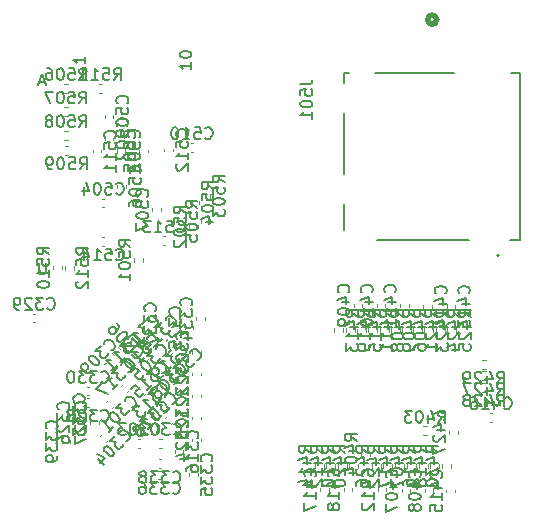
<source format=gbr>
%TF.GenerationSoftware,KiCad,Pcbnew,9.0.2*%
%TF.CreationDate,2025-06-19T13:39:27-06:00*%
%TF.ProjectId,MPU_MOD,4d50555f-4d4f-4442-9e6b-696361645f70,rev?*%
%TF.SameCoordinates,Original*%
%TF.FileFunction,Legend,Bot*%
%TF.FilePolarity,Positive*%
%FSLAX46Y46*%
G04 Gerber Fmt 4.6, Leading zero omitted, Abs format (unit mm)*
G04 Created by KiCad (PCBNEW 9.0.2) date 2025-06-19 13:39:27*
%MOMM*%
%LPD*%
G01*
G04 APERTURE LIST*
%ADD10C,0.150000*%
%ADD11C,0.508000*%
%ADD12C,0.120000*%
%ADD13C,0.200000*%
G04 APERTURE END LIST*
D10*
X72564194Y-57672193D02*
X72564194Y-58481716D01*
X72564194Y-58481716D02*
X72611813Y-58576954D01*
X72611813Y-58576954D02*
X72659432Y-58624574D01*
X72659432Y-58624574D02*
X72754670Y-58672193D01*
X72754670Y-58672193D02*
X72945146Y-58672193D01*
X72945146Y-58672193D02*
X73040384Y-58624574D01*
X73040384Y-58624574D02*
X73088003Y-58576954D01*
X73088003Y-58576954D02*
X73135622Y-58481716D01*
X73135622Y-58481716D02*
X73135622Y-57672193D01*
X85488218Y-40717766D02*
X85488218Y-41289194D01*
X85488218Y-41003480D02*
X84488218Y-41003480D01*
X84488218Y-41003480D02*
X84631075Y-41098718D01*
X84631075Y-41098718D02*
X84726313Y-41193956D01*
X84726313Y-41193956D02*
X84773932Y-41289194D01*
X84488218Y-40098718D02*
X84488218Y-40003480D01*
X84488218Y-40003480D02*
X84535837Y-39908242D01*
X84535837Y-39908242D02*
X84583456Y-39860623D01*
X84583456Y-39860623D02*
X84678694Y-39813004D01*
X84678694Y-39813004D02*
X84869170Y-39765385D01*
X84869170Y-39765385D02*
X85107265Y-39765385D01*
X85107265Y-39765385D02*
X85297741Y-39813004D01*
X85297741Y-39813004D02*
X85392979Y-39860623D01*
X85392979Y-39860623D02*
X85440599Y-39908242D01*
X85440599Y-39908242D02*
X85488218Y-40003480D01*
X85488218Y-40003480D02*
X85488218Y-40098718D01*
X85488218Y-40098718D02*
X85440599Y-40193956D01*
X85440599Y-40193956D02*
X85392979Y-40241575D01*
X85392979Y-40241575D02*
X85297741Y-40289194D01*
X85297741Y-40289194D02*
X85107265Y-40336813D01*
X85107265Y-40336813D02*
X84869170Y-40336813D01*
X84869170Y-40336813D02*
X84678694Y-40289194D01*
X84678694Y-40289194D02*
X84583456Y-40241575D01*
X84583456Y-40241575D02*
X84535837Y-40193956D01*
X84535837Y-40193956D02*
X84488218Y-40098718D01*
X76488236Y-40241575D02*
X76488236Y-40813003D01*
X76488236Y-40527289D02*
X75488236Y-40527289D01*
X75488236Y-40527289D02*
X75631093Y-40622527D01*
X75631093Y-40622527D02*
X75726331Y-40717765D01*
X75726331Y-40717765D02*
X75773950Y-40813003D01*
X72611813Y-42386510D02*
X73088003Y-42386510D01*
X72516575Y-42672225D02*
X72849908Y-41672225D01*
X72849908Y-41672225D02*
X73183241Y-42672225D01*
X103383234Y-73758352D02*
X102907043Y-73425019D01*
X103383234Y-73186924D02*
X102383234Y-73186924D01*
X102383234Y-73186924D02*
X102383234Y-73567876D01*
X102383234Y-73567876D02*
X102430853Y-73663114D01*
X102430853Y-73663114D02*
X102478472Y-73710733D01*
X102478472Y-73710733D02*
X102573710Y-73758352D01*
X102573710Y-73758352D02*
X102716567Y-73758352D01*
X102716567Y-73758352D02*
X102811805Y-73710733D01*
X102811805Y-73710733D02*
X102859424Y-73663114D01*
X102859424Y-73663114D02*
X102907043Y-73567876D01*
X102907043Y-73567876D02*
X102907043Y-73186924D01*
X102716567Y-74615495D02*
X103383234Y-74615495D01*
X102335615Y-74377400D02*
X103049900Y-74139305D01*
X103049900Y-74139305D02*
X103049900Y-74758352D01*
X102383234Y-75329781D02*
X102383234Y-75425019D01*
X102383234Y-75425019D02*
X102430853Y-75520257D01*
X102430853Y-75520257D02*
X102478472Y-75567876D01*
X102478472Y-75567876D02*
X102573710Y-75615495D01*
X102573710Y-75615495D02*
X102764186Y-75663114D01*
X102764186Y-75663114D02*
X103002281Y-75663114D01*
X103002281Y-75663114D02*
X103192757Y-75615495D01*
X103192757Y-75615495D02*
X103287995Y-75567876D01*
X103287995Y-75567876D02*
X103335615Y-75520257D01*
X103335615Y-75520257D02*
X103383234Y-75425019D01*
X103383234Y-75425019D02*
X103383234Y-75329781D01*
X103383234Y-75329781D02*
X103335615Y-75234543D01*
X103335615Y-75234543D02*
X103287995Y-75186924D01*
X103287995Y-75186924D02*
X103192757Y-75139305D01*
X103192757Y-75139305D02*
X103002281Y-75091686D01*
X103002281Y-75091686D02*
X102764186Y-75091686D01*
X102764186Y-75091686D02*
X102573710Y-75139305D01*
X102573710Y-75139305D02*
X102478472Y-75186924D01*
X102478472Y-75186924D02*
X102430853Y-75234543D01*
X102430853Y-75234543D02*
X102383234Y-75329781D01*
X102383234Y-75996448D02*
X102383234Y-76663114D01*
X102383234Y-76663114D02*
X103383234Y-76234543D01*
X105324819Y-62270953D02*
X104848628Y-61937620D01*
X105324819Y-61699525D02*
X104324819Y-61699525D01*
X104324819Y-61699525D02*
X104324819Y-62080477D01*
X104324819Y-62080477D02*
X104372438Y-62175715D01*
X104372438Y-62175715D02*
X104420057Y-62223334D01*
X104420057Y-62223334D02*
X104515295Y-62270953D01*
X104515295Y-62270953D02*
X104658152Y-62270953D01*
X104658152Y-62270953D02*
X104753390Y-62223334D01*
X104753390Y-62223334D02*
X104801009Y-62175715D01*
X104801009Y-62175715D02*
X104848628Y-62080477D01*
X104848628Y-62080477D02*
X104848628Y-61699525D01*
X104658152Y-63128096D02*
X105324819Y-63128096D01*
X104277200Y-62890001D02*
X104991485Y-62651906D01*
X104991485Y-62651906D02*
X104991485Y-63270953D01*
X104324819Y-63842382D02*
X104324819Y-63937620D01*
X104324819Y-63937620D02*
X104372438Y-64032858D01*
X104372438Y-64032858D02*
X104420057Y-64080477D01*
X104420057Y-64080477D02*
X104515295Y-64128096D01*
X104515295Y-64128096D02*
X104705771Y-64175715D01*
X104705771Y-64175715D02*
X104943866Y-64175715D01*
X104943866Y-64175715D02*
X105134342Y-64128096D01*
X105134342Y-64128096D02*
X105229580Y-64080477D01*
X105229580Y-64080477D02*
X105277200Y-64032858D01*
X105277200Y-64032858D02*
X105324819Y-63937620D01*
X105324819Y-63937620D02*
X105324819Y-63842382D01*
X105324819Y-63842382D02*
X105277200Y-63747144D01*
X105277200Y-63747144D02*
X105229580Y-63699525D01*
X105229580Y-63699525D02*
X105134342Y-63651906D01*
X105134342Y-63651906D02*
X104943866Y-63604287D01*
X104943866Y-63604287D02*
X104705771Y-63604287D01*
X104705771Y-63604287D02*
X104515295Y-63651906D01*
X104515295Y-63651906D02*
X104420057Y-63699525D01*
X104420057Y-63699525D02*
X104372438Y-63747144D01*
X104372438Y-63747144D02*
X104324819Y-63842382D01*
X104324819Y-65032858D02*
X104324819Y-64842382D01*
X104324819Y-64842382D02*
X104372438Y-64747144D01*
X104372438Y-64747144D02*
X104420057Y-64699525D01*
X104420057Y-64699525D02*
X104562914Y-64604287D01*
X104562914Y-64604287D02*
X104753390Y-64556668D01*
X104753390Y-64556668D02*
X105134342Y-64556668D01*
X105134342Y-64556668D02*
X105229580Y-64604287D01*
X105229580Y-64604287D02*
X105277200Y-64651906D01*
X105277200Y-64651906D02*
X105324819Y-64747144D01*
X105324819Y-64747144D02*
X105324819Y-64937620D01*
X105324819Y-64937620D02*
X105277200Y-65032858D01*
X105277200Y-65032858D02*
X105229580Y-65080477D01*
X105229580Y-65080477D02*
X105134342Y-65128096D01*
X105134342Y-65128096D02*
X104896247Y-65128096D01*
X104896247Y-65128096D02*
X104801009Y-65080477D01*
X104801009Y-65080477D02*
X104753390Y-65032858D01*
X104753390Y-65032858D02*
X104705771Y-64937620D01*
X104705771Y-64937620D02*
X104705771Y-64747144D01*
X104705771Y-64747144D02*
X104753390Y-64651906D01*
X104753390Y-64651906D02*
X104801009Y-64604287D01*
X104801009Y-64604287D02*
X104896247Y-64556668D01*
X108962995Y-60278352D02*
X109010615Y-60230733D01*
X109010615Y-60230733D02*
X109058234Y-60087876D01*
X109058234Y-60087876D02*
X109058234Y-59992638D01*
X109058234Y-59992638D02*
X109010615Y-59849781D01*
X109010615Y-59849781D02*
X108915376Y-59754543D01*
X108915376Y-59754543D02*
X108820138Y-59706924D01*
X108820138Y-59706924D02*
X108629662Y-59659305D01*
X108629662Y-59659305D02*
X108486805Y-59659305D01*
X108486805Y-59659305D02*
X108296329Y-59706924D01*
X108296329Y-59706924D02*
X108201091Y-59754543D01*
X108201091Y-59754543D02*
X108105853Y-59849781D01*
X108105853Y-59849781D02*
X108058234Y-59992638D01*
X108058234Y-59992638D02*
X108058234Y-60087876D01*
X108058234Y-60087876D02*
X108105853Y-60230733D01*
X108105853Y-60230733D02*
X108153472Y-60278352D01*
X108391567Y-61135495D02*
X109058234Y-61135495D01*
X108010615Y-60897400D02*
X108724900Y-60659305D01*
X108724900Y-60659305D02*
X108724900Y-61278352D01*
X109058234Y-62183114D02*
X109058234Y-61611686D01*
X109058234Y-61897400D02*
X108058234Y-61897400D01*
X108058234Y-61897400D02*
X108201091Y-61802162D01*
X108201091Y-61802162D02*
X108296329Y-61706924D01*
X108296329Y-61706924D02*
X108343948Y-61611686D01*
X108058234Y-62516448D02*
X108058234Y-63135495D01*
X108058234Y-63135495D02*
X108439186Y-62802162D01*
X108439186Y-62802162D02*
X108439186Y-62945019D01*
X108439186Y-62945019D02*
X108486805Y-63040257D01*
X108486805Y-63040257D02*
X108534424Y-63087876D01*
X108534424Y-63087876D02*
X108629662Y-63135495D01*
X108629662Y-63135495D02*
X108867757Y-63135495D01*
X108867757Y-63135495D02*
X108962995Y-63087876D01*
X108962995Y-63087876D02*
X109010615Y-63040257D01*
X109010615Y-63040257D02*
X109058234Y-62945019D01*
X109058234Y-62945019D02*
X109058234Y-62659305D01*
X109058234Y-62659305D02*
X109010615Y-62564067D01*
X109010615Y-62564067D02*
X108962995Y-62516448D01*
X76032462Y-49772219D02*
X76365795Y-49296028D01*
X76603890Y-49772219D02*
X76603890Y-48772219D01*
X76603890Y-48772219D02*
X76222938Y-48772219D01*
X76222938Y-48772219D02*
X76127700Y-48819838D01*
X76127700Y-48819838D02*
X76080081Y-48867457D01*
X76080081Y-48867457D02*
X76032462Y-48962695D01*
X76032462Y-48962695D02*
X76032462Y-49105552D01*
X76032462Y-49105552D02*
X76080081Y-49200790D01*
X76080081Y-49200790D02*
X76127700Y-49248409D01*
X76127700Y-49248409D02*
X76222938Y-49296028D01*
X76222938Y-49296028D02*
X76603890Y-49296028D01*
X75127700Y-48772219D02*
X75603890Y-48772219D01*
X75603890Y-48772219D02*
X75651509Y-49248409D01*
X75651509Y-49248409D02*
X75603890Y-49200790D01*
X75603890Y-49200790D02*
X75508652Y-49153171D01*
X75508652Y-49153171D02*
X75270557Y-49153171D01*
X75270557Y-49153171D02*
X75175319Y-49200790D01*
X75175319Y-49200790D02*
X75127700Y-49248409D01*
X75127700Y-49248409D02*
X75080081Y-49343647D01*
X75080081Y-49343647D02*
X75080081Y-49581742D01*
X75080081Y-49581742D02*
X75127700Y-49676980D01*
X75127700Y-49676980D02*
X75175319Y-49724600D01*
X75175319Y-49724600D02*
X75270557Y-49772219D01*
X75270557Y-49772219D02*
X75508652Y-49772219D01*
X75508652Y-49772219D02*
X75603890Y-49724600D01*
X75603890Y-49724600D02*
X75651509Y-49676980D01*
X74461033Y-48772219D02*
X74365795Y-48772219D01*
X74365795Y-48772219D02*
X74270557Y-48819838D01*
X74270557Y-48819838D02*
X74222938Y-48867457D01*
X74222938Y-48867457D02*
X74175319Y-48962695D01*
X74175319Y-48962695D02*
X74127700Y-49153171D01*
X74127700Y-49153171D02*
X74127700Y-49391266D01*
X74127700Y-49391266D02*
X74175319Y-49581742D01*
X74175319Y-49581742D02*
X74222938Y-49676980D01*
X74222938Y-49676980D02*
X74270557Y-49724600D01*
X74270557Y-49724600D02*
X74365795Y-49772219D01*
X74365795Y-49772219D02*
X74461033Y-49772219D01*
X74461033Y-49772219D02*
X74556271Y-49724600D01*
X74556271Y-49724600D02*
X74603890Y-49676980D01*
X74603890Y-49676980D02*
X74651509Y-49581742D01*
X74651509Y-49581742D02*
X74699128Y-49391266D01*
X74699128Y-49391266D02*
X74699128Y-49153171D01*
X74699128Y-49153171D02*
X74651509Y-48962695D01*
X74651509Y-48962695D02*
X74603890Y-48867457D01*
X74603890Y-48867457D02*
X74556271Y-48819838D01*
X74556271Y-48819838D02*
X74461033Y-48772219D01*
X73651509Y-49772219D02*
X73461033Y-49772219D01*
X73461033Y-49772219D02*
X73365795Y-49724600D01*
X73365795Y-49724600D02*
X73318176Y-49676980D01*
X73318176Y-49676980D02*
X73222938Y-49534123D01*
X73222938Y-49534123D02*
X73175319Y-49343647D01*
X73175319Y-49343647D02*
X73175319Y-48962695D01*
X73175319Y-48962695D02*
X73222938Y-48867457D01*
X73222938Y-48867457D02*
X73270557Y-48819838D01*
X73270557Y-48819838D02*
X73365795Y-48772219D01*
X73365795Y-48772219D02*
X73556271Y-48772219D01*
X73556271Y-48772219D02*
X73651509Y-48819838D01*
X73651509Y-48819838D02*
X73699128Y-48867457D01*
X73699128Y-48867457D02*
X73746747Y-48962695D01*
X73746747Y-48962695D02*
X73746747Y-49200790D01*
X73746747Y-49200790D02*
X73699128Y-49296028D01*
X73699128Y-49296028D02*
X73651509Y-49343647D01*
X73651509Y-49343647D02*
X73556271Y-49391266D01*
X73556271Y-49391266D02*
X73365795Y-49391266D01*
X73365795Y-49391266D02*
X73270557Y-49343647D01*
X73270557Y-49343647D02*
X73222938Y-49296028D01*
X73222938Y-49296028D02*
X73175319Y-49200790D01*
X87348234Y-51458352D02*
X86872043Y-51125019D01*
X87348234Y-50886924D02*
X86348234Y-50886924D01*
X86348234Y-50886924D02*
X86348234Y-51267876D01*
X86348234Y-51267876D02*
X86395853Y-51363114D01*
X86395853Y-51363114D02*
X86443472Y-51410733D01*
X86443472Y-51410733D02*
X86538710Y-51458352D01*
X86538710Y-51458352D02*
X86681567Y-51458352D01*
X86681567Y-51458352D02*
X86776805Y-51410733D01*
X86776805Y-51410733D02*
X86824424Y-51363114D01*
X86824424Y-51363114D02*
X86872043Y-51267876D01*
X86872043Y-51267876D02*
X86872043Y-50886924D01*
X86348234Y-52363114D02*
X86348234Y-51886924D01*
X86348234Y-51886924D02*
X86824424Y-51839305D01*
X86824424Y-51839305D02*
X86776805Y-51886924D01*
X86776805Y-51886924D02*
X86729186Y-51982162D01*
X86729186Y-51982162D02*
X86729186Y-52220257D01*
X86729186Y-52220257D02*
X86776805Y-52315495D01*
X86776805Y-52315495D02*
X86824424Y-52363114D01*
X86824424Y-52363114D02*
X86919662Y-52410733D01*
X86919662Y-52410733D02*
X87157757Y-52410733D01*
X87157757Y-52410733D02*
X87252995Y-52363114D01*
X87252995Y-52363114D02*
X87300615Y-52315495D01*
X87300615Y-52315495D02*
X87348234Y-52220257D01*
X87348234Y-52220257D02*
X87348234Y-51982162D01*
X87348234Y-51982162D02*
X87300615Y-51886924D01*
X87300615Y-51886924D02*
X87252995Y-51839305D01*
X86348234Y-53029781D02*
X86348234Y-53125019D01*
X86348234Y-53125019D02*
X86395853Y-53220257D01*
X86395853Y-53220257D02*
X86443472Y-53267876D01*
X86443472Y-53267876D02*
X86538710Y-53315495D01*
X86538710Y-53315495D02*
X86729186Y-53363114D01*
X86729186Y-53363114D02*
X86967281Y-53363114D01*
X86967281Y-53363114D02*
X87157757Y-53315495D01*
X87157757Y-53315495D02*
X87252995Y-53267876D01*
X87252995Y-53267876D02*
X87300615Y-53220257D01*
X87300615Y-53220257D02*
X87348234Y-53125019D01*
X87348234Y-53125019D02*
X87348234Y-53029781D01*
X87348234Y-53029781D02*
X87300615Y-52934543D01*
X87300615Y-52934543D02*
X87252995Y-52886924D01*
X87252995Y-52886924D02*
X87157757Y-52839305D01*
X87157757Y-52839305D02*
X86967281Y-52791686D01*
X86967281Y-52791686D02*
X86729186Y-52791686D01*
X86729186Y-52791686D02*
X86538710Y-52839305D01*
X86538710Y-52839305D02*
X86443472Y-52886924D01*
X86443472Y-52886924D02*
X86395853Y-52934543D01*
X86395853Y-52934543D02*
X86348234Y-53029781D01*
X86681567Y-54220257D02*
X87348234Y-54220257D01*
X86300615Y-53982162D02*
X87014900Y-53744067D01*
X87014900Y-53744067D02*
X87014900Y-54363114D01*
X76002462Y-46182219D02*
X76335795Y-45706028D01*
X76573890Y-46182219D02*
X76573890Y-45182219D01*
X76573890Y-45182219D02*
X76192938Y-45182219D01*
X76192938Y-45182219D02*
X76097700Y-45229838D01*
X76097700Y-45229838D02*
X76050081Y-45277457D01*
X76050081Y-45277457D02*
X76002462Y-45372695D01*
X76002462Y-45372695D02*
X76002462Y-45515552D01*
X76002462Y-45515552D02*
X76050081Y-45610790D01*
X76050081Y-45610790D02*
X76097700Y-45658409D01*
X76097700Y-45658409D02*
X76192938Y-45706028D01*
X76192938Y-45706028D02*
X76573890Y-45706028D01*
X75097700Y-45182219D02*
X75573890Y-45182219D01*
X75573890Y-45182219D02*
X75621509Y-45658409D01*
X75621509Y-45658409D02*
X75573890Y-45610790D01*
X75573890Y-45610790D02*
X75478652Y-45563171D01*
X75478652Y-45563171D02*
X75240557Y-45563171D01*
X75240557Y-45563171D02*
X75145319Y-45610790D01*
X75145319Y-45610790D02*
X75097700Y-45658409D01*
X75097700Y-45658409D02*
X75050081Y-45753647D01*
X75050081Y-45753647D02*
X75050081Y-45991742D01*
X75050081Y-45991742D02*
X75097700Y-46086980D01*
X75097700Y-46086980D02*
X75145319Y-46134600D01*
X75145319Y-46134600D02*
X75240557Y-46182219D01*
X75240557Y-46182219D02*
X75478652Y-46182219D01*
X75478652Y-46182219D02*
X75573890Y-46134600D01*
X75573890Y-46134600D02*
X75621509Y-46086980D01*
X74431033Y-45182219D02*
X74335795Y-45182219D01*
X74335795Y-45182219D02*
X74240557Y-45229838D01*
X74240557Y-45229838D02*
X74192938Y-45277457D01*
X74192938Y-45277457D02*
X74145319Y-45372695D01*
X74145319Y-45372695D02*
X74097700Y-45563171D01*
X74097700Y-45563171D02*
X74097700Y-45801266D01*
X74097700Y-45801266D02*
X74145319Y-45991742D01*
X74145319Y-45991742D02*
X74192938Y-46086980D01*
X74192938Y-46086980D02*
X74240557Y-46134600D01*
X74240557Y-46134600D02*
X74335795Y-46182219D01*
X74335795Y-46182219D02*
X74431033Y-46182219D01*
X74431033Y-46182219D02*
X74526271Y-46134600D01*
X74526271Y-46134600D02*
X74573890Y-46086980D01*
X74573890Y-46086980D02*
X74621509Y-45991742D01*
X74621509Y-45991742D02*
X74669128Y-45801266D01*
X74669128Y-45801266D02*
X74669128Y-45563171D01*
X74669128Y-45563171D02*
X74621509Y-45372695D01*
X74621509Y-45372695D02*
X74573890Y-45277457D01*
X74573890Y-45277457D02*
X74526271Y-45229838D01*
X74526271Y-45229838D02*
X74431033Y-45182219D01*
X73526271Y-45610790D02*
X73621509Y-45563171D01*
X73621509Y-45563171D02*
X73669128Y-45515552D01*
X73669128Y-45515552D02*
X73716747Y-45420314D01*
X73716747Y-45420314D02*
X73716747Y-45372695D01*
X73716747Y-45372695D02*
X73669128Y-45277457D01*
X73669128Y-45277457D02*
X73621509Y-45229838D01*
X73621509Y-45229838D02*
X73526271Y-45182219D01*
X73526271Y-45182219D02*
X73335795Y-45182219D01*
X73335795Y-45182219D02*
X73240557Y-45229838D01*
X73240557Y-45229838D02*
X73192938Y-45277457D01*
X73192938Y-45277457D02*
X73145319Y-45372695D01*
X73145319Y-45372695D02*
X73145319Y-45420314D01*
X73145319Y-45420314D02*
X73192938Y-45515552D01*
X73192938Y-45515552D02*
X73240557Y-45563171D01*
X73240557Y-45563171D02*
X73335795Y-45610790D01*
X73335795Y-45610790D02*
X73526271Y-45610790D01*
X73526271Y-45610790D02*
X73621509Y-45658409D01*
X73621509Y-45658409D02*
X73669128Y-45706028D01*
X73669128Y-45706028D02*
X73716747Y-45801266D01*
X73716747Y-45801266D02*
X73716747Y-45991742D01*
X73716747Y-45991742D02*
X73669128Y-46086980D01*
X73669128Y-46086980D02*
X73621509Y-46134600D01*
X73621509Y-46134600D02*
X73526271Y-46182219D01*
X73526271Y-46182219D02*
X73335795Y-46182219D01*
X73335795Y-46182219D02*
X73240557Y-46134600D01*
X73240557Y-46134600D02*
X73192938Y-46086980D01*
X73192938Y-46086980D02*
X73145319Y-45991742D01*
X73145319Y-45991742D02*
X73145319Y-45801266D01*
X73145319Y-45801266D02*
X73192938Y-45706028D01*
X73192938Y-45706028D02*
X73240557Y-45658409D01*
X73240557Y-45658409D02*
X73335795Y-45610790D01*
X84988234Y-53508352D02*
X84512043Y-53175019D01*
X84988234Y-52936924D02*
X83988234Y-52936924D01*
X83988234Y-52936924D02*
X83988234Y-53317876D01*
X83988234Y-53317876D02*
X84035853Y-53413114D01*
X84035853Y-53413114D02*
X84083472Y-53460733D01*
X84083472Y-53460733D02*
X84178710Y-53508352D01*
X84178710Y-53508352D02*
X84321567Y-53508352D01*
X84321567Y-53508352D02*
X84416805Y-53460733D01*
X84416805Y-53460733D02*
X84464424Y-53413114D01*
X84464424Y-53413114D02*
X84512043Y-53317876D01*
X84512043Y-53317876D02*
X84512043Y-52936924D01*
X83988234Y-54413114D02*
X83988234Y-53936924D01*
X83988234Y-53936924D02*
X84464424Y-53889305D01*
X84464424Y-53889305D02*
X84416805Y-53936924D01*
X84416805Y-53936924D02*
X84369186Y-54032162D01*
X84369186Y-54032162D02*
X84369186Y-54270257D01*
X84369186Y-54270257D02*
X84416805Y-54365495D01*
X84416805Y-54365495D02*
X84464424Y-54413114D01*
X84464424Y-54413114D02*
X84559662Y-54460733D01*
X84559662Y-54460733D02*
X84797757Y-54460733D01*
X84797757Y-54460733D02*
X84892995Y-54413114D01*
X84892995Y-54413114D02*
X84940615Y-54365495D01*
X84940615Y-54365495D02*
X84988234Y-54270257D01*
X84988234Y-54270257D02*
X84988234Y-54032162D01*
X84988234Y-54032162D02*
X84940615Y-53936924D01*
X84940615Y-53936924D02*
X84892995Y-53889305D01*
X83988234Y-55079781D02*
X83988234Y-55175019D01*
X83988234Y-55175019D02*
X84035853Y-55270257D01*
X84035853Y-55270257D02*
X84083472Y-55317876D01*
X84083472Y-55317876D02*
X84178710Y-55365495D01*
X84178710Y-55365495D02*
X84369186Y-55413114D01*
X84369186Y-55413114D02*
X84607281Y-55413114D01*
X84607281Y-55413114D02*
X84797757Y-55365495D01*
X84797757Y-55365495D02*
X84892995Y-55317876D01*
X84892995Y-55317876D02*
X84940615Y-55270257D01*
X84940615Y-55270257D02*
X84988234Y-55175019D01*
X84988234Y-55175019D02*
X84988234Y-55079781D01*
X84988234Y-55079781D02*
X84940615Y-54984543D01*
X84940615Y-54984543D02*
X84892995Y-54936924D01*
X84892995Y-54936924D02*
X84797757Y-54889305D01*
X84797757Y-54889305D02*
X84607281Y-54841686D01*
X84607281Y-54841686D02*
X84369186Y-54841686D01*
X84369186Y-54841686D02*
X84178710Y-54889305D01*
X84178710Y-54889305D02*
X84083472Y-54936924D01*
X84083472Y-54936924D02*
X84035853Y-54984543D01*
X84035853Y-54984543D02*
X83988234Y-55079781D01*
X84083472Y-55794067D02*
X84035853Y-55841686D01*
X84035853Y-55841686D02*
X83988234Y-55936924D01*
X83988234Y-55936924D02*
X83988234Y-56175019D01*
X83988234Y-56175019D02*
X84035853Y-56270257D01*
X84035853Y-56270257D02*
X84083472Y-56317876D01*
X84083472Y-56317876D02*
X84178710Y-56365495D01*
X84178710Y-56365495D02*
X84273948Y-56365495D01*
X84273948Y-56365495D02*
X84416805Y-56317876D01*
X84416805Y-56317876D02*
X84988234Y-55746448D01*
X84988234Y-55746448D02*
X84988234Y-56365495D01*
X85988234Y-53028352D02*
X85512043Y-52695019D01*
X85988234Y-52456924D02*
X84988234Y-52456924D01*
X84988234Y-52456924D02*
X84988234Y-52837876D01*
X84988234Y-52837876D02*
X85035853Y-52933114D01*
X85035853Y-52933114D02*
X85083472Y-52980733D01*
X85083472Y-52980733D02*
X85178710Y-53028352D01*
X85178710Y-53028352D02*
X85321567Y-53028352D01*
X85321567Y-53028352D02*
X85416805Y-52980733D01*
X85416805Y-52980733D02*
X85464424Y-52933114D01*
X85464424Y-52933114D02*
X85512043Y-52837876D01*
X85512043Y-52837876D02*
X85512043Y-52456924D01*
X84988234Y-53933114D02*
X84988234Y-53456924D01*
X84988234Y-53456924D02*
X85464424Y-53409305D01*
X85464424Y-53409305D02*
X85416805Y-53456924D01*
X85416805Y-53456924D02*
X85369186Y-53552162D01*
X85369186Y-53552162D02*
X85369186Y-53790257D01*
X85369186Y-53790257D02*
X85416805Y-53885495D01*
X85416805Y-53885495D02*
X85464424Y-53933114D01*
X85464424Y-53933114D02*
X85559662Y-53980733D01*
X85559662Y-53980733D02*
X85797757Y-53980733D01*
X85797757Y-53980733D02*
X85892995Y-53933114D01*
X85892995Y-53933114D02*
X85940615Y-53885495D01*
X85940615Y-53885495D02*
X85988234Y-53790257D01*
X85988234Y-53790257D02*
X85988234Y-53552162D01*
X85988234Y-53552162D02*
X85940615Y-53456924D01*
X85940615Y-53456924D02*
X85892995Y-53409305D01*
X84988234Y-54599781D02*
X84988234Y-54695019D01*
X84988234Y-54695019D02*
X85035853Y-54790257D01*
X85035853Y-54790257D02*
X85083472Y-54837876D01*
X85083472Y-54837876D02*
X85178710Y-54885495D01*
X85178710Y-54885495D02*
X85369186Y-54933114D01*
X85369186Y-54933114D02*
X85607281Y-54933114D01*
X85607281Y-54933114D02*
X85797757Y-54885495D01*
X85797757Y-54885495D02*
X85892995Y-54837876D01*
X85892995Y-54837876D02*
X85940615Y-54790257D01*
X85940615Y-54790257D02*
X85988234Y-54695019D01*
X85988234Y-54695019D02*
X85988234Y-54599781D01*
X85988234Y-54599781D02*
X85940615Y-54504543D01*
X85940615Y-54504543D02*
X85892995Y-54456924D01*
X85892995Y-54456924D02*
X85797757Y-54409305D01*
X85797757Y-54409305D02*
X85607281Y-54361686D01*
X85607281Y-54361686D02*
X85369186Y-54361686D01*
X85369186Y-54361686D02*
X85178710Y-54409305D01*
X85178710Y-54409305D02*
X85083472Y-54456924D01*
X85083472Y-54456924D02*
X85035853Y-54504543D01*
X85035853Y-54504543D02*
X84988234Y-54599781D01*
X84988234Y-55837876D02*
X84988234Y-55361686D01*
X84988234Y-55361686D02*
X85464424Y-55314067D01*
X85464424Y-55314067D02*
X85416805Y-55361686D01*
X85416805Y-55361686D02*
X85369186Y-55456924D01*
X85369186Y-55456924D02*
X85369186Y-55695019D01*
X85369186Y-55695019D02*
X85416805Y-55790257D01*
X85416805Y-55790257D02*
X85464424Y-55837876D01*
X85464424Y-55837876D02*
X85559662Y-55885495D01*
X85559662Y-55885495D02*
X85797757Y-55885495D01*
X85797757Y-55885495D02*
X85892995Y-55837876D01*
X85892995Y-55837876D02*
X85940615Y-55790257D01*
X85940615Y-55790257D02*
X85988234Y-55695019D01*
X85988234Y-55695019D02*
X85988234Y-55456924D01*
X85988234Y-55456924D02*
X85940615Y-55361686D01*
X85940615Y-55361686D02*
X85892995Y-55314067D01*
X102712995Y-60178352D02*
X102760615Y-60130733D01*
X102760615Y-60130733D02*
X102808234Y-59987876D01*
X102808234Y-59987876D02*
X102808234Y-59892638D01*
X102808234Y-59892638D02*
X102760615Y-59749781D01*
X102760615Y-59749781D02*
X102665376Y-59654543D01*
X102665376Y-59654543D02*
X102570138Y-59606924D01*
X102570138Y-59606924D02*
X102379662Y-59559305D01*
X102379662Y-59559305D02*
X102236805Y-59559305D01*
X102236805Y-59559305D02*
X102046329Y-59606924D01*
X102046329Y-59606924D02*
X101951091Y-59654543D01*
X101951091Y-59654543D02*
X101855853Y-59749781D01*
X101855853Y-59749781D02*
X101808234Y-59892638D01*
X101808234Y-59892638D02*
X101808234Y-59987876D01*
X101808234Y-59987876D02*
X101855853Y-60130733D01*
X101855853Y-60130733D02*
X101903472Y-60178352D01*
X102141567Y-61035495D02*
X102808234Y-61035495D01*
X101760615Y-60797400D02*
X102474900Y-60559305D01*
X102474900Y-60559305D02*
X102474900Y-61178352D01*
X102808234Y-62083114D02*
X102808234Y-61511686D01*
X102808234Y-61797400D02*
X101808234Y-61797400D01*
X101808234Y-61797400D02*
X101951091Y-61702162D01*
X101951091Y-61702162D02*
X102046329Y-61606924D01*
X102046329Y-61606924D02*
X102093948Y-61511686D01*
X102808234Y-63035495D02*
X102808234Y-62464067D01*
X102808234Y-62749781D02*
X101808234Y-62749781D01*
X101808234Y-62749781D02*
X101951091Y-62654543D01*
X101951091Y-62654543D02*
X102046329Y-62559305D01*
X102046329Y-62559305D02*
X102093948Y-62464067D01*
X84664714Y-65503321D02*
X84732058Y-65503321D01*
X84732058Y-65503321D02*
X84866745Y-65435977D01*
X84866745Y-65435977D02*
X84934088Y-65368634D01*
X84934088Y-65368634D02*
X85001432Y-65233947D01*
X85001432Y-65233947D02*
X85001432Y-65099260D01*
X85001432Y-65099260D02*
X84967760Y-64998245D01*
X84967760Y-64998245D02*
X84866745Y-64829886D01*
X84866745Y-64829886D02*
X84765730Y-64728870D01*
X84765730Y-64728870D02*
X84597371Y-64627855D01*
X84597371Y-64627855D02*
X84496356Y-64594183D01*
X84496356Y-64594183D02*
X84361669Y-64594183D01*
X84361669Y-64594183D02*
X84226982Y-64661527D01*
X84226982Y-64661527D02*
X84159638Y-64728870D01*
X84159638Y-64728870D02*
X84092295Y-64863557D01*
X84092295Y-64863557D02*
X84092295Y-64930901D01*
X83789249Y-65099260D02*
X83351516Y-65536993D01*
X83351516Y-65536993D02*
X83856592Y-65570664D01*
X83856592Y-65570664D02*
X83755577Y-65671680D01*
X83755577Y-65671680D02*
X83721905Y-65772695D01*
X83721905Y-65772695D02*
X83721905Y-65840038D01*
X83721905Y-65840038D02*
X83755577Y-65941054D01*
X83755577Y-65941054D02*
X83923936Y-66109412D01*
X83923936Y-66109412D02*
X84024951Y-66143084D01*
X84024951Y-66143084D02*
X84092295Y-66143084D01*
X84092295Y-66143084D02*
X84193310Y-66109412D01*
X84193310Y-66109412D02*
X84395340Y-65907382D01*
X84395340Y-65907382D02*
X84429012Y-65806367D01*
X84429012Y-65806367D02*
X84429012Y-65739023D01*
X83385188Y-66917534D02*
X83789249Y-66513473D01*
X83587218Y-66715504D02*
X82880112Y-66008397D01*
X82880112Y-66008397D02*
X83048470Y-66042069D01*
X83048470Y-66042069D02*
X83183157Y-66042069D01*
X83183157Y-66042069D02*
X83284173Y-66008397D01*
X83048470Y-67254252D02*
X82913783Y-67388939D01*
X82913783Y-67388939D02*
X82812768Y-67422611D01*
X82812768Y-67422611D02*
X82745425Y-67422611D01*
X82745425Y-67422611D02*
X82577066Y-67388939D01*
X82577066Y-67388939D02*
X82408707Y-67287924D01*
X82408707Y-67287924D02*
X82139333Y-67018550D01*
X82139333Y-67018550D02*
X82105661Y-66917534D01*
X82105661Y-66917534D02*
X82105661Y-66850191D01*
X82105661Y-66850191D02*
X82139333Y-66749176D01*
X82139333Y-66749176D02*
X82274020Y-66614489D01*
X82274020Y-66614489D02*
X82375035Y-66580817D01*
X82375035Y-66580817D02*
X82442379Y-66580817D01*
X82442379Y-66580817D02*
X82543394Y-66614489D01*
X82543394Y-66614489D02*
X82711753Y-66782847D01*
X82711753Y-66782847D02*
X82745425Y-66883863D01*
X82745425Y-66883863D02*
X82745425Y-66951206D01*
X82745425Y-66951206D02*
X82711753Y-67052221D01*
X82711753Y-67052221D02*
X82577066Y-67186908D01*
X82577066Y-67186908D02*
X82476051Y-67220580D01*
X82476051Y-67220580D02*
X82408707Y-67220580D01*
X82408707Y-67220580D02*
X82307692Y-67186908D01*
X80114714Y-66953321D02*
X80182058Y-66953321D01*
X80182058Y-66953321D02*
X80316745Y-66885977D01*
X80316745Y-66885977D02*
X80384088Y-66818634D01*
X80384088Y-66818634D02*
X80451432Y-66683947D01*
X80451432Y-66683947D02*
X80451432Y-66549260D01*
X80451432Y-66549260D02*
X80417760Y-66448245D01*
X80417760Y-66448245D02*
X80316745Y-66279886D01*
X80316745Y-66279886D02*
X80215730Y-66178870D01*
X80215730Y-66178870D02*
X80047371Y-66077855D01*
X80047371Y-66077855D02*
X79946356Y-66044183D01*
X79946356Y-66044183D02*
X79811669Y-66044183D01*
X79811669Y-66044183D02*
X79676982Y-66111527D01*
X79676982Y-66111527D02*
X79609638Y-66178870D01*
X79609638Y-66178870D02*
X79542295Y-66313557D01*
X79542295Y-66313557D02*
X79542295Y-66380901D01*
X79239249Y-66549260D02*
X78801516Y-66986993D01*
X78801516Y-66986993D02*
X79306592Y-67020664D01*
X79306592Y-67020664D02*
X79205577Y-67121680D01*
X79205577Y-67121680D02*
X79171905Y-67222695D01*
X79171905Y-67222695D02*
X79171905Y-67290038D01*
X79171905Y-67290038D02*
X79205577Y-67391054D01*
X79205577Y-67391054D02*
X79373936Y-67559412D01*
X79373936Y-67559412D02*
X79474951Y-67593084D01*
X79474951Y-67593084D02*
X79542295Y-67593084D01*
X79542295Y-67593084D02*
X79643310Y-67559412D01*
X79643310Y-67559412D02*
X79845340Y-67357382D01*
X79845340Y-67357382D02*
X79879012Y-67256367D01*
X79879012Y-67256367D02*
X79879012Y-67189023D01*
X78835188Y-68367534D02*
X79239249Y-67963473D01*
X79037218Y-68165504D02*
X78330112Y-67458397D01*
X78330112Y-67458397D02*
X78498470Y-67492069D01*
X78498470Y-67492069D02*
X78633157Y-67492069D01*
X78633157Y-67492069D02*
X78734173Y-67458397D01*
X77892379Y-67896130D02*
X77420974Y-68367534D01*
X77420974Y-68367534D02*
X78431127Y-68771595D01*
X100822995Y-75778352D02*
X100870615Y-75730733D01*
X100870615Y-75730733D02*
X100918234Y-75587876D01*
X100918234Y-75587876D02*
X100918234Y-75492638D01*
X100918234Y-75492638D02*
X100870615Y-75349781D01*
X100870615Y-75349781D02*
X100775376Y-75254543D01*
X100775376Y-75254543D02*
X100680138Y-75206924D01*
X100680138Y-75206924D02*
X100489662Y-75159305D01*
X100489662Y-75159305D02*
X100346805Y-75159305D01*
X100346805Y-75159305D02*
X100156329Y-75206924D01*
X100156329Y-75206924D02*
X100061091Y-75254543D01*
X100061091Y-75254543D02*
X99965853Y-75349781D01*
X99965853Y-75349781D02*
X99918234Y-75492638D01*
X99918234Y-75492638D02*
X99918234Y-75587876D01*
X99918234Y-75587876D02*
X99965853Y-75730733D01*
X99965853Y-75730733D02*
X100013472Y-75778352D01*
X100251567Y-76635495D02*
X100918234Y-76635495D01*
X99870615Y-76397400D02*
X100584900Y-76159305D01*
X100584900Y-76159305D02*
X100584900Y-76778352D01*
X100918234Y-77683114D02*
X100918234Y-77111686D01*
X100918234Y-77397400D02*
X99918234Y-77397400D01*
X99918234Y-77397400D02*
X100061091Y-77302162D01*
X100061091Y-77302162D02*
X100156329Y-77206924D01*
X100156329Y-77206924D02*
X100203948Y-77111686D01*
X100013472Y-78064067D02*
X99965853Y-78111686D01*
X99965853Y-78111686D02*
X99918234Y-78206924D01*
X99918234Y-78206924D02*
X99918234Y-78445019D01*
X99918234Y-78445019D02*
X99965853Y-78540257D01*
X99965853Y-78540257D02*
X100013472Y-78587876D01*
X100013472Y-78587876D02*
X100108710Y-78635495D01*
X100108710Y-78635495D02*
X100203948Y-78635495D01*
X100203948Y-78635495D02*
X100346805Y-78587876D01*
X100346805Y-78587876D02*
X100918234Y-78016448D01*
X100918234Y-78016448D02*
X100918234Y-78635495D01*
X76499580Y-70100952D02*
X76547200Y-70053333D01*
X76547200Y-70053333D02*
X76594819Y-69910476D01*
X76594819Y-69910476D02*
X76594819Y-69815238D01*
X76594819Y-69815238D02*
X76547200Y-69672381D01*
X76547200Y-69672381D02*
X76451961Y-69577143D01*
X76451961Y-69577143D02*
X76356723Y-69529524D01*
X76356723Y-69529524D02*
X76166247Y-69481905D01*
X76166247Y-69481905D02*
X76023390Y-69481905D01*
X76023390Y-69481905D02*
X75832914Y-69529524D01*
X75832914Y-69529524D02*
X75737676Y-69577143D01*
X75737676Y-69577143D02*
X75642438Y-69672381D01*
X75642438Y-69672381D02*
X75594819Y-69815238D01*
X75594819Y-69815238D02*
X75594819Y-69910476D01*
X75594819Y-69910476D02*
X75642438Y-70053333D01*
X75642438Y-70053333D02*
X75690057Y-70100952D01*
X75594819Y-70434286D02*
X75594819Y-71053333D01*
X75594819Y-71053333D02*
X75975771Y-70720000D01*
X75975771Y-70720000D02*
X75975771Y-70862857D01*
X75975771Y-70862857D02*
X76023390Y-70958095D01*
X76023390Y-70958095D02*
X76071009Y-71005714D01*
X76071009Y-71005714D02*
X76166247Y-71053333D01*
X76166247Y-71053333D02*
X76404342Y-71053333D01*
X76404342Y-71053333D02*
X76499580Y-71005714D01*
X76499580Y-71005714D02*
X76547200Y-70958095D01*
X76547200Y-70958095D02*
X76594819Y-70862857D01*
X76594819Y-70862857D02*
X76594819Y-70577143D01*
X76594819Y-70577143D02*
X76547200Y-70481905D01*
X76547200Y-70481905D02*
X76499580Y-70434286D01*
X75690057Y-71434286D02*
X75642438Y-71481905D01*
X75642438Y-71481905D02*
X75594819Y-71577143D01*
X75594819Y-71577143D02*
X75594819Y-71815238D01*
X75594819Y-71815238D02*
X75642438Y-71910476D01*
X75642438Y-71910476D02*
X75690057Y-71958095D01*
X75690057Y-71958095D02*
X75785295Y-72005714D01*
X75785295Y-72005714D02*
X75880533Y-72005714D01*
X75880533Y-72005714D02*
X76023390Y-71958095D01*
X76023390Y-71958095D02*
X76594819Y-71386667D01*
X76594819Y-71386667D02*
X76594819Y-72005714D01*
X75594819Y-72339048D02*
X75594819Y-73005714D01*
X75594819Y-73005714D02*
X76594819Y-72577143D01*
X111972462Y-69976980D02*
X112020081Y-70024600D01*
X112020081Y-70024600D02*
X112162938Y-70072219D01*
X112162938Y-70072219D02*
X112258176Y-70072219D01*
X112258176Y-70072219D02*
X112401033Y-70024600D01*
X112401033Y-70024600D02*
X112496271Y-69929361D01*
X112496271Y-69929361D02*
X112543890Y-69834123D01*
X112543890Y-69834123D02*
X112591509Y-69643647D01*
X112591509Y-69643647D02*
X112591509Y-69500790D01*
X112591509Y-69500790D02*
X112543890Y-69310314D01*
X112543890Y-69310314D02*
X112496271Y-69215076D01*
X112496271Y-69215076D02*
X112401033Y-69119838D01*
X112401033Y-69119838D02*
X112258176Y-69072219D01*
X112258176Y-69072219D02*
X112162938Y-69072219D01*
X112162938Y-69072219D02*
X112020081Y-69119838D01*
X112020081Y-69119838D02*
X111972462Y-69167457D01*
X111115319Y-69405552D02*
X111115319Y-70072219D01*
X111353414Y-69024600D02*
X111591509Y-69738885D01*
X111591509Y-69738885D02*
X110972462Y-69738885D01*
X110067700Y-70072219D02*
X110639128Y-70072219D01*
X110353414Y-70072219D02*
X110353414Y-69072219D01*
X110353414Y-69072219D02*
X110448652Y-69215076D01*
X110448652Y-69215076D02*
X110543890Y-69310314D01*
X110543890Y-69310314D02*
X110639128Y-69357933D01*
X109210557Y-69072219D02*
X109401033Y-69072219D01*
X109401033Y-69072219D02*
X109496271Y-69119838D01*
X109496271Y-69119838D02*
X109543890Y-69167457D01*
X109543890Y-69167457D02*
X109639128Y-69310314D01*
X109639128Y-69310314D02*
X109686747Y-69500790D01*
X109686747Y-69500790D02*
X109686747Y-69881742D01*
X109686747Y-69881742D02*
X109639128Y-69976980D01*
X109639128Y-69976980D02*
X109591509Y-70024600D01*
X109591509Y-70024600D02*
X109496271Y-70072219D01*
X109496271Y-70072219D02*
X109305795Y-70072219D01*
X109305795Y-70072219D02*
X109210557Y-70024600D01*
X109210557Y-70024600D02*
X109162938Y-69976980D01*
X109162938Y-69976980D02*
X109115319Y-69881742D01*
X109115319Y-69881742D02*
X109115319Y-69643647D01*
X109115319Y-69643647D02*
X109162938Y-69548409D01*
X109162938Y-69548409D02*
X109210557Y-69500790D01*
X109210557Y-69500790D02*
X109305795Y-69453171D01*
X109305795Y-69453171D02*
X109496271Y-69453171D01*
X109496271Y-69453171D02*
X109591509Y-69500790D01*
X109591509Y-69500790D02*
X109639128Y-69548409D01*
X109639128Y-69548409D02*
X109686747Y-69643647D01*
X85099580Y-64150952D02*
X85147200Y-64103333D01*
X85147200Y-64103333D02*
X85194819Y-63960476D01*
X85194819Y-63960476D02*
X85194819Y-63865238D01*
X85194819Y-63865238D02*
X85147200Y-63722381D01*
X85147200Y-63722381D02*
X85051961Y-63627143D01*
X85051961Y-63627143D02*
X84956723Y-63579524D01*
X84956723Y-63579524D02*
X84766247Y-63531905D01*
X84766247Y-63531905D02*
X84623390Y-63531905D01*
X84623390Y-63531905D02*
X84432914Y-63579524D01*
X84432914Y-63579524D02*
X84337676Y-63627143D01*
X84337676Y-63627143D02*
X84242438Y-63722381D01*
X84242438Y-63722381D02*
X84194819Y-63865238D01*
X84194819Y-63865238D02*
X84194819Y-63960476D01*
X84194819Y-63960476D02*
X84242438Y-64103333D01*
X84242438Y-64103333D02*
X84290057Y-64150952D01*
X84194819Y-64484286D02*
X84194819Y-65103333D01*
X84194819Y-65103333D02*
X84575771Y-64770000D01*
X84575771Y-64770000D02*
X84575771Y-64912857D01*
X84575771Y-64912857D02*
X84623390Y-65008095D01*
X84623390Y-65008095D02*
X84671009Y-65055714D01*
X84671009Y-65055714D02*
X84766247Y-65103333D01*
X84766247Y-65103333D02*
X85004342Y-65103333D01*
X85004342Y-65103333D02*
X85099580Y-65055714D01*
X85099580Y-65055714D02*
X85147200Y-65008095D01*
X85147200Y-65008095D02*
X85194819Y-64912857D01*
X85194819Y-64912857D02*
X85194819Y-64627143D01*
X85194819Y-64627143D02*
X85147200Y-64531905D01*
X85147200Y-64531905D02*
X85099580Y-64484286D01*
X84290057Y-65484286D02*
X84242438Y-65531905D01*
X84242438Y-65531905D02*
X84194819Y-65627143D01*
X84194819Y-65627143D02*
X84194819Y-65865238D01*
X84194819Y-65865238D02*
X84242438Y-65960476D01*
X84242438Y-65960476D02*
X84290057Y-66008095D01*
X84290057Y-66008095D02*
X84385295Y-66055714D01*
X84385295Y-66055714D02*
X84480533Y-66055714D01*
X84480533Y-66055714D02*
X84623390Y-66008095D01*
X84623390Y-66008095D02*
X85194819Y-65436667D01*
X85194819Y-65436667D02*
X85194819Y-66055714D01*
X84194819Y-66389048D02*
X84194819Y-67008095D01*
X84194819Y-67008095D02*
X84575771Y-66674762D01*
X84575771Y-66674762D02*
X84575771Y-66817619D01*
X84575771Y-66817619D02*
X84623390Y-66912857D01*
X84623390Y-66912857D02*
X84671009Y-66960476D01*
X84671009Y-66960476D02*
X84766247Y-67008095D01*
X84766247Y-67008095D02*
X85004342Y-67008095D01*
X85004342Y-67008095D02*
X85099580Y-66960476D01*
X85099580Y-66960476D02*
X85147200Y-66912857D01*
X85147200Y-66912857D02*
X85194819Y-66817619D01*
X85194819Y-66817619D02*
X85194819Y-66531905D01*
X85194819Y-66531905D02*
X85147200Y-66436667D01*
X85147200Y-66436667D02*
X85099580Y-66389048D01*
X95583234Y-73758352D02*
X95107043Y-73425019D01*
X95583234Y-73186924D02*
X94583234Y-73186924D01*
X94583234Y-73186924D02*
X94583234Y-73567876D01*
X94583234Y-73567876D02*
X94630853Y-73663114D01*
X94630853Y-73663114D02*
X94678472Y-73710733D01*
X94678472Y-73710733D02*
X94773710Y-73758352D01*
X94773710Y-73758352D02*
X94916567Y-73758352D01*
X94916567Y-73758352D02*
X95011805Y-73710733D01*
X95011805Y-73710733D02*
X95059424Y-73663114D01*
X95059424Y-73663114D02*
X95107043Y-73567876D01*
X95107043Y-73567876D02*
X95107043Y-73186924D01*
X94916567Y-74615495D02*
X95583234Y-74615495D01*
X94535615Y-74377400D02*
X95249900Y-74139305D01*
X95249900Y-74139305D02*
X95249900Y-74758352D01*
X95583234Y-75663114D02*
X95583234Y-75091686D01*
X95583234Y-75377400D02*
X94583234Y-75377400D01*
X94583234Y-75377400D02*
X94726091Y-75282162D01*
X94726091Y-75282162D02*
X94821329Y-75186924D01*
X94821329Y-75186924D02*
X94868948Y-75091686D01*
X94916567Y-76520257D02*
X95583234Y-76520257D01*
X94535615Y-76282162D02*
X95249900Y-76044067D01*
X95249900Y-76044067D02*
X95249900Y-76663114D01*
X78912462Y-42202219D02*
X79245795Y-41726028D01*
X79483890Y-42202219D02*
X79483890Y-41202219D01*
X79483890Y-41202219D02*
X79102938Y-41202219D01*
X79102938Y-41202219D02*
X79007700Y-41249838D01*
X79007700Y-41249838D02*
X78960081Y-41297457D01*
X78960081Y-41297457D02*
X78912462Y-41392695D01*
X78912462Y-41392695D02*
X78912462Y-41535552D01*
X78912462Y-41535552D02*
X78960081Y-41630790D01*
X78960081Y-41630790D02*
X79007700Y-41678409D01*
X79007700Y-41678409D02*
X79102938Y-41726028D01*
X79102938Y-41726028D02*
X79483890Y-41726028D01*
X78007700Y-41202219D02*
X78483890Y-41202219D01*
X78483890Y-41202219D02*
X78531509Y-41678409D01*
X78531509Y-41678409D02*
X78483890Y-41630790D01*
X78483890Y-41630790D02*
X78388652Y-41583171D01*
X78388652Y-41583171D02*
X78150557Y-41583171D01*
X78150557Y-41583171D02*
X78055319Y-41630790D01*
X78055319Y-41630790D02*
X78007700Y-41678409D01*
X78007700Y-41678409D02*
X77960081Y-41773647D01*
X77960081Y-41773647D02*
X77960081Y-42011742D01*
X77960081Y-42011742D02*
X78007700Y-42106980D01*
X78007700Y-42106980D02*
X78055319Y-42154600D01*
X78055319Y-42154600D02*
X78150557Y-42202219D01*
X78150557Y-42202219D02*
X78388652Y-42202219D01*
X78388652Y-42202219D02*
X78483890Y-42154600D01*
X78483890Y-42154600D02*
X78531509Y-42106980D01*
X77007700Y-42202219D02*
X77579128Y-42202219D01*
X77293414Y-42202219D02*
X77293414Y-41202219D01*
X77293414Y-41202219D02*
X77388652Y-41345076D01*
X77388652Y-41345076D02*
X77483890Y-41440314D01*
X77483890Y-41440314D02*
X77579128Y-41487933D01*
X76055319Y-42202219D02*
X76626747Y-42202219D01*
X76341033Y-42202219D02*
X76341033Y-41202219D01*
X76341033Y-41202219D02*
X76436271Y-41345076D01*
X76436271Y-41345076D02*
X76531509Y-41440314D01*
X76531509Y-41440314D02*
X76626747Y-41487933D01*
X108174819Y-62270953D02*
X107698628Y-61937620D01*
X108174819Y-61699525D02*
X107174819Y-61699525D01*
X107174819Y-61699525D02*
X107174819Y-62080477D01*
X107174819Y-62080477D02*
X107222438Y-62175715D01*
X107222438Y-62175715D02*
X107270057Y-62223334D01*
X107270057Y-62223334D02*
X107365295Y-62270953D01*
X107365295Y-62270953D02*
X107508152Y-62270953D01*
X107508152Y-62270953D02*
X107603390Y-62223334D01*
X107603390Y-62223334D02*
X107651009Y-62175715D01*
X107651009Y-62175715D02*
X107698628Y-62080477D01*
X107698628Y-62080477D02*
X107698628Y-61699525D01*
X107508152Y-63128096D02*
X108174819Y-63128096D01*
X107127200Y-62890001D02*
X107841485Y-62651906D01*
X107841485Y-62651906D02*
X107841485Y-63270953D01*
X107270057Y-63604287D02*
X107222438Y-63651906D01*
X107222438Y-63651906D02*
X107174819Y-63747144D01*
X107174819Y-63747144D02*
X107174819Y-63985239D01*
X107174819Y-63985239D02*
X107222438Y-64080477D01*
X107222438Y-64080477D02*
X107270057Y-64128096D01*
X107270057Y-64128096D02*
X107365295Y-64175715D01*
X107365295Y-64175715D02*
X107460533Y-64175715D01*
X107460533Y-64175715D02*
X107603390Y-64128096D01*
X107603390Y-64128096D02*
X108174819Y-63556668D01*
X108174819Y-63556668D02*
X108174819Y-64175715D01*
X107508152Y-65032858D02*
X108174819Y-65032858D01*
X107127200Y-64794763D02*
X107841485Y-64556668D01*
X107841485Y-64556668D02*
X107841485Y-65175715D01*
X103424819Y-62270953D02*
X102948628Y-61937620D01*
X103424819Y-61699525D02*
X102424819Y-61699525D01*
X102424819Y-61699525D02*
X102424819Y-62080477D01*
X102424819Y-62080477D02*
X102472438Y-62175715D01*
X102472438Y-62175715D02*
X102520057Y-62223334D01*
X102520057Y-62223334D02*
X102615295Y-62270953D01*
X102615295Y-62270953D02*
X102758152Y-62270953D01*
X102758152Y-62270953D02*
X102853390Y-62223334D01*
X102853390Y-62223334D02*
X102901009Y-62175715D01*
X102901009Y-62175715D02*
X102948628Y-62080477D01*
X102948628Y-62080477D02*
X102948628Y-61699525D01*
X102758152Y-63128096D02*
X103424819Y-63128096D01*
X102377200Y-62890001D02*
X103091485Y-62651906D01*
X103091485Y-62651906D02*
X103091485Y-63270953D01*
X102424819Y-63842382D02*
X102424819Y-63937620D01*
X102424819Y-63937620D02*
X102472438Y-64032858D01*
X102472438Y-64032858D02*
X102520057Y-64080477D01*
X102520057Y-64080477D02*
X102615295Y-64128096D01*
X102615295Y-64128096D02*
X102805771Y-64175715D01*
X102805771Y-64175715D02*
X103043866Y-64175715D01*
X103043866Y-64175715D02*
X103234342Y-64128096D01*
X103234342Y-64128096D02*
X103329580Y-64080477D01*
X103329580Y-64080477D02*
X103377200Y-64032858D01*
X103377200Y-64032858D02*
X103424819Y-63937620D01*
X103424819Y-63937620D02*
X103424819Y-63842382D01*
X103424819Y-63842382D02*
X103377200Y-63747144D01*
X103377200Y-63747144D02*
X103329580Y-63699525D01*
X103329580Y-63699525D02*
X103234342Y-63651906D01*
X103234342Y-63651906D02*
X103043866Y-63604287D01*
X103043866Y-63604287D02*
X102805771Y-63604287D01*
X102805771Y-63604287D02*
X102615295Y-63651906D01*
X102615295Y-63651906D02*
X102520057Y-63699525D01*
X102520057Y-63699525D02*
X102472438Y-63747144D01*
X102472438Y-63747144D02*
X102424819Y-63842382D01*
X102853390Y-64747144D02*
X102805771Y-64651906D01*
X102805771Y-64651906D02*
X102758152Y-64604287D01*
X102758152Y-64604287D02*
X102662914Y-64556668D01*
X102662914Y-64556668D02*
X102615295Y-64556668D01*
X102615295Y-64556668D02*
X102520057Y-64604287D01*
X102520057Y-64604287D02*
X102472438Y-64651906D01*
X102472438Y-64651906D02*
X102424819Y-64747144D01*
X102424819Y-64747144D02*
X102424819Y-64937620D01*
X102424819Y-64937620D02*
X102472438Y-65032858D01*
X102472438Y-65032858D02*
X102520057Y-65080477D01*
X102520057Y-65080477D02*
X102615295Y-65128096D01*
X102615295Y-65128096D02*
X102662914Y-65128096D01*
X102662914Y-65128096D02*
X102758152Y-65080477D01*
X102758152Y-65080477D02*
X102805771Y-65032858D01*
X102805771Y-65032858D02*
X102853390Y-64937620D01*
X102853390Y-64937620D02*
X102853390Y-64747144D01*
X102853390Y-64747144D02*
X102901009Y-64651906D01*
X102901009Y-64651906D02*
X102948628Y-64604287D01*
X102948628Y-64604287D02*
X103043866Y-64556668D01*
X103043866Y-64556668D02*
X103234342Y-64556668D01*
X103234342Y-64556668D02*
X103329580Y-64604287D01*
X103329580Y-64604287D02*
X103377200Y-64651906D01*
X103377200Y-64651906D02*
X103424819Y-64747144D01*
X103424819Y-64747144D02*
X103424819Y-64937620D01*
X103424819Y-64937620D02*
X103377200Y-65032858D01*
X103377200Y-65032858D02*
X103329580Y-65080477D01*
X103329580Y-65080477D02*
X103234342Y-65128096D01*
X103234342Y-65128096D02*
X103043866Y-65128096D01*
X103043866Y-65128096D02*
X102948628Y-65080477D01*
X102948628Y-65080477D02*
X102901009Y-65032858D01*
X102901009Y-65032858D02*
X102853390Y-64937620D01*
X74049580Y-71700952D02*
X74097200Y-71653333D01*
X74097200Y-71653333D02*
X74144819Y-71510476D01*
X74144819Y-71510476D02*
X74144819Y-71415238D01*
X74144819Y-71415238D02*
X74097200Y-71272381D01*
X74097200Y-71272381D02*
X74001961Y-71177143D01*
X74001961Y-71177143D02*
X73906723Y-71129524D01*
X73906723Y-71129524D02*
X73716247Y-71081905D01*
X73716247Y-71081905D02*
X73573390Y-71081905D01*
X73573390Y-71081905D02*
X73382914Y-71129524D01*
X73382914Y-71129524D02*
X73287676Y-71177143D01*
X73287676Y-71177143D02*
X73192438Y-71272381D01*
X73192438Y-71272381D02*
X73144819Y-71415238D01*
X73144819Y-71415238D02*
X73144819Y-71510476D01*
X73144819Y-71510476D02*
X73192438Y-71653333D01*
X73192438Y-71653333D02*
X73240057Y-71700952D01*
X73144819Y-72034286D02*
X73144819Y-72653333D01*
X73144819Y-72653333D02*
X73525771Y-72320000D01*
X73525771Y-72320000D02*
X73525771Y-72462857D01*
X73525771Y-72462857D02*
X73573390Y-72558095D01*
X73573390Y-72558095D02*
X73621009Y-72605714D01*
X73621009Y-72605714D02*
X73716247Y-72653333D01*
X73716247Y-72653333D02*
X73954342Y-72653333D01*
X73954342Y-72653333D02*
X74049580Y-72605714D01*
X74049580Y-72605714D02*
X74097200Y-72558095D01*
X74097200Y-72558095D02*
X74144819Y-72462857D01*
X74144819Y-72462857D02*
X74144819Y-72177143D01*
X74144819Y-72177143D02*
X74097200Y-72081905D01*
X74097200Y-72081905D02*
X74049580Y-72034286D01*
X73144819Y-72986667D02*
X73144819Y-73605714D01*
X73144819Y-73605714D02*
X73525771Y-73272381D01*
X73525771Y-73272381D02*
X73525771Y-73415238D01*
X73525771Y-73415238D02*
X73573390Y-73510476D01*
X73573390Y-73510476D02*
X73621009Y-73558095D01*
X73621009Y-73558095D02*
X73716247Y-73605714D01*
X73716247Y-73605714D02*
X73954342Y-73605714D01*
X73954342Y-73605714D02*
X74049580Y-73558095D01*
X74049580Y-73558095D02*
X74097200Y-73510476D01*
X74097200Y-73510476D02*
X74144819Y-73415238D01*
X74144819Y-73415238D02*
X74144819Y-73129524D01*
X74144819Y-73129524D02*
X74097200Y-73034286D01*
X74097200Y-73034286D02*
X74049580Y-72986667D01*
X74144819Y-74081905D02*
X74144819Y-74272381D01*
X74144819Y-74272381D02*
X74097200Y-74367619D01*
X74097200Y-74367619D02*
X74049580Y-74415238D01*
X74049580Y-74415238D02*
X73906723Y-74510476D01*
X73906723Y-74510476D02*
X73716247Y-74558095D01*
X73716247Y-74558095D02*
X73335295Y-74558095D01*
X73335295Y-74558095D02*
X73240057Y-74510476D01*
X73240057Y-74510476D02*
X73192438Y-74462857D01*
X73192438Y-74462857D02*
X73144819Y-74367619D01*
X73144819Y-74367619D02*
X73144819Y-74177143D01*
X73144819Y-74177143D02*
X73192438Y-74081905D01*
X73192438Y-74081905D02*
X73240057Y-74034286D01*
X73240057Y-74034286D02*
X73335295Y-73986667D01*
X73335295Y-73986667D02*
X73573390Y-73986667D01*
X73573390Y-73986667D02*
X73668628Y-74034286D01*
X73668628Y-74034286D02*
X73716247Y-74081905D01*
X73716247Y-74081905D02*
X73763866Y-74177143D01*
X73763866Y-74177143D02*
X73763866Y-74367619D01*
X73763866Y-74367619D02*
X73716247Y-74462857D01*
X73716247Y-74462857D02*
X73668628Y-74510476D01*
X73668628Y-74510476D02*
X73573390Y-74558095D01*
X106358234Y-73748352D02*
X105882043Y-73415019D01*
X106358234Y-73176924D02*
X105358234Y-73176924D01*
X105358234Y-73176924D02*
X105358234Y-73557876D01*
X105358234Y-73557876D02*
X105405853Y-73653114D01*
X105405853Y-73653114D02*
X105453472Y-73700733D01*
X105453472Y-73700733D02*
X105548710Y-73748352D01*
X105548710Y-73748352D02*
X105691567Y-73748352D01*
X105691567Y-73748352D02*
X105786805Y-73700733D01*
X105786805Y-73700733D02*
X105834424Y-73653114D01*
X105834424Y-73653114D02*
X105882043Y-73557876D01*
X105882043Y-73557876D02*
X105882043Y-73176924D01*
X105691567Y-74605495D02*
X106358234Y-74605495D01*
X105310615Y-74367400D02*
X106024900Y-74129305D01*
X106024900Y-74129305D02*
X106024900Y-74748352D01*
X105358234Y-75034067D02*
X105358234Y-75653114D01*
X105358234Y-75653114D02*
X105739186Y-75319781D01*
X105739186Y-75319781D02*
X105739186Y-75462638D01*
X105739186Y-75462638D02*
X105786805Y-75557876D01*
X105786805Y-75557876D02*
X105834424Y-75605495D01*
X105834424Y-75605495D02*
X105929662Y-75653114D01*
X105929662Y-75653114D02*
X106167757Y-75653114D01*
X106167757Y-75653114D02*
X106262995Y-75605495D01*
X106262995Y-75605495D02*
X106310615Y-75557876D01*
X106310615Y-75557876D02*
X106358234Y-75462638D01*
X106358234Y-75462638D02*
X106358234Y-75176924D01*
X106358234Y-75176924D02*
X106310615Y-75081686D01*
X106310615Y-75081686D02*
X106262995Y-75034067D01*
X105358234Y-76272162D02*
X105358234Y-76367400D01*
X105358234Y-76367400D02*
X105405853Y-76462638D01*
X105405853Y-76462638D02*
X105453472Y-76510257D01*
X105453472Y-76510257D02*
X105548710Y-76557876D01*
X105548710Y-76557876D02*
X105739186Y-76605495D01*
X105739186Y-76605495D02*
X105977281Y-76605495D01*
X105977281Y-76605495D02*
X106167757Y-76557876D01*
X106167757Y-76557876D02*
X106262995Y-76510257D01*
X106262995Y-76510257D02*
X106310615Y-76462638D01*
X106310615Y-76462638D02*
X106358234Y-76367400D01*
X106358234Y-76367400D02*
X106358234Y-76272162D01*
X106358234Y-76272162D02*
X106310615Y-76176924D01*
X106310615Y-76176924D02*
X106262995Y-76129305D01*
X106262995Y-76129305D02*
X106167757Y-76081686D01*
X106167757Y-76081686D02*
X105977281Y-76034067D01*
X105977281Y-76034067D02*
X105739186Y-76034067D01*
X105739186Y-76034067D02*
X105548710Y-76081686D01*
X105548710Y-76081686D02*
X105453472Y-76129305D01*
X105453472Y-76129305D02*
X105405853Y-76176924D01*
X105405853Y-76176924D02*
X105358234Y-76272162D01*
X106392462Y-71212219D02*
X106725795Y-70736028D01*
X106963890Y-71212219D02*
X106963890Y-70212219D01*
X106963890Y-70212219D02*
X106582938Y-70212219D01*
X106582938Y-70212219D02*
X106487700Y-70259838D01*
X106487700Y-70259838D02*
X106440081Y-70307457D01*
X106440081Y-70307457D02*
X106392462Y-70402695D01*
X106392462Y-70402695D02*
X106392462Y-70545552D01*
X106392462Y-70545552D02*
X106440081Y-70640790D01*
X106440081Y-70640790D02*
X106487700Y-70688409D01*
X106487700Y-70688409D02*
X106582938Y-70736028D01*
X106582938Y-70736028D02*
X106963890Y-70736028D01*
X105535319Y-70545552D02*
X105535319Y-71212219D01*
X105773414Y-70164600D02*
X106011509Y-70878885D01*
X106011509Y-70878885D02*
X105392462Y-70878885D01*
X104821033Y-70212219D02*
X104725795Y-70212219D01*
X104725795Y-70212219D02*
X104630557Y-70259838D01*
X104630557Y-70259838D02*
X104582938Y-70307457D01*
X104582938Y-70307457D02*
X104535319Y-70402695D01*
X104535319Y-70402695D02*
X104487700Y-70593171D01*
X104487700Y-70593171D02*
X104487700Y-70831266D01*
X104487700Y-70831266D02*
X104535319Y-71021742D01*
X104535319Y-71021742D02*
X104582938Y-71116980D01*
X104582938Y-71116980D02*
X104630557Y-71164600D01*
X104630557Y-71164600D02*
X104725795Y-71212219D01*
X104725795Y-71212219D02*
X104821033Y-71212219D01*
X104821033Y-71212219D02*
X104916271Y-71164600D01*
X104916271Y-71164600D02*
X104963890Y-71116980D01*
X104963890Y-71116980D02*
X105011509Y-71021742D01*
X105011509Y-71021742D02*
X105059128Y-70831266D01*
X105059128Y-70831266D02*
X105059128Y-70593171D01*
X105059128Y-70593171D02*
X105011509Y-70402695D01*
X105011509Y-70402695D02*
X104963890Y-70307457D01*
X104963890Y-70307457D02*
X104916271Y-70259838D01*
X104916271Y-70259838D02*
X104821033Y-70212219D01*
X104154366Y-70212219D02*
X103535319Y-70212219D01*
X103535319Y-70212219D02*
X103868652Y-70593171D01*
X103868652Y-70593171D02*
X103725795Y-70593171D01*
X103725795Y-70593171D02*
X103630557Y-70640790D01*
X103630557Y-70640790D02*
X103582938Y-70688409D01*
X103582938Y-70688409D02*
X103535319Y-70783647D01*
X103535319Y-70783647D02*
X103535319Y-71021742D01*
X103535319Y-71021742D02*
X103582938Y-71116980D01*
X103582938Y-71116980D02*
X103630557Y-71164600D01*
X103630557Y-71164600D02*
X103725795Y-71212219D01*
X103725795Y-71212219D02*
X104011509Y-71212219D01*
X104011509Y-71212219D02*
X104106747Y-71164600D01*
X104106747Y-71164600D02*
X104154366Y-71116980D01*
X95952995Y-75778352D02*
X96000615Y-75730733D01*
X96000615Y-75730733D02*
X96048234Y-75587876D01*
X96048234Y-75587876D02*
X96048234Y-75492638D01*
X96048234Y-75492638D02*
X96000615Y-75349781D01*
X96000615Y-75349781D02*
X95905376Y-75254543D01*
X95905376Y-75254543D02*
X95810138Y-75206924D01*
X95810138Y-75206924D02*
X95619662Y-75159305D01*
X95619662Y-75159305D02*
X95476805Y-75159305D01*
X95476805Y-75159305D02*
X95286329Y-75206924D01*
X95286329Y-75206924D02*
X95191091Y-75254543D01*
X95191091Y-75254543D02*
X95095853Y-75349781D01*
X95095853Y-75349781D02*
X95048234Y-75492638D01*
X95048234Y-75492638D02*
X95048234Y-75587876D01*
X95048234Y-75587876D02*
X95095853Y-75730733D01*
X95095853Y-75730733D02*
X95143472Y-75778352D01*
X95381567Y-76635495D02*
X96048234Y-76635495D01*
X95000615Y-76397400D02*
X95714900Y-76159305D01*
X95714900Y-76159305D02*
X95714900Y-76778352D01*
X96048234Y-77683114D02*
X96048234Y-77111686D01*
X96048234Y-77397400D02*
X95048234Y-77397400D01*
X95048234Y-77397400D02*
X95191091Y-77302162D01*
X95191091Y-77302162D02*
X95286329Y-77206924D01*
X95286329Y-77206924D02*
X95333948Y-77111686D01*
X95048234Y-78016448D02*
X95048234Y-78683114D01*
X95048234Y-78683114D02*
X96048234Y-78254543D01*
X85449580Y-61300952D02*
X85497200Y-61253333D01*
X85497200Y-61253333D02*
X85544819Y-61110476D01*
X85544819Y-61110476D02*
X85544819Y-61015238D01*
X85544819Y-61015238D02*
X85497200Y-60872381D01*
X85497200Y-60872381D02*
X85401961Y-60777143D01*
X85401961Y-60777143D02*
X85306723Y-60729524D01*
X85306723Y-60729524D02*
X85116247Y-60681905D01*
X85116247Y-60681905D02*
X84973390Y-60681905D01*
X84973390Y-60681905D02*
X84782914Y-60729524D01*
X84782914Y-60729524D02*
X84687676Y-60777143D01*
X84687676Y-60777143D02*
X84592438Y-60872381D01*
X84592438Y-60872381D02*
X84544819Y-61015238D01*
X84544819Y-61015238D02*
X84544819Y-61110476D01*
X84544819Y-61110476D02*
X84592438Y-61253333D01*
X84592438Y-61253333D02*
X84640057Y-61300952D01*
X84544819Y-61634286D02*
X84544819Y-62253333D01*
X84544819Y-62253333D02*
X84925771Y-61920000D01*
X84925771Y-61920000D02*
X84925771Y-62062857D01*
X84925771Y-62062857D02*
X84973390Y-62158095D01*
X84973390Y-62158095D02*
X85021009Y-62205714D01*
X85021009Y-62205714D02*
X85116247Y-62253333D01*
X85116247Y-62253333D02*
X85354342Y-62253333D01*
X85354342Y-62253333D02*
X85449580Y-62205714D01*
X85449580Y-62205714D02*
X85497200Y-62158095D01*
X85497200Y-62158095D02*
X85544819Y-62062857D01*
X85544819Y-62062857D02*
X85544819Y-61777143D01*
X85544819Y-61777143D02*
X85497200Y-61681905D01*
X85497200Y-61681905D02*
X85449580Y-61634286D01*
X84544819Y-62586667D02*
X84544819Y-63205714D01*
X84544819Y-63205714D02*
X84925771Y-62872381D01*
X84925771Y-62872381D02*
X84925771Y-63015238D01*
X84925771Y-63015238D02*
X84973390Y-63110476D01*
X84973390Y-63110476D02*
X85021009Y-63158095D01*
X85021009Y-63158095D02*
X85116247Y-63205714D01*
X85116247Y-63205714D02*
X85354342Y-63205714D01*
X85354342Y-63205714D02*
X85449580Y-63158095D01*
X85449580Y-63158095D02*
X85497200Y-63110476D01*
X85497200Y-63110476D02*
X85544819Y-63015238D01*
X85544819Y-63015238D02*
X85544819Y-62729524D01*
X85544819Y-62729524D02*
X85497200Y-62634286D01*
X85497200Y-62634286D02*
X85449580Y-62586667D01*
X84878152Y-64062857D02*
X85544819Y-64062857D01*
X84497200Y-63824762D02*
X85211485Y-63586667D01*
X85211485Y-63586667D02*
X85211485Y-64205714D01*
X83038836Y-65553321D02*
X83106180Y-65553321D01*
X83106180Y-65553321D02*
X83240867Y-65485977D01*
X83240867Y-65485977D02*
X83308210Y-65418634D01*
X83308210Y-65418634D02*
X83375554Y-65283947D01*
X83375554Y-65283947D02*
X83375554Y-65149260D01*
X83375554Y-65149260D02*
X83341882Y-65048245D01*
X83341882Y-65048245D02*
X83240867Y-64879886D01*
X83240867Y-64879886D02*
X83139852Y-64778870D01*
X83139852Y-64778870D02*
X82971493Y-64677855D01*
X82971493Y-64677855D02*
X82870478Y-64644183D01*
X82870478Y-64644183D02*
X82735791Y-64644183D01*
X82735791Y-64644183D02*
X82601104Y-64711527D01*
X82601104Y-64711527D02*
X82533760Y-64778870D01*
X82533760Y-64778870D02*
X82466417Y-64913557D01*
X82466417Y-64913557D02*
X82466417Y-64980901D01*
X82163371Y-65149260D02*
X81725638Y-65586993D01*
X81725638Y-65586993D02*
X82230714Y-65620664D01*
X82230714Y-65620664D02*
X82129699Y-65721680D01*
X82129699Y-65721680D02*
X82096027Y-65822695D01*
X82096027Y-65822695D02*
X82096027Y-65890038D01*
X82096027Y-65890038D02*
X82129699Y-65991054D01*
X82129699Y-65991054D02*
X82298058Y-66159412D01*
X82298058Y-66159412D02*
X82399073Y-66193084D01*
X82399073Y-66193084D02*
X82466417Y-66193084D01*
X82466417Y-66193084D02*
X82567432Y-66159412D01*
X82567432Y-66159412D02*
X82769462Y-65957382D01*
X82769462Y-65957382D02*
X82803134Y-65856367D01*
X82803134Y-65856367D02*
X82803134Y-65789023D01*
X81287905Y-66024725D02*
X81220562Y-66092069D01*
X81220562Y-66092069D02*
X81186890Y-66193084D01*
X81186890Y-66193084D02*
X81186890Y-66260428D01*
X81186890Y-66260428D02*
X81220562Y-66361443D01*
X81220562Y-66361443D02*
X81321577Y-66529802D01*
X81321577Y-66529802D02*
X81489936Y-66698160D01*
X81489936Y-66698160D02*
X81658295Y-66799176D01*
X81658295Y-66799176D02*
X81759310Y-66832847D01*
X81759310Y-66832847D02*
X81826653Y-66832847D01*
X81826653Y-66832847D02*
X81927669Y-66799176D01*
X81927669Y-66799176D02*
X81995012Y-66731832D01*
X81995012Y-66731832D02*
X82028684Y-66630817D01*
X82028684Y-66630817D02*
X82028684Y-66563473D01*
X82028684Y-66563473D02*
X81995012Y-66462458D01*
X81995012Y-66462458D02*
X81893997Y-66294099D01*
X81893997Y-66294099D02*
X81725638Y-66125741D01*
X81725638Y-66125741D02*
X81557279Y-66024725D01*
X81557279Y-66024725D02*
X81456264Y-65991054D01*
X81456264Y-65991054D02*
X81388921Y-65991054D01*
X81388921Y-65991054D02*
X81287905Y-66024725D01*
X80412440Y-66900191D02*
X80749157Y-66563473D01*
X80749157Y-66563473D02*
X81119547Y-66866519D01*
X81119547Y-66866519D02*
X81052203Y-66866519D01*
X81052203Y-66866519D02*
X80951188Y-66900191D01*
X80951188Y-66900191D02*
X80782829Y-67068550D01*
X80782829Y-67068550D02*
X80749157Y-67169565D01*
X80749157Y-67169565D02*
X80749157Y-67236908D01*
X80749157Y-67236908D02*
X80782829Y-67337924D01*
X80782829Y-67337924D02*
X80951188Y-67506282D01*
X80951188Y-67506282D02*
X81052203Y-67539954D01*
X81052203Y-67539954D02*
X81119547Y-67539954D01*
X81119547Y-67539954D02*
X81220562Y-67506282D01*
X81220562Y-67506282D02*
X81388921Y-67337924D01*
X81388921Y-67337924D02*
X81422592Y-67236908D01*
X81422592Y-67236908D02*
X81422592Y-67169565D01*
X80022995Y-46078352D02*
X80070615Y-46030733D01*
X80070615Y-46030733D02*
X80118234Y-45887876D01*
X80118234Y-45887876D02*
X80118234Y-45792638D01*
X80118234Y-45792638D02*
X80070615Y-45649781D01*
X80070615Y-45649781D02*
X79975376Y-45554543D01*
X79975376Y-45554543D02*
X79880138Y-45506924D01*
X79880138Y-45506924D02*
X79689662Y-45459305D01*
X79689662Y-45459305D02*
X79546805Y-45459305D01*
X79546805Y-45459305D02*
X79356329Y-45506924D01*
X79356329Y-45506924D02*
X79261091Y-45554543D01*
X79261091Y-45554543D02*
X79165853Y-45649781D01*
X79165853Y-45649781D02*
X79118234Y-45792638D01*
X79118234Y-45792638D02*
X79118234Y-45887876D01*
X79118234Y-45887876D02*
X79165853Y-46030733D01*
X79165853Y-46030733D02*
X79213472Y-46078352D01*
X79118234Y-46983114D02*
X79118234Y-46506924D01*
X79118234Y-46506924D02*
X79594424Y-46459305D01*
X79594424Y-46459305D02*
X79546805Y-46506924D01*
X79546805Y-46506924D02*
X79499186Y-46602162D01*
X79499186Y-46602162D02*
X79499186Y-46840257D01*
X79499186Y-46840257D02*
X79546805Y-46935495D01*
X79546805Y-46935495D02*
X79594424Y-46983114D01*
X79594424Y-46983114D02*
X79689662Y-47030733D01*
X79689662Y-47030733D02*
X79927757Y-47030733D01*
X79927757Y-47030733D02*
X80022995Y-46983114D01*
X80022995Y-46983114D02*
X80070615Y-46935495D01*
X80070615Y-46935495D02*
X80118234Y-46840257D01*
X80118234Y-46840257D02*
X80118234Y-46602162D01*
X80118234Y-46602162D02*
X80070615Y-46506924D01*
X80070615Y-46506924D02*
X80022995Y-46459305D01*
X79118234Y-47649781D02*
X79118234Y-47745019D01*
X79118234Y-47745019D02*
X79165853Y-47840257D01*
X79165853Y-47840257D02*
X79213472Y-47887876D01*
X79213472Y-47887876D02*
X79308710Y-47935495D01*
X79308710Y-47935495D02*
X79499186Y-47983114D01*
X79499186Y-47983114D02*
X79737281Y-47983114D01*
X79737281Y-47983114D02*
X79927757Y-47935495D01*
X79927757Y-47935495D02*
X80022995Y-47887876D01*
X80022995Y-47887876D02*
X80070615Y-47840257D01*
X80070615Y-47840257D02*
X80118234Y-47745019D01*
X80118234Y-47745019D02*
X80118234Y-47649781D01*
X80118234Y-47649781D02*
X80070615Y-47554543D01*
X80070615Y-47554543D02*
X80022995Y-47506924D01*
X80022995Y-47506924D02*
X79927757Y-47459305D01*
X79927757Y-47459305D02*
X79737281Y-47411686D01*
X79737281Y-47411686D02*
X79499186Y-47411686D01*
X79499186Y-47411686D02*
X79308710Y-47459305D01*
X79308710Y-47459305D02*
X79213472Y-47506924D01*
X79213472Y-47506924D02*
X79165853Y-47554543D01*
X79165853Y-47554543D02*
X79118234Y-47649781D01*
X79213472Y-48364067D02*
X79165853Y-48411686D01*
X79165853Y-48411686D02*
X79118234Y-48506924D01*
X79118234Y-48506924D02*
X79118234Y-48745019D01*
X79118234Y-48745019D02*
X79165853Y-48840257D01*
X79165853Y-48840257D02*
X79213472Y-48887876D01*
X79213472Y-48887876D02*
X79308710Y-48935495D01*
X79308710Y-48935495D02*
X79403948Y-48935495D01*
X79403948Y-48935495D02*
X79546805Y-48887876D01*
X79546805Y-48887876D02*
X80118234Y-48316448D01*
X80118234Y-48316448D02*
X80118234Y-48935495D01*
X101408234Y-73793352D02*
X100932043Y-73460019D01*
X101408234Y-73221924D02*
X100408234Y-73221924D01*
X100408234Y-73221924D02*
X100408234Y-73602876D01*
X100408234Y-73602876D02*
X100455853Y-73698114D01*
X100455853Y-73698114D02*
X100503472Y-73745733D01*
X100503472Y-73745733D02*
X100598710Y-73793352D01*
X100598710Y-73793352D02*
X100741567Y-73793352D01*
X100741567Y-73793352D02*
X100836805Y-73745733D01*
X100836805Y-73745733D02*
X100884424Y-73698114D01*
X100884424Y-73698114D02*
X100932043Y-73602876D01*
X100932043Y-73602876D02*
X100932043Y-73221924D01*
X100741567Y-74650495D02*
X101408234Y-74650495D01*
X100360615Y-74412400D02*
X101074900Y-74174305D01*
X101074900Y-74174305D02*
X101074900Y-74793352D01*
X100503472Y-75126686D02*
X100455853Y-75174305D01*
X100455853Y-75174305D02*
X100408234Y-75269543D01*
X100408234Y-75269543D02*
X100408234Y-75507638D01*
X100408234Y-75507638D02*
X100455853Y-75602876D01*
X100455853Y-75602876D02*
X100503472Y-75650495D01*
X100503472Y-75650495D02*
X100598710Y-75698114D01*
X100598710Y-75698114D02*
X100693948Y-75698114D01*
X100693948Y-75698114D02*
X100836805Y-75650495D01*
X100836805Y-75650495D02*
X101408234Y-75079067D01*
X101408234Y-75079067D02*
X101408234Y-75698114D01*
X100503472Y-76079067D02*
X100455853Y-76126686D01*
X100455853Y-76126686D02*
X100408234Y-76221924D01*
X100408234Y-76221924D02*
X100408234Y-76460019D01*
X100408234Y-76460019D02*
X100455853Y-76555257D01*
X100455853Y-76555257D02*
X100503472Y-76602876D01*
X100503472Y-76602876D02*
X100598710Y-76650495D01*
X100598710Y-76650495D02*
X100693948Y-76650495D01*
X100693948Y-76650495D02*
X100836805Y-76602876D01*
X100836805Y-76602876D02*
X101408234Y-76031448D01*
X101408234Y-76031448D02*
X101408234Y-76650495D01*
X80318234Y-56318352D02*
X79842043Y-55985019D01*
X80318234Y-55746924D02*
X79318234Y-55746924D01*
X79318234Y-55746924D02*
X79318234Y-56127876D01*
X79318234Y-56127876D02*
X79365853Y-56223114D01*
X79365853Y-56223114D02*
X79413472Y-56270733D01*
X79413472Y-56270733D02*
X79508710Y-56318352D01*
X79508710Y-56318352D02*
X79651567Y-56318352D01*
X79651567Y-56318352D02*
X79746805Y-56270733D01*
X79746805Y-56270733D02*
X79794424Y-56223114D01*
X79794424Y-56223114D02*
X79842043Y-56127876D01*
X79842043Y-56127876D02*
X79842043Y-55746924D01*
X79318234Y-57223114D02*
X79318234Y-56746924D01*
X79318234Y-56746924D02*
X79794424Y-56699305D01*
X79794424Y-56699305D02*
X79746805Y-56746924D01*
X79746805Y-56746924D02*
X79699186Y-56842162D01*
X79699186Y-56842162D02*
X79699186Y-57080257D01*
X79699186Y-57080257D02*
X79746805Y-57175495D01*
X79746805Y-57175495D02*
X79794424Y-57223114D01*
X79794424Y-57223114D02*
X79889662Y-57270733D01*
X79889662Y-57270733D02*
X80127757Y-57270733D01*
X80127757Y-57270733D02*
X80222995Y-57223114D01*
X80222995Y-57223114D02*
X80270615Y-57175495D01*
X80270615Y-57175495D02*
X80318234Y-57080257D01*
X80318234Y-57080257D02*
X80318234Y-56842162D01*
X80318234Y-56842162D02*
X80270615Y-56746924D01*
X80270615Y-56746924D02*
X80222995Y-56699305D01*
X79318234Y-57889781D02*
X79318234Y-57985019D01*
X79318234Y-57985019D02*
X79365853Y-58080257D01*
X79365853Y-58080257D02*
X79413472Y-58127876D01*
X79413472Y-58127876D02*
X79508710Y-58175495D01*
X79508710Y-58175495D02*
X79699186Y-58223114D01*
X79699186Y-58223114D02*
X79937281Y-58223114D01*
X79937281Y-58223114D02*
X80127757Y-58175495D01*
X80127757Y-58175495D02*
X80222995Y-58127876D01*
X80222995Y-58127876D02*
X80270615Y-58080257D01*
X80270615Y-58080257D02*
X80318234Y-57985019D01*
X80318234Y-57985019D02*
X80318234Y-57889781D01*
X80318234Y-57889781D02*
X80270615Y-57794543D01*
X80270615Y-57794543D02*
X80222995Y-57746924D01*
X80222995Y-57746924D02*
X80127757Y-57699305D01*
X80127757Y-57699305D02*
X79937281Y-57651686D01*
X79937281Y-57651686D02*
X79699186Y-57651686D01*
X79699186Y-57651686D02*
X79508710Y-57699305D01*
X79508710Y-57699305D02*
X79413472Y-57746924D01*
X79413472Y-57746924D02*
X79365853Y-57794543D01*
X79365853Y-57794543D02*
X79318234Y-57889781D01*
X80318234Y-59175495D02*
X80318234Y-58604067D01*
X80318234Y-58889781D02*
X79318234Y-58889781D01*
X79318234Y-58889781D02*
X79461091Y-58794543D01*
X79461091Y-58794543D02*
X79556329Y-58699305D01*
X79556329Y-58699305D02*
X79603948Y-58604067D01*
X97922995Y-75778352D02*
X97970615Y-75730733D01*
X97970615Y-75730733D02*
X98018234Y-75587876D01*
X98018234Y-75587876D02*
X98018234Y-75492638D01*
X98018234Y-75492638D02*
X97970615Y-75349781D01*
X97970615Y-75349781D02*
X97875376Y-75254543D01*
X97875376Y-75254543D02*
X97780138Y-75206924D01*
X97780138Y-75206924D02*
X97589662Y-75159305D01*
X97589662Y-75159305D02*
X97446805Y-75159305D01*
X97446805Y-75159305D02*
X97256329Y-75206924D01*
X97256329Y-75206924D02*
X97161091Y-75254543D01*
X97161091Y-75254543D02*
X97065853Y-75349781D01*
X97065853Y-75349781D02*
X97018234Y-75492638D01*
X97018234Y-75492638D02*
X97018234Y-75587876D01*
X97018234Y-75587876D02*
X97065853Y-75730733D01*
X97065853Y-75730733D02*
X97113472Y-75778352D01*
X97351567Y-76635495D02*
X98018234Y-76635495D01*
X96970615Y-76397400D02*
X97684900Y-76159305D01*
X97684900Y-76159305D02*
X97684900Y-76778352D01*
X98018234Y-77683114D02*
X98018234Y-77111686D01*
X98018234Y-77397400D02*
X97018234Y-77397400D01*
X97018234Y-77397400D02*
X97161091Y-77302162D01*
X97161091Y-77302162D02*
X97256329Y-77206924D01*
X97256329Y-77206924D02*
X97303948Y-77111686D01*
X97446805Y-78254543D02*
X97399186Y-78159305D01*
X97399186Y-78159305D02*
X97351567Y-78111686D01*
X97351567Y-78111686D02*
X97256329Y-78064067D01*
X97256329Y-78064067D02*
X97208710Y-78064067D01*
X97208710Y-78064067D02*
X97113472Y-78111686D01*
X97113472Y-78111686D02*
X97065853Y-78159305D01*
X97065853Y-78159305D02*
X97018234Y-78254543D01*
X97018234Y-78254543D02*
X97018234Y-78445019D01*
X97018234Y-78445019D02*
X97065853Y-78540257D01*
X97065853Y-78540257D02*
X97113472Y-78587876D01*
X97113472Y-78587876D02*
X97208710Y-78635495D01*
X97208710Y-78635495D02*
X97256329Y-78635495D01*
X97256329Y-78635495D02*
X97351567Y-78587876D01*
X97351567Y-78587876D02*
X97399186Y-78540257D01*
X97399186Y-78540257D02*
X97446805Y-78445019D01*
X97446805Y-78445019D02*
X97446805Y-78254543D01*
X97446805Y-78254543D02*
X97494424Y-78159305D01*
X97494424Y-78159305D02*
X97542043Y-78111686D01*
X97542043Y-78111686D02*
X97637281Y-78064067D01*
X97637281Y-78064067D02*
X97827757Y-78064067D01*
X97827757Y-78064067D02*
X97922995Y-78111686D01*
X97922995Y-78111686D02*
X97970615Y-78159305D01*
X97970615Y-78159305D02*
X98018234Y-78254543D01*
X98018234Y-78254543D02*
X98018234Y-78445019D01*
X98018234Y-78445019D02*
X97970615Y-78540257D01*
X97970615Y-78540257D02*
X97922995Y-78587876D01*
X97922995Y-78587876D02*
X97827757Y-78635495D01*
X97827757Y-78635495D02*
X97637281Y-78635495D01*
X97637281Y-78635495D02*
X97542043Y-78587876D01*
X97542043Y-78587876D02*
X97494424Y-78540257D01*
X97494424Y-78540257D02*
X97446805Y-78445019D01*
X105358234Y-73748352D02*
X104882043Y-73415019D01*
X105358234Y-73176924D02*
X104358234Y-73176924D01*
X104358234Y-73176924D02*
X104358234Y-73557876D01*
X104358234Y-73557876D02*
X104405853Y-73653114D01*
X104405853Y-73653114D02*
X104453472Y-73700733D01*
X104453472Y-73700733D02*
X104548710Y-73748352D01*
X104548710Y-73748352D02*
X104691567Y-73748352D01*
X104691567Y-73748352D02*
X104786805Y-73700733D01*
X104786805Y-73700733D02*
X104834424Y-73653114D01*
X104834424Y-73653114D02*
X104882043Y-73557876D01*
X104882043Y-73557876D02*
X104882043Y-73176924D01*
X104691567Y-74605495D02*
X105358234Y-74605495D01*
X104310615Y-74367400D02*
X105024900Y-74129305D01*
X105024900Y-74129305D02*
X105024900Y-74748352D01*
X105358234Y-75653114D02*
X105358234Y-75081686D01*
X105358234Y-75367400D02*
X104358234Y-75367400D01*
X104358234Y-75367400D02*
X104501091Y-75272162D01*
X104501091Y-75272162D02*
X104596329Y-75176924D01*
X104596329Y-75176924D02*
X104643948Y-75081686D01*
X104786805Y-76224543D02*
X104739186Y-76129305D01*
X104739186Y-76129305D02*
X104691567Y-76081686D01*
X104691567Y-76081686D02*
X104596329Y-76034067D01*
X104596329Y-76034067D02*
X104548710Y-76034067D01*
X104548710Y-76034067D02*
X104453472Y-76081686D01*
X104453472Y-76081686D02*
X104405853Y-76129305D01*
X104405853Y-76129305D02*
X104358234Y-76224543D01*
X104358234Y-76224543D02*
X104358234Y-76415019D01*
X104358234Y-76415019D02*
X104405853Y-76510257D01*
X104405853Y-76510257D02*
X104453472Y-76557876D01*
X104453472Y-76557876D02*
X104548710Y-76605495D01*
X104548710Y-76605495D02*
X104596329Y-76605495D01*
X104596329Y-76605495D02*
X104691567Y-76557876D01*
X104691567Y-76557876D02*
X104739186Y-76510257D01*
X104739186Y-76510257D02*
X104786805Y-76415019D01*
X104786805Y-76415019D02*
X104786805Y-76224543D01*
X104786805Y-76224543D02*
X104834424Y-76129305D01*
X104834424Y-76129305D02*
X104882043Y-76081686D01*
X104882043Y-76081686D02*
X104977281Y-76034067D01*
X104977281Y-76034067D02*
X105167757Y-76034067D01*
X105167757Y-76034067D02*
X105262995Y-76081686D01*
X105262995Y-76081686D02*
X105310615Y-76129305D01*
X105310615Y-76129305D02*
X105358234Y-76224543D01*
X105358234Y-76224543D02*
X105358234Y-76415019D01*
X105358234Y-76415019D02*
X105310615Y-76510257D01*
X105310615Y-76510257D02*
X105262995Y-76557876D01*
X105262995Y-76557876D02*
X105167757Y-76605495D01*
X105167757Y-76605495D02*
X104977281Y-76605495D01*
X104977281Y-76605495D02*
X104882043Y-76557876D01*
X104882043Y-76557876D02*
X104834424Y-76510257D01*
X104834424Y-76510257D02*
X104786805Y-76415019D01*
X78992995Y-47108352D02*
X79040615Y-47060733D01*
X79040615Y-47060733D02*
X79088234Y-46917876D01*
X79088234Y-46917876D02*
X79088234Y-46822638D01*
X79088234Y-46822638D02*
X79040615Y-46679781D01*
X79040615Y-46679781D02*
X78945376Y-46584543D01*
X78945376Y-46584543D02*
X78850138Y-46536924D01*
X78850138Y-46536924D02*
X78659662Y-46489305D01*
X78659662Y-46489305D02*
X78516805Y-46489305D01*
X78516805Y-46489305D02*
X78326329Y-46536924D01*
X78326329Y-46536924D02*
X78231091Y-46584543D01*
X78231091Y-46584543D02*
X78135853Y-46679781D01*
X78135853Y-46679781D02*
X78088234Y-46822638D01*
X78088234Y-46822638D02*
X78088234Y-46917876D01*
X78088234Y-46917876D02*
X78135853Y-47060733D01*
X78135853Y-47060733D02*
X78183472Y-47108352D01*
X78088234Y-48013114D02*
X78088234Y-47536924D01*
X78088234Y-47536924D02*
X78564424Y-47489305D01*
X78564424Y-47489305D02*
X78516805Y-47536924D01*
X78516805Y-47536924D02*
X78469186Y-47632162D01*
X78469186Y-47632162D02*
X78469186Y-47870257D01*
X78469186Y-47870257D02*
X78516805Y-47965495D01*
X78516805Y-47965495D02*
X78564424Y-48013114D01*
X78564424Y-48013114D02*
X78659662Y-48060733D01*
X78659662Y-48060733D02*
X78897757Y-48060733D01*
X78897757Y-48060733D02*
X78992995Y-48013114D01*
X78992995Y-48013114D02*
X79040615Y-47965495D01*
X79040615Y-47965495D02*
X79088234Y-47870257D01*
X79088234Y-47870257D02*
X79088234Y-47632162D01*
X79088234Y-47632162D02*
X79040615Y-47536924D01*
X79040615Y-47536924D02*
X78992995Y-47489305D01*
X79088234Y-49013114D02*
X79088234Y-48441686D01*
X79088234Y-48727400D02*
X78088234Y-48727400D01*
X78088234Y-48727400D02*
X78231091Y-48632162D01*
X78231091Y-48632162D02*
X78326329Y-48536924D01*
X78326329Y-48536924D02*
X78373948Y-48441686D01*
X79088234Y-49965495D02*
X79088234Y-49394067D01*
X79088234Y-49679781D02*
X78088234Y-49679781D01*
X78088234Y-49679781D02*
X78231091Y-49584543D01*
X78231091Y-49584543D02*
X78326329Y-49489305D01*
X78326329Y-49489305D02*
X78373948Y-49394067D01*
X86652462Y-47116980D02*
X86700081Y-47164600D01*
X86700081Y-47164600D02*
X86842938Y-47212219D01*
X86842938Y-47212219D02*
X86938176Y-47212219D01*
X86938176Y-47212219D02*
X87081033Y-47164600D01*
X87081033Y-47164600D02*
X87176271Y-47069361D01*
X87176271Y-47069361D02*
X87223890Y-46974123D01*
X87223890Y-46974123D02*
X87271509Y-46783647D01*
X87271509Y-46783647D02*
X87271509Y-46640790D01*
X87271509Y-46640790D02*
X87223890Y-46450314D01*
X87223890Y-46450314D02*
X87176271Y-46355076D01*
X87176271Y-46355076D02*
X87081033Y-46259838D01*
X87081033Y-46259838D02*
X86938176Y-46212219D01*
X86938176Y-46212219D02*
X86842938Y-46212219D01*
X86842938Y-46212219D02*
X86700081Y-46259838D01*
X86700081Y-46259838D02*
X86652462Y-46307457D01*
X85747700Y-46212219D02*
X86223890Y-46212219D01*
X86223890Y-46212219D02*
X86271509Y-46688409D01*
X86271509Y-46688409D02*
X86223890Y-46640790D01*
X86223890Y-46640790D02*
X86128652Y-46593171D01*
X86128652Y-46593171D02*
X85890557Y-46593171D01*
X85890557Y-46593171D02*
X85795319Y-46640790D01*
X85795319Y-46640790D02*
X85747700Y-46688409D01*
X85747700Y-46688409D02*
X85700081Y-46783647D01*
X85700081Y-46783647D02*
X85700081Y-47021742D01*
X85700081Y-47021742D02*
X85747700Y-47116980D01*
X85747700Y-47116980D02*
X85795319Y-47164600D01*
X85795319Y-47164600D02*
X85890557Y-47212219D01*
X85890557Y-47212219D02*
X86128652Y-47212219D01*
X86128652Y-47212219D02*
X86223890Y-47164600D01*
X86223890Y-47164600D02*
X86271509Y-47116980D01*
X84747700Y-47212219D02*
X85319128Y-47212219D01*
X85033414Y-47212219D02*
X85033414Y-46212219D01*
X85033414Y-46212219D02*
X85128652Y-46355076D01*
X85128652Y-46355076D02*
X85223890Y-46450314D01*
X85223890Y-46450314D02*
X85319128Y-46497933D01*
X84128652Y-46212219D02*
X84033414Y-46212219D01*
X84033414Y-46212219D02*
X83938176Y-46259838D01*
X83938176Y-46259838D02*
X83890557Y-46307457D01*
X83890557Y-46307457D02*
X83842938Y-46402695D01*
X83842938Y-46402695D02*
X83795319Y-46593171D01*
X83795319Y-46593171D02*
X83795319Y-46831266D01*
X83795319Y-46831266D02*
X83842938Y-47021742D01*
X83842938Y-47021742D02*
X83890557Y-47116980D01*
X83890557Y-47116980D02*
X83938176Y-47164600D01*
X83938176Y-47164600D02*
X84033414Y-47212219D01*
X84033414Y-47212219D02*
X84128652Y-47212219D01*
X84128652Y-47212219D02*
X84223890Y-47164600D01*
X84223890Y-47164600D02*
X84271509Y-47116980D01*
X84271509Y-47116980D02*
X84319128Y-47021742D01*
X84319128Y-47021742D02*
X84366747Y-46831266D01*
X84366747Y-46831266D02*
X84366747Y-46593171D01*
X84366747Y-46593171D02*
X84319128Y-46402695D01*
X84319128Y-46402695D02*
X84271509Y-46307457D01*
X84271509Y-46307457D02*
X84223890Y-46259838D01*
X84223890Y-46259838D02*
X84128652Y-46212219D01*
X85969580Y-72560952D02*
X86017200Y-72513333D01*
X86017200Y-72513333D02*
X86064819Y-72370476D01*
X86064819Y-72370476D02*
X86064819Y-72275238D01*
X86064819Y-72275238D02*
X86017200Y-72132381D01*
X86017200Y-72132381D02*
X85921961Y-72037143D01*
X85921961Y-72037143D02*
X85826723Y-71989524D01*
X85826723Y-71989524D02*
X85636247Y-71941905D01*
X85636247Y-71941905D02*
X85493390Y-71941905D01*
X85493390Y-71941905D02*
X85302914Y-71989524D01*
X85302914Y-71989524D02*
X85207676Y-72037143D01*
X85207676Y-72037143D02*
X85112438Y-72132381D01*
X85112438Y-72132381D02*
X85064819Y-72275238D01*
X85064819Y-72275238D02*
X85064819Y-72370476D01*
X85064819Y-72370476D02*
X85112438Y-72513333D01*
X85112438Y-72513333D02*
X85160057Y-72560952D01*
X85064819Y-72894286D02*
X85064819Y-73513333D01*
X85064819Y-73513333D02*
X85445771Y-73180000D01*
X85445771Y-73180000D02*
X85445771Y-73322857D01*
X85445771Y-73322857D02*
X85493390Y-73418095D01*
X85493390Y-73418095D02*
X85541009Y-73465714D01*
X85541009Y-73465714D02*
X85636247Y-73513333D01*
X85636247Y-73513333D02*
X85874342Y-73513333D01*
X85874342Y-73513333D02*
X85969580Y-73465714D01*
X85969580Y-73465714D02*
X86017200Y-73418095D01*
X86017200Y-73418095D02*
X86064819Y-73322857D01*
X86064819Y-73322857D02*
X86064819Y-73037143D01*
X86064819Y-73037143D02*
X86017200Y-72941905D01*
X86017200Y-72941905D02*
X85969580Y-72894286D01*
X86064819Y-74465714D02*
X86064819Y-73894286D01*
X86064819Y-74180000D02*
X85064819Y-74180000D01*
X85064819Y-74180000D02*
X85207676Y-74084762D01*
X85207676Y-74084762D02*
X85302914Y-73989524D01*
X85302914Y-73989524D02*
X85350533Y-73894286D01*
X85064819Y-75322857D02*
X85064819Y-75132381D01*
X85064819Y-75132381D02*
X85112438Y-75037143D01*
X85112438Y-75037143D02*
X85160057Y-74989524D01*
X85160057Y-74989524D02*
X85302914Y-74894286D01*
X85302914Y-74894286D02*
X85493390Y-74846667D01*
X85493390Y-74846667D02*
X85874342Y-74846667D01*
X85874342Y-74846667D02*
X85969580Y-74894286D01*
X85969580Y-74894286D02*
X86017200Y-74941905D01*
X86017200Y-74941905D02*
X86064819Y-75037143D01*
X86064819Y-75037143D02*
X86064819Y-75227619D01*
X86064819Y-75227619D02*
X86017200Y-75322857D01*
X86017200Y-75322857D02*
X85969580Y-75370476D01*
X85969580Y-75370476D02*
X85874342Y-75418095D01*
X85874342Y-75418095D02*
X85636247Y-75418095D01*
X85636247Y-75418095D02*
X85541009Y-75370476D01*
X85541009Y-75370476D02*
X85493390Y-75322857D01*
X85493390Y-75322857D02*
X85445771Y-75227619D01*
X85445771Y-75227619D02*
X85445771Y-75037143D01*
X85445771Y-75037143D02*
X85493390Y-74941905D01*
X85493390Y-74941905D02*
X85541009Y-74894286D01*
X85541009Y-74894286D02*
X85636247Y-74846667D01*
X87169580Y-74500952D02*
X87217200Y-74453333D01*
X87217200Y-74453333D02*
X87264819Y-74310476D01*
X87264819Y-74310476D02*
X87264819Y-74215238D01*
X87264819Y-74215238D02*
X87217200Y-74072381D01*
X87217200Y-74072381D02*
X87121961Y-73977143D01*
X87121961Y-73977143D02*
X87026723Y-73929524D01*
X87026723Y-73929524D02*
X86836247Y-73881905D01*
X86836247Y-73881905D02*
X86693390Y-73881905D01*
X86693390Y-73881905D02*
X86502914Y-73929524D01*
X86502914Y-73929524D02*
X86407676Y-73977143D01*
X86407676Y-73977143D02*
X86312438Y-74072381D01*
X86312438Y-74072381D02*
X86264819Y-74215238D01*
X86264819Y-74215238D02*
X86264819Y-74310476D01*
X86264819Y-74310476D02*
X86312438Y-74453333D01*
X86312438Y-74453333D02*
X86360057Y-74500952D01*
X86264819Y-74834286D02*
X86264819Y-75453333D01*
X86264819Y-75453333D02*
X86645771Y-75120000D01*
X86645771Y-75120000D02*
X86645771Y-75262857D01*
X86645771Y-75262857D02*
X86693390Y-75358095D01*
X86693390Y-75358095D02*
X86741009Y-75405714D01*
X86741009Y-75405714D02*
X86836247Y-75453333D01*
X86836247Y-75453333D02*
X87074342Y-75453333D01*
X87074342Y-75453333D02*
X87169580Y-75405714D01*
X87169580Y-75405714D02*
X87217200Y-75358095D01*
X87217200Y-75358095D02*
X87264819Y-75262857D01*
X87264819Y-75262857D02*
X87264819Y-74977143D01*
X87264819Y-74977143D02*
X87217200Y-74881905D01*
X87217200Y-74881905D02*
X87169580Y-74834286D01*
X86264819Y-75786667D02*
X86264819Y-76405714D01*
X86264819Y-76405714D02*
X86645771Y-76072381D01*
X86645771Y-76072381D02*
X86645771Y-76215238D01*
X86645771Y-76215238D02*
X86693390Y-76310476D01*
X86693390Y-76310476D02*
X86741009Y-76358095D01*
X86741009Y-76358095D02*
X86836247Y-76405714D01*
X86836247Y-76405714D02*
X87074342Y-76405714D01*
X87074342Y-76405714D02*
X87169580Y-76358095D01*
X87169580Y-76358095D02*
X87217200Y-76310476D01*
X87217200Y-76310476D02*
X87264819Y-76215238D01*
X87264819Y-76215238D02*
X87264819Y-75929524D01*
X87264819Y-75929524D02*
X87217200Y-75834286D01*
X87217200Y-75834286D02*
X87169580Y-75786667D01*
X86264819Y-77310476D02*
X86264819Y-76834286D01*
X86264819Y-76834286D02*
X86741009Y-76786667D01*
X86741009Y-76786667D02*
X86693390Y-76834286D01*
X86693390Y-76834286D02*
X86645771Y-76929524D01*
X86645771Y-76929524D02*
X86645771Y-77167619D01*
X86645771Y-77167619D02*
X86693390Y-77262857D01*
X86693390Y-77262857D02*
X86741009Y-77310476D01*
X86741009Y-77310476D02*
X86836247Y-77358095D01*
X86836247Y-77358095D02*
X87074342Y-77358095D01*
X87074342Y-77358095D02*
X87169580Y-77310476D01*
X87169580Y-77310476D02*
X87217200Y-77262857D01*
X87217200Y-77262857D02*
X87264819Y-77167619D01*
X87264819Y-77167619D02*
X87264819Y-76929524D01*
X87264819Y-76929524D02*
X87217200Y-76834286D01*
X87217200Y-76834286D02*
X87169580Y-76786667D01*
X104383234Y-73758352D02*
X103907043Y-73425019D01*
X104383234Y-73186924D02*
X103383234Y-73186924D01*
X103383234Y-73186924D02*
X103383234Y-73567876D01*
X103383234Y-73567876D02*
X103430853Y-73663114D01*
X103430853Y-73663114D02*
X103478472Y-73710733D01*
X103478472Y-73710733D02*
X103573710Y-73758352D01*
X103573710Y-73758352D02*
X103716567Y-73758352D01*
X103716567Y-73758352D02*
X103811805Y-73710733D01*
X103811805Y-73710733D02*
X103859424Y-73663114D01*
X103859424Y-73663114D02*
X103907043Y-73567876D01*
X103907043Y-73567876D02*
X103907043Y-73186924D01*
X103716567Y-74615495D02*
X104383234Y-74615495D01*
X103335615Y-74377400D02*
X104049900Y-74139305D01*
X104049900Y-74139305D02*
X104049900Y-74758352D01*
X104383234Y-75663114D02*
X104383234Y-75091686D01*
X104383234Y-75377400D02*
X103383234Y-75377400D01*
X103383234Y-75377400D02*
X103526091Y-75282162D01*
X103526091Y-75282162D02*
X103621329Y-75186924D01*
X103621329Y-75186924D02*
X103668948Y-75091686D01*
X103383234Y-76520257D02*
X103383234Y-76329781D01*
X103383234Y-76329781D02*
X103430853Y-76234543D01*
X103430853Y-76234543D02*
X103478472Y-76186924D01*
X103478472Y-76186924D02*
X103621329Y-76091686D01*
X103621329Y-76091686D02*
X103811805Y-76044067D01*
X103811805Y-76044067D02*
X104192757Y-76044067D01*
X104192757Y-76044067D02*
X104287995Y-76091686D01*
X104287995Y-76091686D02*
X104335615Y-76139305D01*
X104335615Y-76139305D02*
X104383234Y-76234543D01*
X104383234Y-76234543D02*
X104383234Y-76425019D01*
X104383234Y-76425019D02*
X104335615Y-76520257D01*
X104335615Y-76520257D02*
X104287995Y-76567876D01*
X104287995Y-76567876D02*
X104192757Y-76615495D01*
X104192757Y-76615495D02*
X103954662Y-76615495D01*
X103954662Y-76615495D02*
X103859424Y-76567876D01*
X103859424Y-76567876D02*
X103811805Y-76520257D01*
X103811805Y-76520257D02*
X103764186Y-76425019D01*
X103764186Y-76425019D02*
X103764186Y-76234543D01*
X103764186Y-76234543D02*
X103811805Y-76139305D01*
X103811805Y-76139305D02*
X103859424Y-76091686D01*
X103859424Y-76091686D02*
X103954662Y-76044067D01*
X81102995Y-50088352D02*
X81150615Y-50040733D01*
X81150615Y-50040733D02*
X81198234Y-49897876D01*
X81198234Y-49897876D02*
X81198234Y-49802638D01*
X81198234Y-49802638D02*
X81150615Y-49659781D01*
X81150615Y-49659781D02*
X81055376Y-49564543D01*
X81055376Y-49564543D02*
X80960138Y-49516924D01*
X80960138Y-49516924D02*
X80769662Y-49469305D01*
X80769662Y-49469305D02*
X80626805Y-49469305D01*
X80626805Y-49469305D02*
X80436329Y-49516924D01*
X80436329Y-49516924D02*
X80341091Y-49564543D01*
X80341091Y-49564543D02*
X80245853Y-49659781D01*
X80245853Y-49659781D02*
X80198234Y-49802638D01*
X80198234Y-49802638D02*
X80198234Y-49897876D01*
X80198234Y-49897876D02*
X80245853Y-50040733D01*
X80245853Y-50040733D02*
X80293472Y-50088352D01*
X80198234Y-50993114D02*
X80198234Y-50516924D01*
X80198234Y-50516924D02*
X80674424Y-50469305D01*
X80674424Y-50469305D02*
X80626805Y-50516924D01*
X80626805Y-50516924D02*
X80579186Y-50612162D01*
X80579186Y-50612162D02*
X80579186Y-50850257D01*
X80579186Y-50850257D02*
X80626805Y-50945495D01*
X80626805Y-50945495D02*
X80674424Y-50993114D01*
X80674424Y-50993114D02*
X80769662Y-51040733D01*
X80769662Y-51040733D02*
X81007757Y-51040733D01*
X81007757Y-51040733D02*
X81102995Y-50993114D01*
X81102995Y-50993114D02*
X81150615Y-50945495D01*
X81150615Y-50945495D02*
X81198234Y-50850257D01*
X81198234Y-50850257D02*
X81198234Y-50612162D01*
X81198234Y-50612162D02*
X81150615Y-50516924D01*
X81150615Y-50516924D02*
X81102995Y-50469305D01*
X80198234Y-51659781D02*
X80198234Y-51755019D01*
X80198234Y-51755019D02*
X80245853Y-51850257D01*
X80245853Y-51850257D02*
X80293472Y-51897876D01*
X80293472Y-51897876D02*
X80388710Y-51945495D01*
X80388710Y-51945495D02*
X80579186Y-51993114D01*
X80579186Y-51993114D02*
X80817281Y-51993114D01*
X80817281Y-51993114D02*
X81007757Y-51945495D01*
X81007757Y-51945495D02*
X81102995Y-51897876D01*
X81102995Y-51897876D02*
X81150615Y-51850257D01*
X81150615Y-51850257D02*
X81198234Y-51755019D01*
X81198234Y-51755019D02*
X81198234Y-51659781D01*
X81198234Y-51659781D02*
X81150615Y-51564543D01*
X81150615Y-51564543D02*
X81102995Y-51516924D01*
X81102995Y-51516924D02*
X81007757Y-51469305D01*
X81007757Y-51469305D02*
X80817281Y-51421686D01*
X80817281Y-51421686D02*
X80579186Y-51421686D01*
X80579186Y-51421686D02*
X80388710Y-51469305D01*
X80388710Y-51469305D02*
X80293472Y-51516924D01*
X80293472Y-51516924D02*
X80245853Y-51564543D01*
X80245853Y-51564543D02*
X80198234Y-51659781D01*
X80198234Y-52850257D02*
X80198234Y-52659781D01*
X80198234Y-52659781D02*
X80245853Y-52564543D01*
X80245853Y-52564543D02*
X80293472Y-52516924D01*
X80293472Y-52516924D02*
X80436329Y-52421686D01*
X80436329Y-52421686D02*
X80626805Y-52374067D01*
X80626805Y-52374067D02*
X81007757Y-52374067D01*
X81007757Y-52374067D02*
X81102995Y-52421686D01*
X81102995Y-52421686D02*
X81150615Y-52469305D01*
X81150615Y-52469305D02*
X81198234Y-52564543D01*
X81198234Y-52564543D02*
X81198234Y-52755019D01*
X81198234Y-52755019D02*
X81150615Y-52850257D01*
X81150615Y-52850257D02*
X81102995Y-52897876D01*
X81102995Y-52897876D02*
X81007757Y-52945495D01*
X81007757Y-52945495D02*
X80769662Y-52945495D01*
X80769662Y-52945495D02*
X80674424Y-52897876D01*
X80674424Y-52897876D02*
X80626805Y-52850257D01*
X80626805Y-52850257D02*
X80579186Y-52755019D01*
X80579186Y-52755019D02*
X80579186Y-52564543D01*
X80579186Y-52564543D02*
X80626805Y-52469305D01*
X80626805Y-52469305D02*
X80674424Y-52421686D01*
X80674424Y-52421686D02*
X80769662Y-52374067D01*
X78664714Y-65103321D02*
X78732058Y-65103321D01*
X78732058Y-65103321D02*
X78866745Y-65035977D01*
X78866745Y-65035977D02*
X78934088Y-64968634D01*
X78934088Y-64968634D02*
X79001432Y-64833947D01*
X79001432Y-64833947D02*
X79001432Y-64699260D01*
X79001432Y-64699260D02*
X78967760Y-64598245D01*
X78967760Y-64598245D02*
X78866745Y-64429886D01*
X78866745Y-64429886D02*
X78765730Y-64328870D01*
X78765730Y-64328870D02*
X78597371Y-64227855D01*
X78597371Y-64227855D02*
X78496356Y-64194183D01*
X78496356Y-64194183D02*
X78361669Y-64194183D01*
X78361669Y-64194183D02*
X78226982Y-64261527D01*
X78226982Y-64261527D02*
X78159638Y-64328870D01*
X78159638Y-64328870D02*
X78092295Y-64463557D01*
X78092295Y-64463557D02*
X78092295Y-64530901D01*
X77789249Y-64699260D02*
X77351516Y-65136993D01*
X77351516Y-65136993D02*
X77856592Y-65170664D01*
X77856592Y-65170664D02*
X77755577Y-65271680D01*
X77755577Y-65271680D02*
X77721905Y-65372695D01*
X77721905Y-65372695D02*
X77721905Y-65440038D01*
X77721905Y-65440038D02*
X77755577Y-65541054D01*
X77755577Y-65541054D02*
X77923936Y-65709412D01*
X77923936Y-65709412D02*
X78024951Y-65743084D01*
X78024951Y-65743084D02*
X78092295Y-65743084D01*
X78092295Y-65743084D02*
X78193310Y-65709412D01*
X78193310Y-65709412D02*
X78395340Y-65507382D01*
X78395340Y-65507382D02*
X78429012Y-65406367D01*
X78429012Y-65406367D02*
X78429012Y-65339023D01*
X76913783Y-65574725D02*
X76846440Y-65642069D01*
X76846440Y-65642069D02*
X76812768Y-65743084D01*
X76812768Y-65743084D02*
X76812768Y-65810428D01*
X76812768Y-65810428D02*
X76846440Y-65911443D01*
X76846440Y-65911443D02*
X76947455Y-66079802D01*
X76947455Y-66079802D02*
X77115814Y-66248160D01*
X77115814Y-66248160D02*
X77284173Y-66349176D01*
X77284173Y-66349176D02*
X77385188Y-66382847D01*
X77385188Y-66382847D02*
X77452531Y-66382847D01*
X77452531Y-66382847D02*
X77553547Y-66349176D01*
X77553547Y-66349176D02*
X77620890Y-66281832D01*
X77620890Y-66281832D02*
X77654562Y-66180817D01*
X77654562Y-66180817D02*
X77654562Y-66113473D01*
X77654562Y-66113473D02*
X77620890Y-66012458D01*
X77620890Y-66012458D02*
X77519875Y-65844099D01*
X77519875Y-65844099D02*
X77351516Y-65675741D01*
X77351516Y-65675741D02*
X77183157Y-65574725D01*
X77183157Y-65574725D02*
X77082142Y-65541054D01*
X77082142Y-65541054D02*
X77014799Y-65541054D01*
X77014799Y-65541054D02*
X76913783Y-65574725D01*
X77048470Y-66854252D02*
X76913783Y-66988939D01*
X76913783Y-66988939D02*
X76812768Y-67022611D01*
X76812768Y-67022611D02*
X76745425Y-67022611D01*
X76745425Y-67022611D02*
X76577066Y-66988939D01*
X76577066Y-66988939D02*
X76408707Y-66887924D01*
X76408707Y-66887924D02*
X76139333Y-66618550D01*
X76139333Y-66618550D02*
X76105661Y-66517534D01*
X76105661Y-66517534D02*
X76105661Y-66450191D01*
X76105661Y-66450191D02*
X76139333Y-66349176D01*
X76139333Y-66349176D02*
X76274020Y-66214489D01*
X76274020Y-66214489D02*
X76375035Y-66180817D01*
X76375035Y-66180817D02*
X76442379Y-66180817D01*
X76442379Y-66180817D02*
X76543394Y-66214489D01*
X76543394Y-66214489D02*
X76711753Y-66382847D01*
X76711753Y-66382847D02*
X76745425Y-66483863D01*
X76745425Y-66483863D02*
X76745425Y-66551206D01*
X76745425Y-66551206D02*
X76711753Y-66652221D01*
X76711753Y-66652221D02*
X76577066Y-66786908D01*
X76577066Y-66786908D02*
X76476051Y-66820580D01*
X76476051Y-66820580D02*
X76408707Y-66820580D01*
X76408707Y-66820580D02*
X76307692Y-66786908D01*
X83899047Y-77169580D02*
X83946666Y-77217200D01*
X83946666Y-77217200D02*
X84089523Y-77264819D01*
X84089523Y-77264819D02*
X84184761Y-77264819D01*
X84184761Y-77264819D02*
X84327618Y-77217200D01*
X84327618Y-77217200D02*
X84422856Y-77121961D01*
X84422856Y-77121961D02*
X84470475Y-77026723D01*
X84470475Y-77026723D02*
X84518094Y-76836247D01*
X84518094Y-76836247D02*
X84518094Y-76693390D01*
X84518094Y-76693390D02*
X84470475Y-76502914D01*
X84470475Y-76502914D02*
X84422856Y-76407676D01*
X84422856Y-76407676D02*
X84327618Y-76312438D01*
X84327618Y-76312438D02*
X84184761Y-76264819D01*
X84184761Y-76264819D02*
X84089523Y-76264819D01*
X84089523Y-76264819D02*
X83946666Y-76312438D01*
X83946666Y-76312438D02*
X83899047Y-76360057D01*
X83565713Y-76264819D02*
X82946666Y-76264819D01*
X82946666Y-76264819D02*
X83279999Y-76645771D01*
X83279999Y-76645771D02*
X83137142Y-76645771D01*
X83137142Y-76645771D02*
X83041904Y-76693390D01*
X83041904Y-76693390D02*
X82994285Y-76741009D01*
X82994285Y-76741009D02*
X82946666Y-76836247D01*
X82946666Y-76836247D02*
X82946666Y-77074342D01*
X82946666Y-77074342D02*
X82994285Y-77169580D01*
X82994285Y-77169580D02*
X83041904Y-77217200D01*
X83041904Y-77217200D02*
X83137142Y-77264819D01*
X83137142Y-77264819D02*
X83422856Y-77264819D01*
X83422856Y-77264819D02*
X83518094Y-77217200D01*
X83518094Y-77217200D02*
X83565713Y-77169580D01*
X82613332Y-76264819D02*
X81994285Y-76264819D01*
X81994285Y-76264819D02*
X82327618Y-76645771D01*
X82327618Y-76645771D02*
X82184761Y-76645771D01*
X82184761Y-76645771D02*
X82089523Y-76693390D01*
X82089523Y-76693390D02*
X82041904Y-76741009D01*
X82041904Y-76741009D02*
X81994285Y-76836247D01*
X81994285Y-76836247D02*
X81994285Y-77074342D01*
X81994285Y-77074342D02*
X82041904Y-77169580D01*
X82041904Y-77169580D02*
X82089523Y-77217200D01*
X82089523Y-77217200D02*
X82184761Y-77264819D01*
X82184761Y-77264819D02*
X82470475Y-77264819D01*
X82470475Y-77264819D02*
X82565713Y-77217200D01*
X82565713Y-77217200D02*
X82613332Y-77169580D01*
X81137142Y-76264819D02*
X81327618Y-76264819D01*
X81327618Y-76264819D02*
X81422856Y-76312438D01*
X81422856Y-76312438D02*
X81470475Y-76360057D01*
X81470475Y-76360057D02*
X81565713Y-76502914D01*
X81565713Y-76502914D02*
X81613332Y-76693390D01*
X81613332Y-76693390D02*
X81613332Y-77074342D01*
X81613332Y-77074342D02*
X81565713Y-77169580D01*
X81565713Y-77169580D02*
X81518094Y-77217200D01*
X81518094Y-77217200D02*
X81422856Y-77264819D01*
X81422856Y-77264819D02*
X81232380Y-77264819D01*
X81232380Y-77264819D02*
X81137142Y-77217200D01*
X81137142Y-77217200D02*
X81089523Y-77169580D01*
X81089523Y-77169580D02*
X81041904Y-77074342D01*
X81041904Y-77074342D02*
X81041904Y-76836247D01*
X81041904Y-76836247D02*
X81089523Y-76741009D01*
X81089523Y-76741009D02*
X81137142Y-76693390D01*
X81137142Y-76693390D02*
X81232380Y-76645771D01*
X81232380Y-76645771D02*
X81422856Y-76645771D01*
X81422856Y-76645771D02*
X81518094Y-76693390D01*
X81518094Y-76693390D02*
X81565713Y-76741009D01*
X81565713Y-76741009D02*
X81613332Y-76836247D01*
X80426380Y-69922631D02*
X80493724Y-69922631D01*
X80493724Y-69922631D02*
X80628411Y-69855287D01*
X80628411Y-69855287D02*
X80695754Y-69787944D01*
X80695754Y-69787944D02*
X80763098Y-69653257D01*
X80763098Y-69653257D02*
X80763098Y-69518570D01*
X80763098Y-69518570D02*
X80729426Y-69417555D01*
X80729426Y-69417555D02*
X80628411Y-69249196D01*
X80628411Y-69249196D02*
X80527396Y-69148180D01*
X80527396Y-69148180D02*
X80359037Y-69047165D01*
X80359037Y-69047165D02*
X80258022Y-69013493D01*
X80258022Y-69013493D02*
X80123335Y-69013493D01*
X80123335Y-69013493D02*
X79988648Y-69080837D01*
X79988648Y-69080837D02*
X79921304Y-69148180D01*
X79921304Y-69148180D02*
X79853961Y-69282867D01*
X79853961Y-69282867D02*
X79853961Y-69350211D01*
X79550915Y-69518570D02*
X79113182Y-69956303D01*
X79113182Y-69956303D02*
X79618258Y-69989974D01*
X79618258Y-69989974D02*
X79517243Y-70090990D01*
X79517243Y-70090990D02*
X79483571Y-70192005D01*
X79483571Y-70192005D02*
X79483571Y-70259348D01*
X79483571Y-70259348D02*
X79517243Y-70360364D01*
X79517243Y-70360364D02*
X79685602Y-70528722D01*
X79685602Y-70528722D02*
X79786617Y-70562394D01*
X79786617Y-70562394D02*
X79853961Y-70562394D01*
X79853961Y-70562394D02*
X79954976Y-70528722D01*
X79954976Y-70528722D02*
X80157006Y-70326692D01*
X80157006Y-70326692D02*
X80190678Y-70225677D01*
X80190678Y-70225677D02*
X80190678Y-70158333D01*
X78675449Y-70394035D02*
X78608106Y-70461379D01*
X78608106Y-70461379D02*
X78574434Y-70562394D01*
X78574434Y-70562394D02*
X78574434Y-70629738D01*
X78574434Y-70629738D02*
X78608106Y-70730753D01*
X78608106Y-70730753D02*
X78709121Y-70899112D01*
X78709121Y-70899112D02*
X78877480Y-71067470D01*
X78877480Y-71067470D02*
X79045839Y-71168486D01*
X79045839Y-71168486D02*
X79146854Y-71202157D01*
X79146854Y-71202157D02*
X79214197Y-71202157D01*
X79214197Y-71202157D02*
X79315213Y-71168486D01*
X79315213Y-71168486D02*
X79382556Y-71101142D01*
X79382556Y-71101142D02*
X79416228Y-71000127D01*
X79416228Y-71000127D02*
X79416228Y-70932783D01*
X79416228Y-70932783D02*
X79382556Y-70831768D01*
X79382556Y-70831768D02*
X79281541Y-70663409D01*
X79281541Y-70663409D02*
X79113182Y-70495051D01*
X79113182Y-70495051D02*
X78944823Y-70394035D01*
X78944823Y-70394035D02*
X78843808Y-70360364D01*
X78843808Y-70360364D02*
X78776465Y-70360364D01*
X78776465Y-70360364D02*
X78675449Y-70394035D01*
X78473419Y-72010279D02*
X78877480Y-71606218D01*
X78675449Y-71808249D02*
X77968343Y-71101142D01*
X77968343Y-71101142D02*
X78136701Y-71134814D01*
X78136701Y-71134814D02*
X78271388Y-71134814D01*
X78271388Y-71134814D02*
X78372404Y-71101142D01*
X97558234Y-73758352D02*
X97082043Y-73425019D01*
X97558234Y-73186924D02*
X96558234Y-73186924D01*
X96558234Y-73186924D02*
X96558234Y-73567876D01*
X96558234Y-73567876D02*
X96605853Y-73663114D01*
X96605853Y-73663114D02*
X96653472Y-73710733D01*
X96653472Y-73710733D02*
X96748710Y-73758352D01*
X96748710Y-73758352D02*
X96891567Y-73758352D01*
X96891567Y-73758352D02*
X96986805Y-73710733D01*
X96986805Y-73710733D02*
X97034424Y-73663114D01*
X97034424Y-73663114D02*
X97082043Y-73567876D01*
X97082043Y-73567876D02*
X97082043Y-73186924D01*
X96891567Y-74615495D02*
X97558234Y-74615495D01*
X96510615Y-74377400D02*
X97224900Y-74139305D01*
X97224900Y-74139305D02*
X97224900Y-74758352D01*
X97558234Y-75663114D02*
X97558234Y-75091686D01*
X97558234Y-75377400D02*
X96558234Y-75377400D01*
X96558234Y-75377400D02*
X96701091Y-75282162D01*
X96701091Y-75282162D02*
X96796329Y-75186924D01*
X96796329Y-75186924D02*
X96843948Y-75091686D01*
X96558234Y-76282162D02*
X96558234Y-76377400D01*
X96558234Y-76377400D02*
X96605853Y-76472638D01*
X96605853Y-76472638D02*
X96653472Y-76520257D01*
X96653472Y-76520257D02*
X96748710Y-76567876D01*
X96748710Y-76567876D02*
X96939186Y-76615495D01*
X96939186Y-76615495D02*
X97177281Y-76615495D01*
X97177281Y-76615495D02*
X97367757Y-76567876D01*
X97367757Y-76567876D02*
X97462995Y-76520257D01*
X97462995Y-76520257D02*
X97510615Y-76472638D01*
X97510615Y-76472638D02*
X97558234Y-76377400D01*
X97558234Y-76377400D02*
X97558234Y-76282162D01*
X97558234Y-76282162D02*
X97510615Y-76186924D01*
X97510615Y-76186924D02*
X97462995Y-76139305D01*
X97462995Y-76139305D02*
X97367757Y-76091686D01*
X97367757Y-76091686D02*
X97177281Y-76044067D01*
X97177281Y-76044067D02*
X96939186Y-76044067D01*
X96939186Y-76044067D02*
X96748710Y-76091686D01*
X96748710Y-76091686D02*
X96653472Y-76139305D01*
X96653472Y-76139305D02*
X96605853Y-76186924D01*
X96605853Y-76186924D02*
X96558234Y-76282162D01*
X94704819Y-42569285D02*
X95419104Y-42569285D01*
X95419104Y-42569285D02*
X95561961Y-42521666D01*
X95561961Y-42521666D02*
X95657200Y-42426428D01*
X95657200Y-42426428D02*
X95704819Y-42283571D01*
X95704819Y-42283571D02*
X95704819Y-42188333D01*
X94704819Y-43521666D02*
X94704819Y-43045476D01*
X94704819Y-43045476D02*
X95181009Y-42997857D01*
X95181009Y-42997857D02*
X95133390Y-43045476D01*
X95133390Y-43045476D02*
X95085771Y-43140714D01*
X95085771Y-43140714D02*
X95085771Y-43378809D01*
X95085771Y-43378809D02*
X95133390Y-43474047D01*
X95133390Y-43474047D02*
X95181009Y-43521666D01*
X95181009Y-43521666D02*
X95276247Y-43569285D01*
X95276247Y-43569285D02*
X95514342Y-43569285D01*
X95514342Y-43569285D02*
X95609580Y-43521666D01*
X95609580Y-43521666D02*
X95657200Y-43474047D01*
X95657200Y-43474047D02*
X95704819Y-43378809D01*
X95704819Y-43378809D02*
X95704819Y-43140714D01*
X95704819Y-43140714D02*
X95657200Y-43045476D01*
X95657200Y-43045476D02*
X95609580Y-42997857D01*
X94704819Y-44188333D02*
X94704819Y-44283571D01*
X94704819Y-44283571D02*
X94752438Y-44378809D01*
X94752438Y-44378809D02*
X94800057Y-44426428D01*
X94800057Y-44426428D02*
X94895295Y-44474047D01*
X94895295Y-44474047D02*
X95085771Y-44521666D01*
X95085771Y-44521666D02*
X95323866Y-44521666D01*
X95323866Y-44521666D02*
X95514342Y-44474047D01*
X95514342Y-44474047D02*
X95609580Y-44426428D01*
X95609580Y-44426428D02*
X95657200Y-44378809D01*
X95657200Y-44378809D02*
X95704819Y-44283571D01*
X95704819Y-44283571D02*
X95704819Y-44188333D01*
X95704819Y-44188333D02*
X95657200Y-44093095D01*
X95657200Y-44093095D02*
X95609580Y-44045476D01*
X95609580Y-44045476D02*
X95514342Y-43997857D01*
X95514342Y-43997857D02*
X95323866Y-43950238D01*
X95323866Y-43950238D02*
X95085771Y-43950238D01*
X95085771Y-43950238D02*
X94895295Y-43997857D01*
X94895295Y-43997857D02*
X94800057Y-44045476D01*
X94800057Y-44045476D02*
X94752438Y-44093095D01*
X94752438Y-44093095D02*
X94704819Y-44188333D01*
X95704819Y-45474047D02*
X95704819Y-44902619D01*
X95704819Y-45188333D02*
X94704819Y-45188333D01*
X94704819Y-45188333D02*
X94847676Y-45093095D01*
X94847676Y-45093095D02*
X94942914Y-44997857D01*
X94942914Y-44997857D02*
X94990533Y-44902619D01*
X88298234Y-50888352D02*
X87822043Y-50555019D01*
X88298234Y-50316924D02*
X87298234Y-50316924D01*
X87298234Y-50316924D02*
X87298234Y-50697876D01*
X87298234Y-50697876D02*
X87345853Y-50793114D01*
X87345853Y-50793114D02*
X87393472Y-50840733D01*
X87393472Y-50840733D02*
X87488710Y-50888352D01*
X87488710Y-50888352D02*
X87631567Y-50888352D01*
X87631567Y-50888352D02*
X87726805Y-50840733D01*
X87726805Y-50840733D02*
X87774424Y-50793114D01*
X87774424Y-50793114D02*
X87822043Y-50697876D01*
X87822043Y-50697876D02*
X87822043Y-50316924D01*
X87298234Y-51793114D02*
X87298234Y-51316924D01*
X87298234Y-51316924D02*
X87774424Y-51269305D01*
X87774424Y-51269305D02*
X87726805Y-51316924D01*
X87726805Y-51316924D02*
X87679186Y-51412162D01*
X87679186Y-51412162D02*
X87679186Y-51650257D01*
X87679186Y-51650257D02*
X87726805Y-51745495D01*
X87726805Y-51745495D02*
X87774424Y-51793114D01*
X87774424Y-51793114D02*
X87869662Y-51840733D01*
X87869662Y-51840733D02*
X88107757Y-51840733D01*
X88107757Y-51840733D02*
X88202995Y-51793114D01*
X88202995Y-51793114D02*
X88250615Y-51745495D01*
X88250615Y-51745495D02*
X88298234Y-51650257D01*
X88298234Y-51650257D02*
X88298234Y-51412162D01*
X88298234Y-51412162D02*
X88250615Y-51316924D01*
X88250615Y-51316924D02*
X88202995Y-51269305D01*
X87298234Y-52459781D02*
X87298234Y-52555019D01*
X87298234Y-52555019D02*
X87345853Y-52650257D01*
X87345853Y-52650257D02*
X87393472Y-52697876D01*
X87393472Y-52697876D02*
X87488710Y-52745495D01*
X87488710Y-52745495D02*
X87679186Y-52793114D01*
X87679186Y-52793114D02*
X87917281Y-52793114D01*
X87917281Y-52793114D02*
X88107757Y-52745495D01*
X88107757Y-52745495D02*
X88202995Y-52697876D01*
X88202995Y-52697876D02*
X88250615Y-52650257D01*
X88250615Y-52650257D02*
X88298234Y-52555019D01*
X88298234Y-52555019D02*
X88298234Y-52459781D01*
X88298234Y-52459781D02*
X88250615Y-52364543D01*
X88250615Y-52364543D02*
X88202995Y-52316924D01*
X88202995Y-52316924D02*
X88107757Y-52269305D01*
X88107757Y-52269305D02*
X87917281Y-52221686D01*
X87917281Y-52221686D02*
X87679186Y-52221686D01*
X87679186Y-52221686D02*
X87488710Y-52269305D01*
X87488710Y-52269305D02*
X87393472Y-52316924D01*
X87393472Y-52316924D02*
X87345853Y-52364543D01*
X87345853Y-52364543D02*
X87298234Y-52459781D01*
X87298234Y-53126448D02*
X87298234Y-53745495D01*
X87298234Y-53745495D02*
X87679186Y-53412162D01*
X87679186Y-53412162D02*
X87679186Y-53555019D01*
X87679186Y-53555019D02*
X87726805Y-53650257D01*
X87726805Y-53650257D02*
X87774424Y-53697876D01*
X87774424Y-53697876D02*
X87869662Y-53745495D01*
X87869662Y-53745495D02*
X88107757Y-53745495D01*
X88107757Y-53745495D02*
X88202995Y-53697876D01*
X88202995Y-53697876D02*
X88250615Y-53650257D01*
X88250615Y-53650257D02*
X88298234Y-53555019D01*
X88298234Y-53555019D02*
X88298234Y-53269305D01*
X88298234Y-53269305D02*
X88250615Y-53174067D01*
X88250615Y-53174067D02*
X88202995Y-53126448D01*
X83014714Y-67053321D02*
X83082058Y-67053321D01*
X83082058Y-67053321D02*
X83216745Y-66985977D01*
X83216745Y-66985977D02*
X83284088Y-66918634D01*
X83284088Y-66918634D02*
X83351432Y-66783947D01*
X83351432Y-66783947D02*
X83351432Y-66649260D01*
X83351432Y-66649260D02*
X83317760Y-66548245D01*
X83317760Y-66548245D02*
X83216745Y-66379886D01*
X83216745Y-66379886D02*
X83115730Y-66278870D01*
X83115730Y-66278870D02*
X82947371Y-66177855D01*
X82947371Y-66177855D02*
X82846356Y-66144183D01*
X82846356Y-66144183D02*
X82711669Y-66144183D01*
X82711669Y-66144183D02*
X82576982Y-66211527D01*
X82576982Y-66211527D02*
X82509638Y-66278870D01*
X82509638Y-66278870D02*
X82442295Y-66413557D01*
X82442295Y-66413557D02*
X82442295Y-66480901D01*
X82139249Y-66649260D02*
X81701516Y-67086993D01*
X81701516Y-67086993D02*
X82206592Y-67120664D01*
X82206592Y-67120664D02*
X82105577Y-67221680D01*
X82105577Y-67221680D02*
X82071905Y-67322695D01*
X82071905Y-67322695D02*
X82071905Y-67390038D01*
X82071905Y-67390038D02*
X82105577Y-67491054D01*
X82105577Y-67491054D02*
X82273936Y-67659412D01*
X82273936Y-67659412D02*
X82374951Y-67693084D01*
X82374951Y-67693084D02*
X82442295Y-67693084D01*
X82442295Y-67693084D02*
X82543310Y-67659412D01*
X82543310Y-67659412D02*
X82745340Y-67457382D01*
X82745340Y-67457382D02*
X82779012Y-67356367D01*
X82779012Y-67356367D02*
X82779012Y-67289023D01*
X81735188Y-68467534D02*
X82139249Y-68063473D01*
X81937218Y-68265504D02*
X81230112Y-67558397D01*
X81230112Y-67558397D02*
X81398470Y-67592069D01*
X81398470Y-67592069D02*
X81533157Y-67592069D01*
X81533157Y-67592069D02*
X81634173Y-67558397D01*
X80388318Y-68400191D02*
X80725035Y-68063473D01*
X80725035Y-68063473D02*
X81095425Y-68366519D01*
X81095425Y-68366519D02*
X81028081Y-68366519D01*
X81028081Y-68366519D02*
X80927066Y-68400191D01*
X80927066Y-68400191D02*
X80758707Y-68568550D01*
X80758707Y-68568550D02*
X80725035Y-68669565D01*
X80725035Y-68669565D02*
X80725035Y-68736908D01*
X80725035Y-68736908D02*
X80758707Y-68837924D01*
X80758707Y-68837924D02*
X80927066Y-69006282D01*
X80927066Y-69006282D02*
X81028081Y-69039954D01*
X81028081Y-69039954D02*
X81095425Y-69039954D01*
X81095425Y-69039954D02*
X81196440Y-69006282D01*
X81196440Y-69006282D02*
X81364799Y-68837924D01*
X81364799Y-68837924D02*
X81398470Y-68736908D01*
X81398470Y-68736908D02*
X81398470Y-68669565D01*
X73289047Y-61549580D02*
X73336666Y-61597200D01*
X73336666Y-61597200D02*
X73479523Y-61644819D01*
X73479523Y-61644819D02*
X73574761Y-61644819D01*
X73574761Y-61644819D02*
X73717618Y-61597200D01*
X73717618Y-61597200D02*
X73812856Y-61501961D01*
X73812856Y-61501961D02*
X73860475Y-61406723D01*
X73860475Y-61406723D02*
X73908094Y-61216247D01*
X73908094Y-61216247D02*
X73908094Y-61073390D01*
X73908094Y-61073390D02*
X73860475Y-60882914D01*
X73860475Y-60882914D02*
X73812856Y-60787676D01*
X73812856Y-60787676D02*
X73717618Y-60692438D01*
X73717618Y-60692438D02*
X73574761Y-60644819D01*
X73574761Y-60644819D02*
X73479523Y-60644819D01*
X73479523Y-60644819D02*
X73336666Y-60692438D01*
X73336666Y-60692438D02*
X73289047Y-60740057D01*
X72955713Y-60644819D02*
X72336666Y-60644819D01*
X72336666Y-60644819D02*
X72669999Y-61025771D01*
X72669999Y-61025771D02*
X72527142Y-61025771D01*
X72527142Y-61025771D02*
X72431904Y-61073390D01*
X72431904Y-61073390D02*
X72384285Y-61121009D01*
X72384285Y-61121009D02*
X72336666Y-61216247D01*
X72336666Y-61216247D02*
X72336666Y-61454342D01*
X72336666Y-61454342D02*
X72384285Y-61549580D01*
X72384285Y-61549580D02*
X72431904Y-61597200D01*
X72431904Y-61597200D02*
X72527142Y-61644819D01*
X72527142Y-61644819D02*
X72812856Y-61644819D01*
X72812856Y-61644819D02*
X72908094Y-61597200D01*
X72908094Y-61597200D02*
X72955713Y-61549580D01*
X71955713Y-60740057D02*
X71908094Y-60692438D01*
X71908094Y-60692438D02*
X71812856Y-60644819D01*
X71812856Y-60644819D02*
X71574761Y-60644819D01*
X71574761Y-60644819D02*
X71479523Y-60692438D01*
X71479523Y-60692438D02*
X71431904Y-60740057D01*
X71431904Y-60740057D02*
X71384285Y-60835295D01*
X71384285Y-60835295D02*
X71384285Y-60930533D01*
X71384285Y-60930533D02*
X71431904Y-61073390D01*
X71431904Y-61073390D02*
X72003332Y-61644819D01*
X72003332Y-61644819D02*
X71384285Y-61644819D01*
X70908094Y-61644819D02*
X70717618Y-61644819D01*
X70717618Y-61644819D02*
X70622380Y-61597200D01*
X70622380Y-61597200D02*
X70574761Y-61549580D01*
X70574761Y-61549580D02*
X70479523Y-61406723D01*
X70479523Y-61406723D02*
X70431904Y-61216247D01*
X70431904Y-61216247D02*
X70431904Y-60835295D01*
X70431904Y-60835295D02*
X70479523Y-60740057D01*
X70479523Y-60740057D02*
X70527142Y-60692438D01*
X70527142Y-60692438D02*
X70622380Y-60644819D01*
X70622380Y-60644819D02*
X70812856Y-60644819D01*
X70812856Y-60644819D02*
X70908094Y-60692438D01*
X70908094Y-60692438D02*
X70955713Y-60740057D01*
X70955713Y-60740057D02*
X71003332Y-60835295D01*
X71003332Y-60835295D02*
X71003332Y-61073390D01*
X71003332Y-61073390D02*
X70955713Y-61168628D01*
X70955713Y-61168628D02*
X70908094Y-61216247D01*
X70908094Y-61216247D02*
X70812856Y-61263866D01*
X70812856Y-61263866D02*
X70622380Y-61263866D01*
X70622380Y-61263866D02*
X70527142Y-61216247D01*
X70527142Y-61216247D02*
X70479523Y-61168628D01*
X70479523Y-61168628D02*
X70431904Y-61073390D01*
X100433234Y-73783352D02*
X99957043Y-73450019D01*
X100433234Y-73211924D02*
X99433234Y-73211924D01*
X99433234Y-73211924D02*
X99433234Y-73592876D01*
X99433234Y-73592876D02*
X99480853Y-73688114D01*
X99480853Y-73688114D02*
X99528472Y-73735733D01*
X99528472Y-73735733D02*
X99623710Y-73783352D01*
X99623710Y-73783352D02*
X99766567Y-73783352D01*
X99766567Y-73783352D02*
X99861805Y-73735733D01*
X99861805Y-73735733D02*
X99909424Y-73688114D01*
X99909424Y-73688114D02*
X99957043Y-73592876D01*
X99957043Y-73592876D02*
X99957043Y-73211924D01*
X99766567Y-74640495D02*
X100433234Y-74640495D01*
X99385615Y-74402400D02*
X100099900Y-74164305D01*
X100099900Y-74164305D02*
X100099900Y-74783352D01*
X99528472Y-75116686D02*
X99480853Y-75164305D01*
X99480853Y-75164305D02*
X99433234Y-75259543D01*
X99433234Y-75259543D02*
X99433234Y-75497638D01*
X99433234Y-75497638D02*
X99480853Y-75592876D01*
X99480853Y-75592876D02*
X99528472Y-75640495D01*
X99528472Y-75640495D02*
X99623710Y-75688114D01*
X99623710Y-75688114D02*
X99718948Y-75688114D01*
X99718948Y-75688114D02*
X99861805Y-75640495D01*
X99861805Y-75640495D02*
X100433234Y-75069067D01*
X100433234Y-75069067D02*
X100433234Y-75688114D01*
X99433234Y-76545257D02*
X99433234Y-76354781D01*
X99433234Y-76354781D02*
X99480853Y-76259543D01*
X99480853Y-76259543D02*
X99528472Y-76211924D01*
X99528472Y-76211924D02*
X99671329Y-76116686D01*
X99671329Y-76116686D02*
X99861805Y-76069067D01*
X99861805Y-76069067D02*
X100242757Y-76069067D01*
X100242757Y-76069067D02*
X100337995Y-76116686D01*
X100337995Y-76116686D02*
X100385615Y-76164305D01*
X100385615Y-76164305D02*
X100433234Y-76259543D01*
X100433234Y-76259543D02*
X100433234Y-76450019D01*
X100433234Y-76450019D02*
X100385615Y-76545257D01*
X100385615Y-76545257D02*
X100337995Y-76592876D01*
X100337995Y-76592876D02*
X100242757Y-76640495D01*
X100242757Y-76640495D02*
X100004662Y-76640495D01*
X100004662Y-76640495D02*
X99909424Y-76592876D01*
X99909424Y-76592876D02*
X99861805Y-76545257D01*
X99861805Y-76545257D02*
X99814186Y-76450019D01*
X99814186Y-76450019D02*
X99814186Y-76259543D01*
X99814186Y-76259543D02*
X99861805Y-76164305D01*
X99861805Y-76164305D02*
X99909424Y-76116686D01*
X99909424Y-76116686D02*
X100004662Y-76069067D01*
X106992995Y-60278352D02*
X107040615Y-60230733D01*
X107040615Y-60230733D02*
X107088234Y-60087876D01*
X107088234Y-60087876D02*
X107088234Y-59992638D01*
X107088234Y-59992638D02*
X107040615Y-59849781D01*
X107040615Y-59849781D02*
X106945376Y-59754543D01*
X106945376Y-59754543D02*
X106850138Y-59706924D01*
X106850138Y-59706924D02*
X106659662Y-59659305D01*
X106659662Y-59659305D02*
X106516805Y-59659305D01*
X106516805Y-59659305D02*
X106326329Y-59706924D01*
X106326329Y-59706924D02*
X106231091Y-59754543D01*
X106231091Y-59754543D02*
X106135853Y-59849781D01*
X106135853Y-59849781D02*
X106088234Y-59992638D01*
X106088234Y-59992638D02*
X106088234Y-60087876D01*
X106088234Y-60087876D02*
X106135853Y-60230733D01*
X106135853Y-60230733D02*
X106183472Y-60278352D01*
X106421567Y-61135495D02*
X107088234Y-61135495D01*
X106040615Y-60897400D02*
X106754900Y-60659305D01*
X106754900Y-60659305D02*
X106754900Y-61278352D01*
X107088234Y-62183114D02*
X107088234Y-61611686D01*
X107088234Y-61897400D02*
X106088234Y-61897400D01*
X106088234Y-61897400D02*
X106231091Y-61802162D01*
X106231091Y-61802162D02*
X106326329Y-61706924D01*
X106326329Y-61706924D02*
X106373948Y-61611686D01*
X106421567Y-63040257D02*
X107088234Y-63040257D01*
X106040615Y-62802162D02*
X106754900Y-62564067D01*
X106754900Y-62564067D02*
X106754900Y-63183114D01*
X107224819Y-62270953D02*
X106748628Y-61937620D01*
X107224819Y-61699525D02*
X106224819Y-61699525D01*
X106224819Y-61699525D02*
X106224819Y-62080477D01*
X106224819Y-62080477D02*
X106272438Y-62175715D01*
X106272438Y-62175715D02*
X106320057Y-62223334D01*
X106320057Y-62223334D02*
X106415295Y-62270953D01*
X106415295Y-62270953D02*
X106558152Y-62270953D01*
X106558152Y-62270953D02*
X106653390Y-62223334D01*
X106653390Y-62223334D02*
X106701009Y-62175715D01*
X106701009Y-62175715D02*
X106748628Y-62080477D01*
X106748628Y-62080477D02*
X106748628Y-61699525D01*
X106558152Y-63128096D02*
X107224819Y-63128096D01*
X106177200Y-62890001D02*
X106891485Y-62651906D01*
X106891485Y-62651906D02*
X106891485Y-63270953D01*
X106320057Y-63604287D02*
X106272438Y-63651906D01*
X106272438Y-63651906D02*
X106224819Y-63747144D01*
X106224819Y-63747144D02*
X106224819Y-63985239D01*
X106224819Y-63985239D02*
X106272438Y-64080477D01*
X106272438Y-64080477D02*
X106320057Y-64128096D01*
X106320057Y-64128096D02*
X106415295Y-64175715D01*
X106415295Y-64175715D02*
X106510533Y-64175715D01*
X106510533Y-64175715D02*
X106653390Y-64128096D01*
X106653390Y-64128096D02*
X107224819Y-63556668D01*
X107224819Y-63556668D02*
X107224819Y-64175715D01*
X106224819Y-64509049D02*
X106224819Y-65128096D01*
X106224819Y-65128096D02*
X106605771Y-64794763D01*
X106605771Y-64794763D02*
X106605771Y-64937620D01*
X106605771Y-64937620D02*
X106653390Y-65032858D01*
X106653390Y-65032858D02*
X106701009Y-65080477D01*
X106701009Y-65080477D02*
X106796247Y-65128096D01*
X106796247Y-65128096D02*
X107034342Y-65128096D01*
X107034342Y-65128096D02*
X107129580Y-65080477D01*
X107129580Y-65080477D02*
X107177200Y-65032858D01*
X107177200Y-65032858D02*
X107224819Y-64937620D01*
X107224819Y-64937620D02*
X107224819Y-64651906D01*
X107224819Y-64651906D02*
X107177200Y-64556668D01*
X107177200Y-64556668D02*
X107129580Y-64509049D01*
X85099580Y-71560952D02*
X85147200Y-71513333D01*
X85147200Y-71513333D02*
X85194819Y-71370476D01*
X85194819Y-71370476D02*
X85194819Y-71275238D01*
X85194819Y-71275238D02*
X85147200Y-71132381D01*
X85147200Y-71132381D02*
X85051961Y-71037143D01*
X85051961Y-71037143D02*
X84956723Y-70989524D01*
X84956723Y-70989524D02*
X84766247Y-70941905D01*
X84766247Y-70941905D02*
X84623390Y-70941905D01*
X84623390Y-70941905D02*
X84432914Y-70989524D01*
X84432914Y-70989524D02*
X84337676Y-71037143D01*
X84337676Y-71037143D02*
X84242438Y-71132381D01*
X84242438Y-71132381D02*
X84194819Y-71275238D01*
X84194819Y-71275238D02*
X84194819Y-71370476D01*
X84194819Y-71370476D02*
X84242438Y-71513333D01*
X84242438Y-71513333D02*
X84290057Y-71560952D01*
X84194819Y-71894286D02*
X84194819Y-72513333D01*
X84194819Y-72513333D02*
X84575771Y-72180000D01*
X84575771Y-72180000D02*
X84575771Y-72322857D01*
X84575771Y-72322857D02*
X84623390Y-72418095D01*
X84623390Y-72418095D02*
X84671009Y-72465714D01*
X84671009Y-72465714D02*
X84766247Y-72513333D01*
X84766247Y-72513333D02*
X85004342Y-72513333D01*
X85004342Y-72513333D02*
X85099580Y-72465714D01*
X85099580Y-72465714D02*
X85147200Y-72418095D01*
X85147200Y-72418095D02*
X85194819Y-72322857D01*
X85194819Y-72322857D02*
X85194819Y-72037143D01*
X85194819Y-72037143D02*
X85147200Y-71941905D01*
X85147200Y-71941905D02*
X85099580Y-71894286D01*
X84290057Y-72894286D02*
X84242438Y-72941905D01*
X84242438Y-72941905D02*
X84194819Y-73037143D01*
X84194819Y-73037143D02*
X84194819Y-73275238D01*
X84194819Y-73275238D02*
X84242438Y-73370476D01*
X84242438Y-73370476D02*
X84290057Y-73418095D01*
X84290057Y-73418095D02*
X84385295Y-73465714D01*
X84385295Y-73465714D02*
X84480533Y-73465714D01*
X84480533Y-73465714D02*
X84623390Y-73418095D01*
X84623390Y-73418095D02*
X85194819Y-72846667D01*
X85194819Y-72846667D02*
X85194819Y-73465714D01*
X84528152Y-74322857D02*
X85194819Y-74322857D01*
X84147200Y-74084762D02*
X84861485Y-73846667D01*
X84861485Y-73846667D02*
X84861485Y-74465714D01*
X100742995Y-60178352D02*
X100790615Y-60130733D01*
X100790615Y-60130733D02*
X100838234Y-59987876D01*
X100838234Y-59987876D02*
X100838234Y-59892638D01*
X100838234Y-59892638D02*
X100790615Y-59749781D01*
X100790615Y-59749781D02*
X100695376Y-59654543D01*
X100695376Y-59654543D02*
X100600138Y-59606924D01*
X100600138Y-59606924D02*
X100409662Y-59559305D01*
X100409662Y-59559305D02*
X100266805Y-59559305D01*
X100266805Y-59559305D02*
X100076329Y-59606924D01*
X100076329Y-59606924D02*
X99981091Y-59654543D01*
X99981091Y-59654543D02*
X99885853Y-59749781D01*
X99885853Y-59749781D02*
X99838234Y-59892638D01*
X99838234Y-59892638D02*
X99838234Y-59987876D01*
X99838234Y-59987876D02*
X99885853Y-60130733D01*
X99885853Y-60130733D02*
X99933472Y-60178352D01*
X100171567Y-61035495D02*
X100838234Y-61035495D01*
X99790615Y-60797400D02*
X100504900Y-60559305D01*
X100504900Y-60559305D02*
X100504900Y-61178352D01*
X100838234Y-62083114D02*
X100838234Y-61511686D01*
X100838234Y-61797400D02*
X99838234Y-61797400D01*
X99838234Y-61797400D02*
X99981091Y-61702162D01*
X99981091Y-61702162D02*
X100076329Y-61606924D01*
X100076329Y-61606924D02*
X100123948Y-61511686D01*
X99838234Y-62702162D02*
X99838234Y-62797400D01*
X99838234Y-62797400D02*
X99885853Y-62892638D01*
X99885853Y-62892638D02*
X99933472Y-62940257D01*
X99933472Y-62940257D02*
X100028710Y-62987876D01*
X100028710Y-62987876D02*
X100219186Y-63035495D01*
X100219186Y-63035495D02*
X100457281Y-63035495D01*
X100457281Y-63035495D02*
X100647757Y-62987876D01*
X100647757Y-62987876D02*
X100742995Y-62940257D01*
X100742995Y-62940257D02*
X100790615Y-62892638D01*
X100790615Y-62892638D02*
X100838234Y-62797400D01*
X100838234Y-62797400D02*
X100838234Y-62702162D01*
X100838234Y-62702162D02*
X100790615Y-62606924D01*
X100790615Y-62606924D02*
X100742995Y-62559305D01*
X100742995Y-62559305D02*
X100647757Y-62511686D01*
X100647757Y-62511686D02*
X100457281Y-62464067D01*
X100457281Y-62464067D02*
X100219186Y-62464067D01*
X100219186Y-62464067D02*
X100028710Y-62511686D01*
X100028710Y-62511686D02*
X99933472Y-62559305D01*
X99933472Y-62559305D02*
X99885853Y-62606924D01*
X99885853Y-62606924D02*
X99838234Y-62702162D01*
X100574819Y-62270953D02*
X100098628Y-61937620D01*
X100574819Y-61699525D02*
X99574819Y-61699525D01*
X99574819Y-61699525D02*
X99574819Y-62080477D01*
X99574819Y-62080477D02*
X99622438Y-62175715D01*
X99622438Y-62175715D02*
X99670057Y-62223334D01*
X99670057Y-62223334D02*
X99765295Y-62270953D01*
X99765295Y-62270953D02*
X99908152Y-62270953D01*
X99908152Y-62270953D02*
X100003390Y-62223334D01*
X100003390Y-62223334D02*
X100051009Y-62175715D01*
X100051009Y-62175715D02*
X100098628Y-62080477D01*
X100098628Y-62080477D02*
X100098628Y-61699525D01*
X99908152Y-63128096D02*
X100574819Y-63128096D01*
X99527200Y-62890001D02*
X100241485Y-62651906D01*
X100241485Y-62651906D02*
X100241485Y-63270953D01*
X100574819Y-64175715D02*
X100574819Y-63604287D01*
X100574819Y-63890001D02*
X99574819Y-63890001D01*
X99574819Y-63890001D02*
X99717676Y-63794763D01*
X99717676Y-63794763D02*
X99812914Y-63699525D01*
X99812914Y-63699525D02*
X99860533Y-63604287D01*
X100574819Y-64651906D02*
X100574819Y-64842382D01*
X100574819Y-64842382D02*
X100527200Y-64937620D01*
X100527200Y-64937620D02*
X100479580Y-64985239D01*
X100479580Y-64985239D02*
X100336723Y-65080477D01*
X100336723Y-65080477D02*
X100146247Y-65128096D01*
X100146247Y-65128096D02*
X99765295Y-65128096D01*
X99765295Y-65128096D02*
X99670057Y-65080477D01*
X99670057Y-65080477D02*
X99622438Y-65032858D01*
X99622438Y-65032858D02*
X99574819Y-64937620D01*
X99574819Y-64937620D02*
X99574819Y-64747144D01*
X99574819Y-64747144D02*
X99622438Y-64651906D01*
X99622438Y-64651906D02*
X99670057Y-64604287D01*
X99670057Y-64604287D02*
X99765295Y-64556668D01*
X99765295Y-64556668D02*
X100003390Y-64556668D01*
X100003390Y-64556668D02*
X100098628Y-64604287D01*
X100098628Y-64604287D02*
X100146247Y-64651906D01*
X100146247Y-64651906D02*
X100193866Y-64747144D01*
X100193866Y-64747144D02*
X100193866Y-64937620D01*
X100193866Y-64937620D02*
X100146247Y-65032858D01*
X100146247Y-65032858D02*
X100098628Y-65080477D01*
X100098628Y-65080477D02*
X100003390Y-65128096D01*
X99483234Y-72758352D02*
X99007043Y-72425019D01*
X99483234Y-72186924D02*
X98483234Y-72186924D01*
X98483234Y-72186924D02*
X98483234Y-72567876D01*
X98483234Y-72567876D02*
X98530853Y-72663114D01*
X98530853Y-72663114D02*
X98578472Y-72710733D01*
X98578472Y-72710733D02*
X98673710Y-72758352D01*
X98673710Y-72758352D02*
X98816567Y-72758352D01*
X98816567Y-72758352D02*
X98911805Y-72710733D01*
X98911805Y-72710733D02*
X98959424Y-72663114D01*
X98959424Y-72663114D02*
X99007043Y-72567876D01*
X99007043Y-72567876D02*
X99007043Y-72186924D01*
X98816567Y-73615495D02*
X99483234Y-73615495D01*
X98435615Y-73377400D02*
X99149900Y-73139305D01*
X99149900Y-73139305D02*
X99149900Y-73758352D01*
X98483234Y-74329781D02*
X98483234Y-74425019D01*
X98483234Y-74425019D02*
X98530853Y-74520257D01*
X98530853Y-74520257D02*
X98578472Y-74567876D01*
X98578472Y-74567876D02*
X98673710Y-74615495D01*
X98673710Y-74615495D02*
X98864186Y-74663114D01*
X98864186Y-74663114D02*
X99102281Y-74663114D01*
X99102281Y-74663114D02*
X99292757Y-74615495D01*
X99292757Y-74615495D02*
X99387995Y-74567876D01*
X99387995Y-74567876D02*
X99435615Y-74520257D01*
X99435615Y-74520257D02*
X99483234Y-74425019D01*
X99483234Y-74425019D02*
X99483234Y-74329781D01*
X99483234Y-74329781D02*
X99435615Y-74234543D01*
X99435615Y-74234543D02*
X99387995Y-74186924D01*
X99387995Y-74186924D02*
X99292757Y-74139305D01*
X99292757Y-74139305D02*
X99102281Y-74091686D01*
X99102281Y-74091686D02*
X98864186Y-74091686D01*
X98864186Y-74091686D02*
X98673710Y-74139305D01*
X98673710Y-74139305D02*
X98578472Y-74186924D01*
X98578472Y-74186924D02*
X98530853Y-74234543D01*
X98530853Y-74234543D02*
X98483234Y-74329781D01*
X98816567Y-75520257D02*
X99483234Y-75520257D01*
X98435615Y-75282162D02*
X99149900Y-75044067D01*
X99149900Y-75044067D02*
X99149900Y-75663114D01*
X83939047Y-76219580D02*
X83986666Y-76267200D01*
X83986666Y-76267200D02*
X84129523Y-76314819D01*
X84129523Y-76314819D02*
X84224761Y-76314819D01*
X84224761Y-76314819D02*
X84367618Y-76267200D01*
X84367618Y-76267200D02*
X84462856Y-76171961D01*
X84462856Y-76171961D02*
X84510475Y-76076723D01*
X84510475Y-76076723D02*
X84558094Y-75886247D01*
X84558094Y-75886247D02*
X84558094Y-75743390D01*
X84558094Y-75743390D02*
X84510475Y-75552914D01*
X84510475Y-75552914D02*
X84462856Y-75457676D01*
X84462856Y-75457676D02*
X84367618Y-75362438D01*
X84367618Y-75362438D02*
X84224761Y-75314819D01*
X84224761Y-75314819D02*
X84129523Y-75314819D01*
X84129523Y-75314819D02*
X83986666Y-75362438D01*
X83986666Y-75362438D02*
X83939047Y-75410057D01*
X83605713Y-75314819D02*
X82986666Y-75314819D01*
X82986666Y-75314819D02*
X83319999Y-75695771D01*
X83319999Y-75695771D02*
X83177142Y-75695771D01*
X83177142Y-75695771D02*
X83081904Y-75743390D01*
X83081904Y-75743390D02*
X83034285Y-75791009D01*
X83034285Y-75791009D02*
X82986666Y-75886247D01*
X82986666Y-75886247D02*
X82986666Y-76124342D01*
X82986666Y-76124342D02*
X83034285Y-76219580D01*
X83034285Y-76219580D02*
X83081904Y-76267200D01*
X83081904Y-76267200D02*
X83177142Y-76314819D01*
X83177142Y-76314819D02*
X83462856Y-76314819D01*
X83462856Y-76314819D02*
X83558094Y-76267200D01*
X83558094Y-76267200D02*
X83605713Y-76219580D01*
X82653332Y-75314819D02*
X82034285Y-75314819D01*
X82034285Y-75314819D02*
X82367618Y-75695771D01*
X82367618Y-75695771D02*
X82224761Y-75695771D01*
X82224761Y-75695771D02*
X82129523Y-75743390D01*
X82129523Y-75743390D02*
X82081904Y-75791009D01*
X82081904Y-75791009D02*
X82034285Y-75886247D01*
X82034285Y-75886247D02*
X82034285Y-76124342D01*
X82034285Y-76124342D02*
X82081904Y-76219580D01*
X82081904Y-76219580D02*
X82129523Y-76267200D01*
X82129523Y-76267200D02*
X82224761Y-76314819D01*
X82224761Y-76314819D02*
X82510475Y-76314819D01*
X82510475Y-76314819D02*
X82605713Y-76267200D01*
X82605713Y-76267200D02*
X82653332Y-76219580D01*
X81462856Y-75743390D02*
X81558094Y-75695771D01*
X81558094Y-75695771D02*
X81605713Y-75648152D01*
X81605713Y-75648152D02*
X81653332Y-75552914D01*
X81653332Y-75552914D02*
X81653332Y-75505295D01*
X81653332Y-75505295D02*
X81605713Y-75410057D01*
X81605713Y-75410057D02*
X81558094Y-75362438D01*
X81558094Y-75362438D02*
X81462856Y-75314819D01*
X81462856Y-75314819D02*
X81272380Y-75314819D01*
X81272380Y-75314819D02*
X81177142Y-75362438D01*
X81177142Y-75362438D02*
X81129523Y-75410057D01*
X81129523Y-75410057D02*
X81081904Y-75505295D01*
X81081904Y-75505295D02*
X81081904Y-75552914D01*
X81081904Y-75552914D02*
X81129523Y-75648152D01*
X81129523Y-75648152D02*
X81177142Y-75695771D01*
X81177142Y-75695771D02*
X81272380Y-75743390D01*
X81272380Y-75743390D02*
X81462856Y-75743390D01*
X81462856Y-75743390D02*
X81558094Y-75791009D01*
X81558094Y-75791009D02*
X81605713Y-75838628D01*
X81605713Y-75838628D02*
X81653332Y-75933866D01*
X81653332Y-75933866D02*
X81653332Y-76124342D01*
X81653332Y-76124342D02*
X81605713Y-76219580D01*
X81605713Y-76219580D02*
X81558094Y-76267200D01*
X81558094Y-76267200D02*
X81462856Y-76314819D01*
X81462856Y-76314819D02*
X81272380Y-76314819D01*
X81272380Y-76314819D02*
X81177142Y-76267200D01*
X81177142Y-76267200D02*
X81129523Y-76219580D01*
X81129523Y-76219580D02*
X81081904Y-76124342D01*
X81081904Y-76124342D02*
X81081904Y-75933866D01*
X81081904Y-75933866D02*
X81129523Y-75838628D01*
X81129523Y-75838628D02*
X81177142Y-75791009D01*
X81177142Y-75791009D02*
X81272380Y-75743390D01*
X79122462Y-57396980D02*
X79170081Y-57444600D01*
X79170081Y-57444600D02*
X79312938Y-57492219D01*
X79312938Y-57492219D02*
X79408176Y-57492219D01*
X79408176Y-57492219D02*
X79551033Y-57444600D01*
X79551033Y-57444600D02*
X79646271Y-57349361D01*
X79646271Y-57349361D02*
X79693890Y-57254123D01*
X79693890Y-57254123D02*
X79741509Y-57063647D01*
X79741509Y-57063647D02*
X79741509Y-56920790D01*
X79741509Y-56920790D02*
X79693890Y-56730314D01*
X79693890Y-56730314D02*
X79646271Y-56635076D01*
X79646271Y-56635076D02*
X79551033Y-56539838D01*
X79551033Y-56539838D02*
X79408176Y-56492219D01*
X79408176Y-56492219D02*
X79312938Y-56492219D01*
X79312938Y-56492219D02*
X79170081Y-56539838D01*
X79170081Y-56539838D02*
X79122462Y-56587457D01*
X78217700Y-56492219D02*
X78693890Y-56492219D01*
X78693890Y-56492219D02*
X78741509Y-56968409D01*
X78741509Y-56968409D02*
X78693890Y-56920790D01*
X78693890Y-56920790D02*
X78598652Y-56873171D01*
X78598652Y-56873171D02*
X78360557Y-56873171D01*
X78360557Y-56873171D02*
X78265319Y-56920790D01*
X78265319Y-56920790D02*
X78217700Y-56968409D01*
X78217700Y-56968409D02*
X78170081Y-57063647D01*
X78170081Y-57063647D02*
X78170081Y-57301742D01*
X78170081Y-57301742D02*
X78217700Y-57396980D01*
X78217700Y-57396980D02*
X78265319Y-57444600D01*
X78265319Y-57444600D02*
X78360557Y-57492219D01*
X78360557Y-57492219D02*
X78598652Y-57492219D01*
X78598652Y-57492219D02*
X78693890Y-57444600D01*
X78693890Y-57444600D02*
X78741509Y-57396980D01*
X77217700Y-57492219D02*
X77789128Y-57492219D01*
X77503414Y-57492219D02*
X77503414Y-56492219D01*
X77503414Y-56492219D02*
X77598652Y-56635076D01*
X77598652Y-56635076D02*
X77693890Y-56730314D01*
X77693890Y-56730314D02*
X77789128Y-56777933D01*
X76360557Y-56825552D02*
X76360557Y-57492219D01*
X76598652Y-56444600D02*
X76836747Y-57158885D01*
X76836747Y-57158885D02*
X76217700Y-57158885D01*
X81042995Y-47068352D02*
X81090615Y-47020733D01*
X81090615Y-47020733D02*
X81138234Y-46877876D01*
X81138234Y-46877876D02*
X81138234Y-46782638D01*
X81138234Y-46782638D02*
X81090615Y-46639781D01*
X81090615Y-46639781D02*
X80995376Y-46544543D01*
X80995376Y-46544543D02*
X80900138Y-46496924D01*
X80900138Y-46496924D02*
X80709662Y-46449305D01*
X80709662Y-46449305D02*
X80566805Y-46449305D01*
X80566805Y-46449305D02*
X80376329Y-46496924D01*
X80376329Y-46496924D02*
X80281091Y-46544543D01*
X80281091Y-46544543D02*
X80185853Y-46639781D01*
X80185853Y-46639781D02*
X80138234Y-46782638D01*
X80138234Y-46782638D02*
X80138234Y-46877876D01*
X80138234Y-46877876D02*
X80185853Y-47020733D01*
X80185853Y-47020733D02*
X80233472Y-47068352D01*
X80138234Y-47973114D02*
X80138234Y-47496924D01*
X80138234Y-47496924D02*
X80614424Y-47449305D01*
X80614424Y-47449305D02*
X80566805Y-47496924D01*
X80566805Y-47496924D02*
X80519186Y-47592162D01*
X80519186Y-47592162D02*
X80519186Y-47830257D01*
X80519186Y-47830257D02*
X80566805Y-47925495D01*
X80566805Y-47925495D02*
X80614424Y-47973114D01*
X80614424Y-47973114D02*
X80709662Y-48020733D01*
X80709662Y-48020733D02*
X80947757Y-48020733D01*
X80947757Y-48020733D02*
X81042995Y-47973114D01*
X81042995Y-47973114D02*
X81090615Y-47925495D01*
X81090615Y-47925495D02*
X81138234Y-47830257D01*
X81138234Y-47830257D02*
X81138234Y-47592162D01*
X81138234Y-47592162D02*
X81090615Y-47496924D01*
X81090615Y-47496924D02*
X81042995Y-47449305D01*
X80138234Y-48639781D02*
X80138234Y-48735019D01*
X80138234Y-48735019D02*
X80185853Y-48830257D01*
X80185853Y-48830257D02*
X80233472Y-48877876D01*
X80233472Y-48877876D02*
X80328710Y-48925495D01*
X80328710Y-48925495D02*
X80519186Y-48973114D01*
X80519186Y-48973114D02*
X80757281Y-48973114D01*
X80757281Y-48973114D02*
X80947757Y-48925495D01*
X80947757Y-48925495D02*
X81042995Y-48877876D01*
X81042995Y-48877876D02*
X81090615Y-48830257D01*
X81090615Y-48830257D02*
X81138234Y-48735019D01*
X81138234Y-48735019D02*
X81138234Y-48639781D01*
X81138234Y-48639781D02*
X81090615Y-48544543D01*
X81090615Y-48544543D02*
X81042995Y-48496924D01*
X81042995Y-48496924D02*
X80947757Y-48449305D01*
X80947757Y-48449305D02*
X80757281Y-48401686D01*
X80757281Y-48401686D02*
X80519186Y-48401686D01*
X80519186Y-48401686D02*
X80328710Y-48449305D01*
X80328710Y-48449305D02*
X80233472Y-48496924D01*
X80233472Y-48496924D02*
X80185853Y-48544543D01*
X80185853Y-48544543D02*
X80138234Y-48639781D01*
X80138234Y-49306448D02*
X80138234Y-49925495D01*
X80138234Y-49925495D02*
X80519186Y-49592162D01*
X80519186Y-49592162D02*
X80519186Y-49735019D01*
X80519186Y-49735019D02*
X80566805Y-49830257D01*
X80566805Y-49830257D02*
X80614424Y-49877876D01*
X80614424Y-49877876D02*
X80709662Y-49925495D01*
X80709662Y-49925495D02*
X80947757Y-49925495D01*
X80947757Y-49925495D02*
X81042995Y-49877876D01*
X81042995Y-49877876D02*
X81090615Y-49830257D01*
X81090615Y-49830257D02*
X81138234Y-49735019D01*
X81138234Y-49735019D02*
X81138234Y-49449305D01*
X81138234Y-49449305D02*
X81090615Y-49354067D01*
X81090615Y-49354067D02*
X81042995Y-49306448D01*
X77849047Y-67749580D02*
X77896666Y-67797200D01*
X77896666Y-67797200D02*
X78039523Y-67844819D01*
X78039523Y-67844819D02*
X78134761Y-67844819D01*
X78134761Y-67844819D02*
X78277618Y-67797200D01*
X78277618Y-67797200D02*
X78372856Y-67701961D01*
X78372856Y-67701961D02*
X78420475Y-67606723D01*
X78420475Y-67606723D02*
X78468094Y-67416247D01*
X78468094Y-67416247D02*
X78468094Y-67273390D01*
X78468094Y-67273390D02*
X78420475Y-67082914D01*
X78420475Y-67082914D02*
X78372856Y-66987676D01*
X78372856Y-66987676D02*
X78277618Y-66892438D01*
X78277618Y-66892438D02*
X78134761Y-66844819D01*
X78134761Y-66844819D02*
X78039523Y-66844819D01*
X78039523Y-66844819D02*
X77896666Y-66892438D01*
X77896666Y-66892438D02*
X77849047Y-66940057D01*
X77515713Y-66844819D02*
X76896666Y-66844819D01*
X76896666Y-66844819D02*
X77229999Y-67225771D01*
X77229999Y-67225771D02*
X77087142Y-67225771D01*
X77087142Y-67225771D02*
X76991904Y-67273390D01*
X76991904Y-67273390D02*
X76944285Y-67321009D01*
X76944285Y-67321009D02*
X76896666Y-67416247D01*
X76896666Y-67416247D02*
X76896666Y-67654342D01*
X76896666Y-67654342D02*
X76944285Y-67749580D01*
X76944285Y-67749580D02*
X76991904Y-67797200D01*
X76991904Y-67797200D02*
X77087142Y-67844819D01*
X77087142Y-67844819D02*
X77372856Y-67844819D01*
X77372856Y-67844819D02*
X77468094Y-67797200D01*
X77468094Y-67797200D02*
X77515713Y-67749580D01*
X76563332Y-66844819D02*
X75944285Y-66844819D01*
X75944285Y-66844819D02*
X76277618Y-67225771D01*
X76277618Y-67225771D02*
X76134761Y-67225771D01*
X76134761Y-67225771D02*
X76039523Y-67273390D01*
X76039523Y-67273390D02*
X75991904Y-67321009D01*
X75991904Y-67321009D02*
X75944285Y-67416247D01*
X75944285Y-67416247D02*
X75944285Y-67654342D01*
X75944285Y-67654342D02*
X75991904Y-67749580D01*
X75991904Y-67749580D02*
X76039523Y-67797200D01*
X76039523Y-67797200D02*
X76134761Y-67844819D01*
X76134761Y-67844819D02*
X76420475Y-67844819D01*
X76420475Y-67844819D02*
X76515713Y-67797200D01*
X76515713Y-67797200D02*
X76563332Y-67749580D01*
X75325237Y-66844819D02*
X75229999Y-66844819D01*
X75229999Y-66844819D02*
X75134761Y-66892438D01*
X75134761Y-66892438D02*
X75087142Y-66940057D01*
X75087142Y-66940057D02*
X75039523Y-67035295D01*
X75039523Y-67035295D02*
X74991904Y-67225771D01*
X74991904Y-67225771D02*
X74991904Y-67463866D01*
X74991904Y-67463866D02*
X75039523Y-67654342D01*
X75039523Y-67654342D02*
X75087142Y-67749580D01*
X75087142Y-67749580D02*
X75134761Y-67797200D01*
X75134761Y-67797200D02*
X75229999Y-67844819D01*
X75229999Y-67844819D02*
X75325237Y-67844819D01*
X75325237Y-67844819D02*
X75420475Y-67797200D01*
X75420475Y-67797200D02*
X75468094Y-67749580D01*
X75468094Y-67749580D02*
X75515713Y-67654342D01*
X75515713Y-67654342D02*
X75563332Y-67463866D01*
X75563332Y-67463866D02*
X75563332Y-67225771D01*
X75563332Y-67225771D02*
X75515713Y-67035295D01*
X75515713Y-67035295D02*
X75468094Y-66940057D01*
X75468094Y-66940057D02*
X75420475Y-66892438D01*
X75420475Y-66892438D02*
X75325237Y-66844819D01*
X85082995Y-47018352D02*
X85130615Y-46970733D01*
X85130615Y-46970733D02*
X85178234Y-46827876D01*
X85178234Y-46827876D02*
X85178234Y-46732638D01*
X85178234Y-46732638D02*
X85130615Y-46589781D01*
X85130615Y-46589781D02*
X85035376Y-46494543D01*
X85035376Y-46494543D02*
X84940138Y-46446924D01*
X84940138Y-46446924D02*
X84749662Y-46399305D01*
X84749662Y-46399305D02*
X84606805Y-46399305D01*
X84606805Y-46399305D02*
X84416329Y-46446924D01*
X84416329Y-46446924D02*
X84321091Y-46494543D01*
X84321091Y-46494543D02*
X84225853Y-46589781D01*
X84225853Y-46589781D02*
X84178234Y-46732638D01*
X84178234Y-46732638D02*
X84178234Y-46827876D01*
X84178234Y-46827876D02*
X84225853Y-46970733D01*
X84225853Y-46970733D02*
X84273472Y-47018352D01*
X84178234Y-47923114D02*
X84178234Y-47446924D01*
X84178234Y-47446924D02*
X84654424Y-47399305D01*
X84654424Y-47399305D02*
X84606805Y-47446924D01*
X84606805Y-47446924D02*
X84559186Y-47542162D01*
X84559186Y-47542162D02*
X84559186Y-47780257D01*
X84559186Y-47780257D02*
X84606805Y-47875495D01*
X84606805Y-47875495D02*
X84654424Y-47923114D01*
X84654424Y-47923114D02*
X84749662Y-47970733D01*
X84749662Y-47970733D02*
X84987757Y-47970733D01*
X84987757Y-47970733D02*
X85082995Y-47923114D01*
X85082995Y-47923114D02*
X85130615Y-47875495D01*
X85130615Y-47875495D02*
X85178234Y-47780257D01*
X85178234Y-47780257D02*
X85178234Y-47542162D01*
X85178234Y-47542162D02*
X85130615Y-47446924D01*
X85130615Y-47446924D02*
X85082995Y-47399305D01*
X85178234Y-48923114D02*
X85178234Y-48351686D01*
X85178234Y-48637400D02*
X84178234Y-48637400D01*
X84178234Y-48637400D02*
X84321091Y-48542162D01*
X84321091Y-48542162D02*
X84416329Y-48446924D01*
X84416329Y-48446924D02*
X84463948Y-48351686D01*
X84273472Y-49304067D02*
X84225853Y-49351686D01*
X84225853Y-49351686D02*
X84178234Y-49446924D01*
X84178234Y-49446924D02*
X84178234Y-49685019D01*
X84178234Y-49685019D02*
X84225853Y-49780257D01*
X84225853Y-49780257D02*
X84273472Y-49827876D01*
X84273472Y-49827876D02*
X84368710Y-49875495D01*
X84368710Y-49875495D02*
X84463948Y-49875495D01*
X84463948Y-49875495D02*
X84606805Y-49827876D01*
X84606805Y-49827876D02*
X85178234Y-49256448D01*
X85178234Y-49256448D02*
X85178234Y-49875495D01*
X85099580Y-66000952D02*
X85147200Y-65953333D01*
X85147200Y-65953333D02*
X85194819Y-65810476D01*
X85194819Y-65810476D02*
X85194819Y-65715238D01*
X85194819Y-65715238D02*
X85147200Y-65572381D01*
X85147200Y-65572381D02*
X85051961Y-65477143D01*
X85051961Y-65477143D02*
X84956723Y-65429524D01*
X84956723Y-65429524D02*
X84766247Y-65381905D01*
X84766247Y-65381905D02*
X84623390Y-65381905D01*
X84623390Y-65381905D02*
X84432914Y-65429524D01*
X84432914Y-65429524D02*
X84337676Y-65477143D01*
X84337676Y-65477143D02*
X84242438Y-65572381D01*
X84242438Y-65572381D02*
X84194819Y-65715238D01*
X84194819Y-65715238D02*
X84194819Y-65810476D01*
X84194819Y-65810476D02*
X84242438Y-65953333D01*
X84242438Y-65953333D02*
X84290057Y-66000952D01*
X84194819Y-66334286D02*
X84194819Y-66953333D01*
X84194819Y-66953333D02*
X84575771Y-66620000D01*
X84575771Y-66620000D02*
X84575771Y-66762857D01*
X84575771Y-66762857D02*
X84623390Y-66858095D01*
X84623390Y-66858095D02*
X84671009Y-66905714D01*
X84671009Y-66905714D02*
X84766247Y-66953333D01*
X84766247Y-66953333D02*
X85004342Y-66953333D01*
X85004342Y-66953333D02*
X85099580Y-66905714D01*
X85099580Y-66905714D02*
X85147200Y-66858095D01*
X85147200Y-66858095D02*
X85194819Y-66762857D01*
X85194819Y-66762857D02*
X85194819Y-66477143D01*
X85194819Y-66477143D02*
X85147200Y-66381905D01*
X85147200Y-66381905D02*
X85099580Y-66334286D01*
X84290057Y-67334286D02*
X84242438Y-67381905D01*
X84242438Y-67381905D02*
X84194819Y-67477143D01*
X84194819Y-67477143D02*
X84194819Y-67715238D01*
X84194819Y-67715238D02*
X84242438Y-67810476D01*
X84242438Y-67810476D02*
X84290057Y-67858095D01*
X84290057Y-67858095D02*
X84385295Y-67905714D01*
X84385295Y-67905714D02*
X84480533Y-67905714D01*
X84480533Y-67905714D02*
X84623390Y-67858095D01*
X84623390Y-67858095D02*
X85194819Y-67286667D01*
X85194819Y-67286667D02*
X85194819Y-67905714D01*
X84290057Y-68286667D02*
X84242438Y-68334286D01*
X84242438Y-68334286D02*
X84194819Y-68429524D01*
X84194819Y-68429524D02*
X84194819Y-68667619D01*
X84194819Y-68667619D02*
X84242438Y-68762857D01*
X84242438Y-68762857D02*
X84290057Y-68810476D01*
X84290057Y-68810476D02*
X84385295Y-68858095D01*
X84385295Y-68858095D02*
X84480533Y-68858095D01*
X84480533Y-68858095D02*
X84623390Y-68810476D01*
X84623390Y-68810476D02*
X85194819Y-68239048D01*
X85194819Y-68239048D02*
X85194819Y-68858095D01*
X73438234Y-56968352D02*
X72962043Y-56635019D01*
X73438234Y-56396924D02*
X72438234Y-56396924D01*
X72438234Y-56396924D02*
X72438234Y-56777876D01*
X72438234Y-56777876D02*
X72485853Y-56873114D01*
X72485853Y-56873114D02*
X72533472Y-56920733D01*
X72533472Y-56920733D02*
X72628710Y-56968352D01*
X72628710Y-56968352D02*
X72771567Y-56968352D01*
X72771567Y-56968352D02*
X72866805Y-56920733D01*
X72866805Y-56920733D02*
X72914424Y-56873114D01*
X72914424Y-56873114D02*
X72962043Y-56777876D01*
X72962043Y-56777876D02*
X72962043Y-56396924D01*
X72438234Y-57873114D02*
X72438234Y-57396924D01*
X72438234Y-57396924D02*
X72914424Y-57349305D01*
X72914424Y-57349305D02*
X72866805Y-57396924D01*
X72866805Y-57396924D02*
X72819186Y-57492162D01*
X72819186Y-57492162D02*
X72819186Y-57730257D01*
X72819186Y-57730257D02*
X72866805Y-57825495D01*
X72866805Y-57825495D02*
X72914424Y-57873114D01*
X72914424Y-57873114D02*
X73009662Y-57920733D01*
X73009662Y-57920733D02*
X73247757Y-57920733D01*
X73247757Y-57920733D02*
X73342995Y-57873114D01*
X73342995Y-57873114D02*
X73390615Y-57825495D01*
X73390615Y-57825495D02*
X73438234Y-57730257D01*
X73438234Y-57730257D02*
X73438234Y-57492162D01*
X73438234Y-57492162D02*
X73390615Y-57396924D01*
X73390615Y-57396924D02*
X73342995Y-57349305D01*
X73438234Y-58873114D02*
X73438234Y-58301686D01*
X73438234Y-58587400D02*
X72438234Y-58587400D01*
X72438234Y-58587400D02*
X72581091Y-58492162D01*
X72581091Y-58492162D02*
X72676329Y-58396924D01*
X72676329Y-58396924D02*
X72723948Y-58301686D01*
X72438234Y-59492162D02*
X72438234Y-59587400D01*
X72438234Y-59587400D02*
X72485853Y-59682638D01*
X72485853Y-59682638D02*
X72533472Y-59730257D01*
X72533472Y-59730257D02*
X72628710Y-59777876D01*
X72628710Y-59777876D02*
X72819186Y-59825495D01*
X72819186Y-59825495D02*
X73057281Y-59825495D01*
X73057281Y-59825495D02*
X73247757Y-59777876D01*
X73247757Y-59777876D02*
X73342995Y-59730257D01*
X73342995Y-59730257D02*
X73390615Y-59682638D01*
X73390615Y-59682638D02*
X73438234Y-59587400D01*
X73438234Y-59587400D02*
X73438234Y-59492162D01*
X73438234Y-59492162D02*
X73390615Y-59396924D01*
X73390615Y-59396924D02*
X73342995Y-59349305D01*
X73342995Y-59349305D02*
X73247757Y-59301686D01*
X73247757Y-59301686D02*
X73057281Y-59254067D01*
X73057281Y-59254067D02*
X72819186Y-59254067D01*
X72819186Y-59254067D02*
X72628710Y-59301686D01*
X72628710Y-59301686D02*
X72533472Y-59349305D01*
X72533472Y-59349305D02*
X72485853Y-59396924D01*
X72485853Y-59396924D02*
X72438234Y-59492162D01*
X76002462Y-44192219D02*
X76335795Y-43716028D01*
X76573890Y-44192219D02*
X76573890Y-43192219D01*
X76573890Y-43192219D02*
X76192938Y-43192219D01*
X76192938Y-43192219D02*
X76097700Y-43239838D01*
X76097700Y-43239838D02*
X76050081Y-43287457D01*
X76050081Y-43287457D02*
X76002462Y-43382695D01*
X76002462Y-43382695D02*
X76002462Y-43525552D01*
X76002462Y-43525552D02*
X76050081Y-43620790D01*
X76050081Y-43620790D02*
X76097700Y-43668409D01*
X76097700Y-43668409D02*
X76192938Y-43716028D01*
X76192938Y-43716028D02*
X76573890Y-43716028D01*
X75097700Y-43192219D02*
X75573890Y-43192219D01*
X75573890Y-43192219D02*
X75621509Y-43668409D01*
X75621509Y-43668409D02*
X75573890Y-43620790D01*
X75573890Y-43620790D02*
X75478652Y-43573171D01*
X75478652Y-43573171D02*
X75240557Y-43573171D01*
X75240557Y-43573171D02*
X75145319Y-43620790D01*
X75145319Y-43620790D02*
X75097700Y-43668409D01*
X75097700Y-43668409D02*
X75050081Y-43763647D01*
X75050081Y-43763647D02*
X75050081Y-44001742D01*
X75050081Y-44001742D02*
X75097700Y-44096980D01*
X75097700Y-44096980D02*
X75145319Y-44144600D01*
X75145319Y-44144600D02*
X75240557Y-44192219D01*
X75240557Y-44192219D02*
X75478652Y-44192219D01*
X75478652Y-44192219D02*
X75573890Y-44144600D01*
X75573890Y-44144600D02*
X75621509Y-44096980D01*
X74431033Y-43192219D02*
X74335795Y-43192219D01*
X74335795Y-43192219D02*
X74240557Y-43239838D01*
X74240557Y-43239838D02*
X74192938Y-43287457D01*
X74192938Y-43287457D02*
X74145319Y-43382695D01*
X74145319Y-43382695D02*
X74097700Y-43573171D01*
X74097700Y-43573171D02*
X74097700Y-43811266D01*
X74097700Y-43811266D02*
X74145319Y-44001742D01*
X74145319Y-44001742D02*
X74192938Y-44096980D01*
X74192938Y-44096980D02*
X74240557Y-44144600D01*
X74240557Y-44144600D02*
X74335795Y-44192219D01*
X74335795Y-44192219D02*
X74431033Y-44192219D01*
X74431033Y-44192219D02*
X74526271Y-44144600D01*
X74526271Y-44144600D02*
X74573890Y-44096980D01*
X74573890Y-44096980D02*
X74621509Y-44001742D01*
X74621509Y-44001742D02*
X74669128Y-43811266D01*
X74669128Y-43811266D02*
X74669128Y-43573171D01*
X74669128Y-43573171D02*
X74621509Y-43382695D01*
X74621509Y-43382695D02*
X74573890Y-43287457D01*
X74573890Y-43287457D02*
X74526271Y-43239838D01*
X74526271Y-43239838D02*
X74431033Y-43192219D01*
X73764366Y-43192219D02*
X73097700Y-43192219D01*
X73097700Y-43192219D02*
X73526271Y-44192219D01*
X77849047Y-71019580D02*
X77896666Y-71067200D01*
X77896666Y-71067200D02*
X78039523Y-71114819D01*
X78039523Y-71114819D02*
X78134761Y-71114819D01*
X78134761Y-71114819D02*
X78277618Y-71067200D01*
X78277618Y-71067200D02*
X78372856Y-70971961D01*
X78372856Y-70971961D02*
X78420475Y-70876723D01*
X78420475Y-70876723D02*
X78468094Y-70686247D01*
X78468094Y-70686247D02*
X78468094Y-70543390D01*
X78468094Y-70543390D02*
X78420475Y-70352914D01*
X78420475Y-70352914D02*
X78372856Y-70257676D01*
X78372856Y-70257676D02*
X78277618Y-70162438D01*
X78277618Y-70162438D02*
X78134761Y-70114819D01*
X78134761Y-70114819D02*
X78039523Y-70114819D01*
X78039523Y-70114819D02*
X77896666Y-70162438D01*
X77896666Y-70162438D02*
X77849047Y-70210057D01*
X77515713Y-70114819D02*
X76896666Y-70114819D01*
X76896666Y-70114819D02*
X77229999Y-70495771D01*
X77229999Y-70495771D02*
X77087142Y-70495771D01*
X77087142Y-70495771D02*
X76991904Y-70543390D01*
X76991904Y-70543390D02*
X76944285Y-70591009D01*
X76944285Y-70591009D02*
X76896666Y-70686247D01*
X76896666Y-70686247D02*
X76896666Y-70924342D01*
X76896666Y-70924342D02*
X76944285Y-71019580D01*
X76944285Y-71019580D02*
X76991904Y-71067200D01*
X76991904Y-71067200D02*
X77087142Y-71114819D01*
X77087142Y-71114819D02*
X77372856Y-71114819D01*
X77372856Y-71114819D02*
X77468094Y-71067200D01*
X77468094Y-71067200D02*
X77515713Y-71019580D01*
X76515713Y-70210057D02*
X76468094Y-70162438D01*
X76468094Y-70162438D02*
X76372856Y-70114819D01*
X76372856Y-70114819D02*
X76134761Y-70114819D01*
X76134761Y-70114819D02*
X76039523Y-70162438D01*
X76039523Y-70162438D02*
X75991904Y-70210057D01*
X75991904Y-70210057D02*
X75944285Y-70305295D01*
X75944285Y-70305295D02*
X75944285Y-70400533D01*
X75944285Y-70400533D02*
X75991904Y-70543390D01*
X75991904Y-70543390D02*
X76563332Y-71114819D01*
X76563332Y-71114819D02*
X75944285Y-71114819D01*
X75372856Y-70543390D02*
X75468094Y-70495771D01*
X75468094Y-70495771D02*
X75515713Y-70448152D01*
X75515713Y-70448152D02*
X75563332Y-70352914D01*
X75563332Y-70352914D02*
X75563332Y-70305295D01*
X75563332Y-70305295D02*
X75515713Y-70210057D01*
X75515713Y-70210057D02*
X75468094Y-70162438D01*
X75468094Y-70162438D02*
X75372856Y-70114819D01*
X75372856Y-70114819D02*
X75182380Y-70114819D01*
X75182380Y-70114819D02*
X75087142Y-70162438D01*
X75087142Y-70162438D02*
X75039523Y-70210057D01*
X75039523Y-70210057D02*
X74991904Y-70305295D01*
X74991904Y-70305295D02*
X74991904Y-70352914D01*
X74991904Y-70352914D02*
X75039523Y-70448152D01*
X75039523Y-70448152D02*
X75087142Y-70495771D01*
X75087142Y-70495771D02*
X75182380Y-70543390D01*
X75182380Y-70543390D02*
X75372856Y-70543390D01*
X75372856Y-70543390D02*
X75468094Y-70591009D01*
X75468094Y-70591009D02*
X75515713Y-70638628D01*
X75515713Y-70638628D02*
X75563332Y-70733866D01*
X75563332Y-70733866D02*
X75563332Y-70924342D01*
X75563332Y-70924342D02*
X75515713Y-71019580D01*
X75515713Y-71019580D02*
X75468094Y-71067200D01*
X75468094Y-71067200D02*
X75372856Y-71114819D01*
X75372856Y-71114819D02*
X75182380Y-71114819D01*
X75182380Y-71114819D02*
X75087142Y-71067200D01*
X75087142Y-71067200D02*
X75039523Y-71019580D01*
X75039523Y-71019580D02*
X74991904Y-70924342D01*
X74991904Y-70924342D02*
X74991904Y-70733866D01*
X74991904Y-70733866D02*
X75039523Y-70638628D01*
X75039523Y-70638628D02*
X75087142Y-70591009D01*
X75087142Y-70591009D02*
X75182380Y-70543390D01*
X104374819Y-62270953D02*
X103898628Y-61937620D01*
X104374819Y-61699525D02*
X103374819Y-61699525D01*
X103374819Y-61699525D02*
X103374819Y-62080477D01*
X103374819Y-62080477D02*
X103422438Y-62175715D01*
X103422438Y-62175715D02*
X103470057Y-62223334D01*
X103470057Y-62223334D02*
X103565295Y-62270953D01*
X103565295Y-62270953D02*
X103708152Y-62270953D01*
X103708152Y-62270953D02*
X103803390Y-62223334D01*
X103803390Y-62223334D02*
X103851009Y-62175715D01*
X103851009Y-62175715D02*
X103898628Y-62080477D01*
X103898628Y-62080477D02*
X103898628Y-61699525D01*
X103708152Y-63128096D02*
X104374819Y-63128096D01*
X103327200Y-62890001D02*
X104041485Y-62651906D01*
X104041485Y-62651906D02*
X104041485Y-63270953D01*
X103374819Y-63842382D02*
X103374819Y-63937620D01*
X103374819Y-63937620D02*
X103422438Y-64032858D01*
X103422438Y-64032858D02*
X103470057Y-64080477D01*
X103470057Y-64080477D02*
X103565295Y-64128096D01*
X103565295Y-64128096D02*
X103755771Y-64175715D01*
X103755771Y-64175715D02*
X103993866Y-64175715D01*
X103993866Y-64175715D02*
X104184342Y-64128096D01*
X104184342Y-64128096D02*
X104279580Y-64080477D01*
X104279580Y-64080477D02*
X104327200Y-64032858D01*
X104327200Y-64032858D02*
X104374819Y-63937620D01*
X104374819Y-63937620D02*
X104374819Y-63842382D01*
X104374819Y-63842382D02*
X104327200Y-63747144D01*
X104327200Y-63747144D02*
X104279580Y-63699525D01*
X104279580Y-63699525D02*
X104184342Y-63651906D01*
X104184342Y-63651906D02*
X103993866Y-63604287D01*
X103993866Y-63604287D02*
X103755771Y-63604287D01*
X103755771Y-63604287D02*
X103565295Y-63651906D01*
X103565295Y-63651906D02*
X103470057Y-63699525D01*
X103470057Y-63699525D02*
X103422438Y-63747144D01*
X103422438Y-63747144D02*
X103374819Y-63842382D01*
X104374819Y-64651906D02*
X104374819Y-64842382D01*
X104374819Y-64842382D02*
X104327200Y-64937620D01*
X104327200Y-64937620D02*
X104279580Y-64985239D01*
X104279580Y-64985239D02*
X104136723Y-65080477D01*
X104136723Y-65080477D02*
X103946247Y-65128096D01*
X103946247Y-65128096D02*
X103565295Y-65128096D01*
X103565295Y-65128096D02*
X103470057Y-65080477D01*
X103470057Y-65080477D02*
X103422438Y-65032858D01*
X103422438Y-65032858D02*
X103374819Y-64937620D01*
X103374819Y-64937620D02*
X103374819Y-64747144D01*
X103374819Y-64747144D02*
X103422438Y-64651906D01*
X103422438Y-64651906D02*
X103470057Y-64604287D01*
X103470057Y-64604287D02*
X103565295Y-64556668D01*
X103565295Y-64556668D02*
X103803390Y-64556668D01*
X103803390Y-64556668D02*
X103898628Y-64604287D01*
X103898628Y-64604287D02*
X103946247Y-64651906D01*
X103946247Y-64651906D02*
X103993866Y-64747144D01*
X103993866Y-64747144D02*
X103993866Y-64937620D01*
X103993866Y-64937620D02*
X103946247Y-65032858D01*
X103946247Y-65032858D02*
X103898628Y-65080477D01*
X103898628Y-65080477D02*
X103803390Y-65128096D01*
X106872995Y-70958352D02*
X106920615Y-70910733D01*
X106920615Y-70910733D02*
X106968234Y-70767876D01*
X106968234Y-70767876D02*
X106968234Y-70672638D01*
X106968234Y-70672638D02*
X106920615Y-70529781D01*
X106920615Y-70529781D02*
X106825376Y-70434543D01*
X106825376Y-70434543D02*
X106730138Y-70386924D01*
X106730138Y-70386924D02*
X106539662Y-70339305D01*
X106539662Y-70339305D02*
X106396805Y-70339305D01*
X106396805Y-70339305D02*
X106206329Y-70386924D01*
X106206329Y-70386924D02*
X106111091Y-70434543D01*
X106111091Y-70434543D02*
X106015853Y-70529781D01*
X106015853Y-70529781D02*
X105968234Y-70672638D01*
X105968234Y-70672638D02*
X105968234Y-70767876D01*
X105968234Y-70767876D02*
X106015853Y-70910733D01*
X106015853Y-70910733D02*
X106063472Y-70958352D01*
X106301567Y-71815495D02*
X106968234Y-71815495D01*
X105920615Y-71577400D02*
X106634900Y-71339305D01*
X106634900Y-71339305D02*
X106634900Y-71958352D01*
X106063472Y-72291686D02*
X106015853Y-72339305D01*
X106015853Y-72339305D02*
X105968234Y-72434543D01*
X105968234Y-72434543D02*
X105968234Y-72672638D01*
X105968234Y-72672638D02*
X106015853Y-72767876D01*
X106015853Y-72767876D02*
X106063472Y-72815495D01*
X106063472Y-72815495D02*
X106158710Y-72863114D01*
X106158710Y-72863114D02*
X106253948Y-72863114D01*
X106253948Y-72863114D02*
X106396805Y-72815495D01*
X106396805Y-72815495D02*
X106968234Y-72244067D01*
X106968234Y-72244067D02*
X106968234Y-72863114D01*
X105968234Y-73196448D02*
X105968234Y-73863114D01*
X105968234Y-73863114D02*
X106968234Y-73434543D01*
X85955202Y-65893809D02*
X86022546Y-65893809D01*
X86022546Y-65893809D02*
X86157233Y-65826465D01*
X86157233Y-65826465D02*
X86224576Y-65759122D01*
X86224576Y-65759122D02*
X86291920Y-65624435D01*
X86291920Y-65624435D02*
X86291920Y-65489748D01*
X86291920Y-65489748D02*
X86258248Y-65388733D01*
X86258248Y-65388733D02*
X86157233Y-65220374D01*
X86157233Y-65220374D02*
X86056218Y-65119358D01*
X86056218Y-65119358D02*
X85887859Y-65018343D01*
X85887859Y-65018343D02*
X85786844Y-64984671D01*
X85786844Y-64984671D02*
X85652157Y-64984671D01*
X85652157Y-64984671D02*
X85517470Y-65052015D01*
X85517470Y-65052015D02*
X85450126Y-65119358D01*
X85450126Y-65119358D02*
X85382783Y-65254045D01*
X85382783Y-65254045D02*
X85382783Y-65321389D01*
X85079737Y-65489748D02*
X84642004Y-65927481D01*
X84642004Y-65927481D02*
X85147080Y-65961152D01*
X85147080Y-65961152D02*
X85046065Y-66062168D01*
X85046065Y-66062168D02*
X85012393Y-66163183D01*
X85012393Y-66163183D02*
X85012393Y-66230526D01*
X85012393Y-66230526D02*
X85046065Y-66331542D01*
X85046065Y-66331542D02*
X85214424Y-66499900D01*
X85214424Y-66499900D02*
X85315439Y-66533572D01*
X85315439Y-66533572D02*
X85382783Y-66533572D01*
X85382783Y-66533572D02*
X85483798Y-66499900D01*
X85483798Y-66499900D02*
X85685828Y-66297870D01*
X85685828Y-66297870D02*
X85719500Y-66196855D01*
X85719500Y-66196855D02*
X85719500Y-66129511D01*
X84406302Y-66163183D02*
X83968569Y-66600916D01*
X83968569Y-66600916D02*
X84473645Y-66634587D01*
X84473645Y-66634587D02*
X84372630Y-66735603D01*
X84372630Y-66735603D02*
X84338958Y-66836618D01*
X84338958Y-66836618D02*
X84338958Y-66903961D01*
X84338958Y-66903961D02*
X84372630Y-67004977D01*
X84372630Y-67004977D02*
X84540989Y-67173335D01*
X84540989Y-67173335D02*
X84642004Y-67207007D01*
X84642004Y-67207007D02*
X84709348Y-67207007D01*
X84709348Y-67207007D02*
X84810363Y-67173335D01*
X84810363Y-67173335D02*
X85012393Y-66971305D01*
X85012393Y-66971305D02*
X85046065Y-66870290D01*
X85046065Y-66870290D02*
X85046065Y-66802946D01*
X84002241Y-67981457D02*
X84406302Y-67577396D01*
X84204271Y-67779427D02*
X83497165Y-67072320D01*
X83497165Y-67072320D02*
X83665523Y-67105992D01*
X83665523Y-67105992D02*
X83800210Y-67105992D01*
X83800210Y-67105992D02*
X83901226Y-67072320D01*
X80642995Y-47088352D02*
X80690615Y-47040733D01*
X80690615Y-47040733D02*
X80738234Y-46897876D01*
X80738234Y-46897876D02*
X80738234Y-46802638D01*
X80738234Y-46802638D02*
X80690615Y-46659781D01*
X80690615Y-46659781D02*
X80595376Y-46564543D01*
X80595376Y-46564543D02*
X80500138Y-46516924D01*
X80500138Y-46516924D02*
X80309662Y-46469305D01*
X80309662Y-46469305D02*
X80166805Y-46469305D01*
X80166805Y-46469305D02*
X79976329Y-46516924D01*
X79976329Y-46516924D02*
X79881091Y-46564543D01*
X79881091Y-46564543D02*
X79785853Y-46659781D01*
X79785853Y-46659781D02*
X79738234Y-46802638D01*
X79738234Y-46802638D02*
X79738234Y-46897876D01*
X79738234Y-46897876D02*
X79785853Y-47040733D01*
X79785853Y-47040733D02*
X79833472Y-47088352D01*
X79738234Y-47993114D02*
X79738234Y-47516924D01*
X79738234Y-47516924D02*
X80214424Y-47469305D01*
X80214424Y-47469305D02*
X80166805Y-47516924D01*
X80166805Y-47516924D02*
X80119186Y-47612162D01*
X80119186Y-47612162D02*
X80119186Y-47850257D01*
X80119186Y-47850257D02*
X80166805Y-47945495D01*
X80166805Y-47945495D02*
X80214424Y-47993114D01*
X80214424Y-47993114D02*
X80309662Y-48040733D01*
X80309662Y-48040733D02*
X80547757Y-48040733D01*
X80547757Y-48040733D02*
X80642995Y-47993114D01*
X80642995Y-47993114D02*
X80690615Y-47945495D01*
X80690615Y-47945495D02*
X80738234Y-47850257D01*
X80738234Y-47850257D02*
X80738234Y-47612162D01*
X80738234Y-47612162D02*
X80690615Y-47516924D01*
X80690615Y-47516924D02*
X80642995Y-47469305D01*
X79738234Y-48659781D02*
X79738234Y-48755019D01*
X79738234Y-48755019D02*
X79785853Y-48850257D01*
X79785853Y-48850257D02*
X79833472Y-48897876D01*
X79833472Y-48897876D02*
X79928710Y-48945495D01*
X79928710Y-48945495D02*
X80119186Y-48993114D01*
X80119186Y-48993114D02*
X80357281Y-48993114D01*
X80357281Y-48993114D02*
X80547757Y-48945495D01*
X80547757Y-48945495D02*
X80642995Y-48897876D01*
X80642995Y-48897876D02*
X80690615Y-48850257D01*
X80690615Y-48850257D02*
X80738234Y-48755019D01*
X80738234Y-48755019D02*
X80738234Y-48659781D01*
X80738234Y-48659781D02*
X80690615Y-48564543D01*
X80690615Y-48564543D02*
X80642995Y-48516924D01*
X80642995Y-48516924D02*
X80547757Y-48469305D01*
X80547757Y-48469305D02*
X80357281Y-48421686D01*
X80357281Y-48421686D02*
X80119186Y-48421686D01*
X80119186Y-48421686D02*
X79928710Y-48469305D01*
X79928710Y-48469305D02*
X79833472Y-48516924D01*
X79833472Y-48516924D02*
X79785853Y-48564543D01*
X79785853Y-48564543D02*
X79738234Y-48659781D01*
X79738234Y-49897876D02*
X79738234Y-49421686D01*
X79738234Y-49421686D02*
X80214424Y-49374067D01*
X80214424Y-49374067D02*
X80166805Y-49421686D01*
X80166805Y-49421686D02*
X80119186Y-49516924D01*
X80119186Y-49516924D02*
X80119186Y-49755019D01*
X80119186Y-49755019D02*
X80166805Y-49850257D01*
X80166805Y-49850257D02*
X80214424Y-49897876D01*
X80214424Y-49897876D02*
X80309662Y-49945495D01*
X80309662Y-49945495D02*
X80547757Y-49945495D01*
X80547757Y-49945495D02*
X80642995Y-49897876D01*
X80642995Y-49897876D02*
X80690615Y-49850257D01*
X80690615Y-49850257D02*
X80738234Y-49755019D01*
X80738234Y-49755019D02*
X80738234Y-49516924D01*
X80738234Y-49516924D02*
X80690615Y-49421686D01*
X80690615Y-49421686D02*
X80642995Y-49374067D01*
X83864714Y-63103321D02*
X83932058Y-63103321D01*
X83932058Y-63103321D02*
X84066745Y-63035977D01*
X84066745Y-63035977D02*
X84134088Y-62968634D01*
X84134088Y-62968634D02*
X84201432Y-62833947D01*
X84201432Y-62833947D02*
X84201432Y-62699260D01*
X84201432Y-62699260D02*
X84167760Y-62598245D01*
X84167760Y-62598245D02*
X84066745Y-62429886D01*
X84066745Y-62429886D02*
X83965730Y-62328870D01*
X83965730Y-62328870D02*
X83797371Y-62227855D01*
X83797371Y-62227855D02*
X83696356Y-62194183D01*
X83696356Y-62194183D02*
X83561669Y-62194183D01*
X83561669Y-62194183D02*
X83426982Y-62261527D01*
X83426982Y-62261527D02*
X83359638Y-62328870D01*
X83359638Y-62328870D02*
X83292295Y-62463557D01*
X83292295Y-62463557D02*
X83292295Y-62530901D01*
X82989249Y-62699260D02*
X82551516Y-63136993D01*
X82551516Y-63136993D02*
X83056592Y-63170664D01*
X83056592Y-63170664D02*
X82955577Y-63271680D01*
X82955577Y-63271680D02*
X82921905Y-63372695D01*
X82921905Y-63372695D02*
X82921905Y-63440038D01*
X82921905Y-63440038D02*
X82955577Y-63541054D01*
X82955577Y-63541054D02*
X83123936Y-63709412D01*
X83123936Y-63709412D02*
X83224951Y-63743084D01*
X83224951Y-63743084D02*
X83292295Y-63743084D01*
X83292295Y-63743084D02*
X83393310Y-63709412D01*
X83393310Y-63709412D02*
X83595340Y-63507382D01*
X83595340Y-63507382D02*
X83629012Y-63406367D01*
X83629012Y-63406367D02*
X83629012Y-63339023D01*
X82585188Y-64517534D02*
X82989249Y-64113473D01*
X82787218Y-64315504D02*
X82080112Y-63608397D01*
X82080112Y-63608397D02*
X82248470Y-63642069D01*
X82248470Y-63642069D02*
X82383157Y-63642069D01*
X82383157Y-63642069D02*
X82484173Y-63608397D01*
X81507692Y-64652221D02*
X81979096Y-65123626D01*
X81406677Y-64214489D02*
X82080112Y-64551206D01*
X82080112Y-64551206D02*
X81642379Y-64988939D01*
X96573234Y-73768352D02*
X96097043Y-73435019D01*
X96573234Y-73196924D02*
X95573234Y-73196924D01*
X95573234Y-73196924D02*
X95573234Y-73577876D01*
X95573234Y-73577876D02*
X95620853Y-73673114D01*
X95620853Y-73673114D02*
X95668472Y-73720733D01*
X95668472Y-73720733D02*
X95763710Y-73768352D01*
X95763710Y-73768352D02*
X95906567Y-73768352D01*
X95906567Y-73768352D02*
X96001805Y-73720733D01*
X96001805Y-73720733D02*
X96049424Y-73673114D01*
X96049424Y-73673114D02*
X96097043Y-73577876D01*
X96097043Y-73577876D02*
X96097043Y-73196924D01*
X95906567Y-74625495D02*
X96573234Y-74625495D01*
X95525615Y-74387400D02*
X96239900Y-74149305D01*
X96239900Y-74149305D02*
X96239900Y-74768352D01*
X96573234Y-75673114D02*
X96573234Y-75101686D01*
X96573234Y-75387400D02*
X95573234Y-75387400D01*
X95573234Y-75387400D02*
X95716091Y-75292162D01*
X95716091Y-75292162D02*
X95811329Y-75196924D01*
X95811329Y-75196924D02*
X95858948Y-75101686D01*
X95668472Y-76054067D02*
X95620853Y-76101686D01*
X95620853Y-76101686D02*
X95573234Y-76196924D01*
X95573234Y-76196924D02*
X95573234Y-76435019D01*
X95573234Y-76435019D02*
X95620853Y-76530257D01*
X95620853Y-76530257D02*
X95668472Y-76577876D01*
X95668472Y-76577876D02*
X95763710Y-76625495D01*
X95763710Y-76625495D02*
X95858948Y-76625495D01*
X95858948Y-76625495D02*
X96001805Y-76577876D01*
X96001805Y-76577876D02*
X96573234Y-76006448D01*
X96573234Y-76006448D02*
X96573234Y-76625495D01*
X101524819Y-62290951D02*
X101048628Y-61957618D01*
X101524819Y-61719523D02*
X100524819Y-61719523D01*
X100524819Y-61719523D02*
X100524819Y-62100475D01*
X100524819Y-62100475D02*
X100572438Y-62195713D01*
X100572438Y-62195713D02*
X100620057Y-62243332D01*
X100620057Y-62243332D02*
X100715295Y-62290951D01*
X100715295Y-62290951D02*
X100858152Y-62290951D01*
X100858152Y-62290951D02*
X100953390Y-62243332D01*
X100953390Y-62243332D02*
X101001009Y-62195713D01*
X101001009Y-62195713D02*
X101048628Y-62100475D01*
X101048628Y-62100475D02*
X101048628Y-61719523D01*
X100858152Y-63148094D02*
X101524819Y-63148094D01*
X100477200Y-62909999D02*
X101191485Y-62671904D01*
X101191485Y-62671904D02*
X101191485Y-63290951D01*
X101524819Y-64195713D02*
X101524819Y-63624285D01*
X101524819Y-63909999D02*
X100524819Y-63909999D01*
X100524819Y-63909999D02*
X100667676Y-63814761D01*
X100667676Y-63814761D02*
X100762914Y-63719523D01*
X100762914Y-63719523D02*
X100810533Y-63624285D01*
X100524819Y-65100475D02*
X100524819Y-64624285D01*
X100524819Y-64624285D02*
X101001009Y-64576666D01*
X101001009Y-64576666D02*
X100953390Y-64624285D01*
X100953390Y-64624285D02*
X100905771Y-64719523D01*
X100905771Y-64719523D02*
X100905771Y-64957618D01*
X100905771Y-64957618D02*
X100953390Y-65052856D01*
X100953390Y-65052856D02*
X101001009Y-65100475D01*
X101001009Y-65100475D02*
X101096247Y-65148094D01*
X101096247Y-65148094D02*
X101334342Y-65148094D01*
X101334342Y-65148094D02*
X101429580Y-65100475D01*
X101429580Y-65100475D02*
X101477200Y-65052856D01*
X101477200Y-65052856D02*
X101524819Y-64957618D01*
X101524819Y-64957618D02*
X101524819Y-64719523D01*
X101524819Y-64719523D02*
X101477200Y-64624285D01*
X101477200Y-64624285D02*
X101429580Y-64576666D01*
X82149047Y-72165871D02*
X82196666Y-72213491D01*
X82196666Y-72213491D02*
X82339523Y-72261110D01*
X82339523Y-72261110D02*
X82434761Y-72261110D01*
X82434761Y-72261110D02*
X82577618Y-72213491D01*
X82577618Y-72213491D02*
X82672856Y-72118252D01*
X82672856Y-72118252D02*
X82720475Y-72023014D01*
X82720475Y-72023014D02*
X82768094Y-71832538D01*
X82768094Y-71832538D02*
X82768094Y-71689681D01*
X82768094Y-71689681D02*
X82720475Y-71499205D01*
X82720475Y-71499205D02*
X82672856Y-71403967D01*
X82672856Y-71403967D02*
X82577618Y-71308729D01*
X82577618Y-71308729D02*
X82434761Y-71261110D01*
X82434761Y-71261110D02*
X82339523Y-71261110D01*
X82339523Y-71261110D02*
X82196666Y-71308729D01*
X82196666Y-71308729D02*
X82149047Y-71356348D01*
X81815713Y-71261110D02*
X81196666Y-71261110D01*
X81196666Y-71261110D02*
X81529999Y-71642062D01*
X81529999Y-71642062D02*
X81387142Y-71642062D01*
X81387142Y-71642062D02*
X81291904Y-71689681D01*
X81291904Y-71689681D02*
X81244285Y-71737300D01*
X81244285Y-71737300D02*
X81196666Y-71832538D01*
X81196666Y-71832538D02*
X81196666Y-72070633D01*
X81196666Y-72070633D02*
X81244285Y-72165871D01*
X81244285Y-72165871D02*
X81291904Y-72213491D01*
X81291904Y-72213491D02*
X81387142Y-72261110D01*
X81387142Y-72261110D02*
X81672856Y-72261110D01*
X81672856Y-72261110D02*
X81768094Y-72213491D01*
X81768094Y-72213491D02*
X81815713Y-72165871D01*
X80577618Y-71261110D02*
X80482380Y-71261110D01*
X80482380Y-71261110D02*
X80387142Y-71308729D01*
X80387142Y-71308729D02*
X80339523Y-71356348D01*
X80339523Y-71356348D02*
X80291904Y-71451586D01*
X80291904Y-71451586D02*
X80244285Y-71642062D01*
X80244285Y-71642062D02*
X80244285Y-71880157D01*
X80244285Y-71880157D02*
X80291904Y-72070633D01*
X80291904Y-72070633D02*
X80339523Y-72165871D01*
X80339523Y-72165871D02*
X80387142Y-72213491D01*
X80387142Y-72213491D02*
X80482380Y-72261110D01*
X80482380Y-72261110D02*
X80577618Y-72261110D01*
X80577618Y-72261110D02*
X80672856Y-72213491D01*
X80672856Y-72213491D02*
X80720475Y-72165871D01*
X80720475Y-72165871D02*
X80768094Y-72070633D01*
X80768094Y-72070633D02*
X80815713Y-71880157D01*
X80815713Y-71880157D02*
X80815713Y-71642062D01*
X80815713Y-71642062D02*
X80768094Y-71451586D01*
X80768094Y-71451586D02*
X80720475Y-71356348D01*
X80720475Y-71356348D02*
X80672856Y-71308729D01*
X80672856Y-71308729D02*
X80577618Y-71261110D01*
X79910951Y-71261110D02*
X79291904Y-71261110D01*
X79291904Y-71261110D02*
X79625237Y-71642062D01*
X79625237Y-71642062D02*
X79482380Y-71642062D01*
X79482380Y-71642062D02*
X79387142Y-71689681D01*
X79387142Y-71689681D02*
X79339523Y-71737300D01*
X79339523Y-71737300D02*
X79291904Y-71832538D01*
X79291904Y-71832538D02*
X79291904Y-72070633D01*
X79291904Y-72070633D02*
X79339523Y-72165871D01*
X79339523Y-72165871D02*
X79387142Y-72213491D01*
X79387142Y-72213491D02*
X79482380Y-72261110D01*
X79482380Y-72261110D02*
X79768094Y-72261110D01*
X79768094Y-72261110D02*
X79863332Y-72213491D01*
X79863332Y-72213491D02*
X79910951Y-72165871D01*
X84614714Y-67153321D02*
X84682058Y-67153321D01*
X84682058Y-67153321D02*
X84816745Y-67085977D01*
X84816745Y-67085977D02*
X84884088Y-67018634D01*
X84884088Y-67018634D02*
X84951432Y-66883947D01*
X84951432Y-66883947D02*
X84951432Y-66749260D01*
X84951432Y-66749260D02*
X84917760Y-66648245D01*
X84917760Y-66648245D02*
X84816745Y-66479886D01*
X84816745Y-66479886D02*
X84715730Y-66378870D01*
X84715730Y-66378870D02*
X84547371Y-66277855D01*
X84547371Y-66277855D02*
X84446356Y-66244183D01*
X84446356Y-66244183D02*
X84311669Y-66244183D01*
X84311669Y-66244183D02*
X84176982Y-66311527D01*
X84176982Y-66311527D02*
X84109638Y-66378870D01*
X84109638Y-66378870D02*
X84042295Y-66513557D01*
X84042295Y-66513557D02*
X84042295Y-66580901D01*
X83739249Y-66749260D02*
X83301516Y-67186993D01*
X83301516Y-67186993D02*
X83806592Y-67220664D01*
X83806592Y-67220664D02*
X83705577Y-67321680D01*
X83705577Y-67321680D02*
X83671905Y-67422695D01*
X83671905Y-67422695D02*
X83671905Y-67490038D01*
X83671905Y-67490038D02*
X83705577Y-67591054D01*
X83705577Y-67591054D02*
X83873936Y-67759412D01*
X83873936Y-67759412D02*
X83974951Y-67793084D01*
X83974951Y-67793084D02*
X84042295Y-67793084D01*
X84042295Y-67793084D02*
X84143310Y-67759412D01*
X84143310Y-67759412D02*
X84345340Y-67557382D01*
X84345340Y-67557382D02*
X84379012Y-67456367D01*
X84379012Y-67456367D02*
X84379012Y-67389023D01*
X82863783Y-67624725D02*
X82796440Y-67692069D01*
X82796440Y-67692069D02*
X82762768Y-67793084D01*
X82762768Y-67793084D02*
X82762768Y-67860428D01*
X82762768Y-67860428D02*
X82796440Y-67961443D01*
X82796440Y-67961443D02*
X82897455Y-68129802D01*
X82897455Y-68129802D02*
X83065814Y-68298160D01*
X83065814Y-68298160D02*
X83234173Y-68399176D01*
X83234173Y-68399176D02*
X83335188Y-68432847D01*
X83335188Y-68432847D02*
X83402531Y-68432847D01*
X83402531Y-68432847D02*
X83503547Y-68399176D01*
X83503547Y-68399176D02*
X83570890Y-68331832D01*
X83570890Y-68331832D02*
X83604562Y-68230817D01*
X83604562Y-68230817D02*
X83604562Y-68163473D01*
X83604562Y-68163473D02*
X83570890Y-68062458D01*
X83570890Y-68062458D02*
X83469875Y-67894099D01*
X83469875Y-67894099D02*
X83301516Y-67725741D01*
X83301516Y-67725741D02*
X83133157Y-67624725D01*
X83133157Y-67624725D02*
X83032142Y-67591054D01*
X83032142Y-67591054D02*
X82964799Y-67591054D01*
X82964799Y-67591054D02*
X82863783Y-67624725D01*
X82527066Y-68567534D02*
X82560738Y-68466519D01*
X82560738Y-68466519D02*
X82560738Y-68399176D01*
X82560738Y-68399176D02*
X82527066Y-68298160D01*
X82527066Y-68298160D02*
X82493394Y-68264489D01*
X82493394Y-68264489D02*
X82392379Y-68230817D01*
X82392379Y-68230817D02*
X82325035Y-68230817D01*
X82325035Y-68230817D02*
X82224020Y-68264489D01*
X82224020Y-68264489D02*
X82089333Y-68399176D01*
X82089333Y-68399176D02*
X82055661Y-68500191D01*
X82055661Y-68500191D02*
X82055661Y-68567534D01*
X82055661Y-68567534D02*
X82089333Y-68668550D01*
X82089333Y-68668550D02*
X82123005Y-68702221D01*
X82123005Y-68702221D02*
X82224020Y-68735893D01*
X82224020Y-68735893D02*
X82291364Y-68735893D01*
X82291364Y-68735893D02*
X82392379Y-68702221D01*
X82392379Y-68702221D02*
X82527066Y-68567534D01*
X82527066Y-68567534D02*
X82628081Y-68533863D01*
X82628081Y-68533863D02*
X82695425Y-68533863D01*
X82695425Y-68533863D02*
X82796440Y-68567534D01*
X82796440Y-68567534D02*
X82931127Y-68702221D01*
X82931127Y-68702221D02*
X82964799Y-68803237D01*
X82964799Y-68803237D02*
X82964799Y-68870580D01*
X82964799Y-68870580D02*
X82931127Y-68971595D01*
X82931127Y-68971595D02*
X82796440Y-69106282D01*
X82796440Y-69106282D02*
X82695425Y-69139954D01*
X82695425Y-69139954D02*
X82628081Y-69139954D01*
X82628081Y-69139954D02*
X82527066Y-69106282D01*
X82527066Y-69106282D02*
X82392379Y-68971595D01*
X82392379Y-68971595D02*
X82358707Y-68870580D01*
X82358707Y-68870580D02*
X82358707Y-68803237D01*
X82358707Y-68803237D02*
X82392379Y-68702221D01*
X81732995Y-52078352D02*
X81780615Y-52030733D01*
X81780615Y-52030733D02*
X81828234Y-51887876D01*
X81828234Y-51887876D02*
X81828234Y-51792638D01*
X81828234Y-51792638D02*
X81780615Y-51649781D01*
X81780615Y-51649781D02*
X81685376Y-51554543D01*
X81685376Y-51554543D02*
X81590138Y-51506924D01*
X81590138Y-51506924D02*
X81399662Y-51459305D01*
X81399662Y-51459305D02*
X81256805Y-51459305D01*
X81256805Y-51459305D02*
X81066329Y-51506924D01*
X81066329Y-51506924D02*
X80971091Y-51554543D01*
X80971091Y-51554543D02*
X80875853Y-51649781D01*
X80875853Y-51649781D02*
X80828234Y-51792638D01*
X80828234Y-51792638D02*
X80828234Y-51887876D01*
X80828234Y-51887876D02*
X80875853Y-52030733D01*
X80875853Y-52030733D02*
X80923472Y-52078352D01*
X80828234Y-52983114D02*
X80828234Y-52506924D01*
X80828234Y-52506924D02*
X81304424Y-52459305D01*
X81304424Y-52459305D02*
X81256805Y-52506924D01*
X81256805Y-52506924D02*
X81209186Y-52602162D01*
X81209186Y-52602162D02*
X81209186Y-52840257D01*
X81209186Y-52840257D02*
X81256805Y-52935495D01*
X81256805Y-52935495D02*
X81304424Y-52983114D01*
X81304424Y-52983114D02*
X81399662Y-53030733D01*
X81399662Y-53030733D02*
X81637757Y-53030733D01*
X81637757Y-53030733D02*
X81732995Y-52983114D01*
X81732995Y-52983114D02*
X81780615Y-52935495D01*
X81780615Y-52935495D02*
X81828234Y-52840257D01*
X81828234Y-52840257D02*
X81828234Y-52602162D01*
X81828234Y-52602162D02*
X81780615Y-52506924D01*
X81780615Y-52506924D02*
X81732995Y-52459305D01*
X80828234Y-53649781D02*
X80828234Y-53745019D01*
X80828234Y-53745019D02*
X80875853Y-53840257D01*
X80875853Y-53840257D02*
X80923472Y-53887876D01*
X80923472Y-53887876D02*
X81018710Y-53935495D01*
X81018710Y-53935495D02*
X81209186Y-53983114D01*
X81209186Y-53983114D02*
X81447281Y-53983114D01*
X81447281Y-53983114D02*
X81637757Y-53935495D01*
X81637757Y-53935495D02*
X81732995Y-53887876D01*
X81732995Y-53887876D02*
X81780615Y-53840257D01*
X81780615Y-53840257D02*
X81828234Y-53745019D01*
X81828234Y-53745019D02*
X81828234Y-53649781D01*
X81828234Y-53649781D02*
X81780615Y-53554543D01*
X81780615Y-53554543D02*
X81732995Y-53506924D01*
X81732995Y-53506924D02*
X81637757Y-53459305D01*
X81637757Y-53459305D02*
X81447281Y-53411686D01*
X81447281Y-53411686D02*
X81209186Y-53411686D01*
X81209186Y-53411686D02*
X81018710Y-53459305D01*
X81018710Y-53459305D02*
X80923472Y-53506924D01*
X80923472Y-53506924D02*
X80875853Y-53554543D01*
X80875853Y-53554543D02*
X80828234Y-53649781D01*
X80828234Y-54316448D02*
X80828234Y-54983114D01*
X80828234Y-54983114D02*
X81828234Y-54554543D01*
X104802995Y-75848352D02*
X104850615Y-75800733D01*
X104850615Y-75800733D02*
X104898234Y-75657876D01*
X104898234Y-75657876D02*
X104898234Y-75562638D01*
X104898234Y-75562638D02*
X104850615Y-75419781D01*
X104850615Y-75419781D02*
X104755376Y-75324543D01*
X104755376Y-75324543D02*
X104660138Y-75276924D01*
X104660138Y-75276924D02*
X104469662Y-75229305D01*
X104469662Y-75229305D02*
X104326805Y-75229305D01*
X104326805Y-75229305D02*
X104136329Y-75276924D01*
X104136329Y-75276924D02*
X104041091Y-75324543D01*
X104041091Y-75324543D02*
X103945853Y-75419781D01*
X103945853Y-75419781D02*
X103898234Y-75562638D01*
X103898234Y-75562638D02*
X103898234Y-75657876D01*
X103898234Y-75657876D02*
X103945853Y-75800733D01*
X103945853Y-75800733D02*
X103993472Y-75848352D01*
X104231567Y-76705495D02*
X104898234Y-76705495D01*
X103850615Y-76467400D02*
X104564900Y-76229305D01*
X104564900Y-76229305D02*
X104564900Y-76848352D01*
X103898234Y-77419781D02*
X103898234Y-77515019D01*
X103898234Y-77515019D02*
X103945853Y-77610257D01*
X103945853Y-77610257D02*
X103993472Y-77657876D01*
X103993472Y-77657876D02*
X104088710Y-77705495D01*
X104088710Y-77705495D02*
X104279186Y-77753114D01*
X104279186Y-77753114D02*
X104517281Y-77753114D01*
X104517281Y-77753114D02*
X104707757Y-77705495D01*
X104707757Y-77705495D02*
X104802995Y-77657876D01*
X104802995Y-77657876D02*
X104850615Y-77610257D01*
X104850615Y-77610257D02*
X104898234Y-77515019D01*
X104898234Y-77515019D02*
X104898234Y-77419781D01*
X104898234Y-77419781D02*
X104850615Y-77324543D01*
X104850615Y-77324543D02*
X104802995Y-77276924D01*
X104802995Y-77276924D02*
X104707757Y-77229305D01*
X104707757Y-77229305D02*
X104517281Y-77181686D01*
X104517281Y-77181686D02*
X104279186Y-77181686D01*
X104279186Y-77181686D02*
X104088710Y-77229305D01*
X104088710Y-77229305D02*
X103993472Y-77276924D01*
X103993472Y-77276924D02*
X103945853Y-77324543D01*
X103945853Y-77324543D02*
X103898234Y-77419781D01*
X104326805Y-78324543D02*
X104279186Y-78229305D01*
X104279186Y-78229305D02*
X104231567Y-78181686D01*
X104231567Y-78181686D02*
X104136329Y-78134067D01*
X104136329Y-78134067D02*
X104088710Y-78134067D01*
X104088710Y-78134067D02*
X103993472Y-78181686D01*
X103993472Y-78181686D02*
X103945853Y-78229305D01*
X103945853Y-78229305D02*
X103898234Y-78324543D01*
X103898234Y-78324543D02*
X103898234Y-78515019D01*
X103898234Y-78515019D02*
X103945853Y-78610257D01*
X103945853Y-78610257D02*
X103993472Y-78657876D01*
X103993472Y-78657876D02*
X104088710Y-78705495D01*
X104088710Y-78705495D02*
X104136329Y-78705495D01*
X104136329Y-78705495D02*
X104231567Y-78657876D01*
X104231567Y-78657876D02*
X104279186Y-78610257D01*
X104279186Y-78610257D02*
X104326805Y-78515019D01*
X104326805Y-78515019D02*
X104326805Y-78324543D01*
X104326805Y-78324543D02*
X104374424Y-78229305D01*
X104374424Y-78229305D02*
X104422043Y-78181686D01*
X104422043Y-78181686D02*
X104517281Y-78134067D01*
X104517281Y-78134067D02*
X104707757Y-78134067D01*
X104707757Y-78134067D02*
X104802995Y-78181686D01*
X104802995Y-78181686D02*
X104850615Y-78229305D01*
X104850615Y-78229305D02*
X104898234Y-78324543D01*
X104898234Y-78324543D02*
X104898234Y-78515019D01*
X104898234Y-78515019D02*
X104850615Y-78610257D01*
X104850615Y-78610257D02*
X104802995Y-78657876D01*
X104802995Y-78657876D02*
X104707757Y-78705495D01*
X104707757Y-78705495D02*
X104517281Y-78705495D01*
X104517281Y-78705495D02*
X104422043Y-78657876D01*
X104422043Y-78657876D02*
X104374424Y-78610257D01*
X104374424Y-78610257D02*
X104326805Y-78515019D01*
X80042995Y-44168352D02*
X80090615Y-44120733D01*
X80090615Y-44120733D02*
X80138234Y-43977876D01*
X80138234Y-43977876D02*
X80138234Y-43882638D01*
X80138234Y-43882638D02*
X80090615Y-43739781D01*
X80090615Y-43739781D02*
X79995376Y-43644543D01*
X79995376Y-43644543D02*
X79900138Y-43596924D01*
X79900138Y-43596924D02*
X79709662Y-43549305D01*
X79709662Y-43549305D02*
X79566805Y-43549305D01*
X79566805Y-43549305D02*
X79376329Y-43596924D01*
X79376329Y-43596924D02*
X79281091Y-43644543D01*
X79281091Y-43644543D02*
X79185853Y-43739781D01*
X79185853Y-43739781D02*
X79138234Y-43882638D01*
X79138234Y-43882638D02*
X79138234Y-43977876D01*
X79138234Y-43977876D02*
X79185853Y-44120733D01*
X79185853Y-44120733D02*
X79233472Y-44168352D01*
X79138234Y-45073114D02*
X79138234Y-44596924D01*
X79138234Y-44596924D02*
X79614424Y-44549305D01*
X79614424Y-44549305D02*
X79566805Y-44596924D01*
X79566805Y-44596924D02*
X79519186Y-44692162D01*
X79519186Y-44692162D02*
X79519186Y-44930257D01*
X79519186Y-44930257D02*
X79566805Y-45025495D01*
X79566805Y-45025495D02*
X79614424Y-45073114D01*
X79614424Y-45073114D02*
X79709662Y-45120733D01*
X79709662Y-45120733D02*
X79947757Y-45120733D01*
X79947757Y-45120733D02*
X80042995Y-45073114D01*
X80042995Y-45073114D02*
X80090615Y-45025495D01*
X80090615Y-45025495D02*
X80138234Y-44930257D01*
X80138234Y-44930257D02*
X80138234Y-44692162D01*
X80138234Y-44692162D02*
X80090615Y-44596924D01*
X80090615Y-44596924D02*
X80042995Y-44549305D01*
X79138234Y-45739781D02*
X79138234Y-45835019D01*
X79138234Y-45835019D02*
X79185853Y-45930257D01*
X79185853Y-45930257D02*
X79233472Y-45977876D01*
X79233472Y-45977876D02*
X79328710Y-46025495D01*
X79328710Y-46025495D02*
X79519186Y-46073114D01*
X79519186Y-46073114D02*
X79757281Y-46073114D01*
X79757281Y-46073114D02*
X79947757Y-46025495D01*
X79947757Y-46025495D02*
X80042995Y-45977876D01*
X80042995Y-45977876D02*
X80090615Y-45930257D01*
X80090615Y-45930257D02*
X80138234Y-45835019D01*
X80138234Y-45835019D02*
X80138234Y-45739781D01*
X80138234Y-45739781D02*
X80090615Y-45644543D01*
X80090615Y-45644543D02*
X80042995Y-45596924D01*
X80042995Y-45596924D02*
X79947757Y-45549305D01*
X79947757Y-45549305D02*
X79757281Y-45501686D01*
X79757281Y-45501686D02*
X79519186Y-45501686D01*
X79519186Y-45501686D02*
X79328710Y-45549305D01*
X79328710Y-45549305D02*
X79233472Y-45596924D01*
X79233472Y-45596924D02*
X79185853Y-45644543D01*
X79185853Y-45644543D02*
X79138234Y-45739781D01*
X80138234Y-46549305D02*
X80138234Y-46739781D01*
X80138234Y-46739781D02*
X80090615Y-46835019D01*
X80090615Y-46835019D02*
X80042995Y-46882638D01*
X80042995Y-46882638D02*
X79900138Y-46977876D01*
X79900138Y-46977876D02*
X79709662Y-47025495D01*
X79709662Y-47025495D02*
X79328710Y-47025495D01*
X79328710Y-47025495D02*
X79233472Y-46977876D01*
X79233472Y-46977876D02*
X79185853Y-46930257D01*
X79185853Y-46930257D02*
X79138234Y-46835019D01*
X79138234Y-46835019D02*
X79138234Y-46644543D01*
X79138234Y-46644543D02*
X79185853Y-46549305D01*
X79185853Y-46549305D02*
X79233472Y-46501686D01*
X79233472Y-46501686D02*
X79328710Y-46454067D01*
X79328710Y-46454067D02*
X79566805Y-46454067D01*
X79566805Y-46454067D02*
X79662043Y-46501686D01*
X79662043Y-46501686D02*
X79709662Y-46549305D01*
X79709662Y-46549305D02*
X79757281Y-46644543D01*
X79757281Y-46644543D02*
X79757281Y-46835019D01*
X79757281Y-46835019D02*
X79709662Y-46930257D01*
X79709662Y-46930257D02*
X79662043Y-46977876D01*
X79662043Y-46977876D02*
X79566805Y-47025495D01*
X98772995Y-60178352D02*
X98820615Y-60130733D01*
X98820615Y-60130733D02*
X98868234Y-59987876D01*
X98868234Y-59987876D02*
X98868234Y-59892638D01*
X98868234Y-59892638D02*
X98820615Y-59749781D01*
X98820615Y-59749781D02*
X98725376Y-59654543D01*
X98725376Y-59654543D02*
X98630138Y-59606924D01*
X98630138Y-59606924D02*
X98439662Y-59559305D01*
X98439662Y-59559305D02*
X98296805Y-59559305D01*
X98296805Y-59559305D02*
X98106329Y-59606924D01*
X98106329Y-59606924D02*
X98011091Y-59654543D01*
X98011091Y-59654543D02*
X97915853Y-59749781D01*
X97915853Y-59749781D02*
X97868234Y-59892638D01*
X97868234Y-59892638D02*
X97868234Y-59987876D01*
X97868234Y-59987876D02*
X97915853Y-60130733D01*
X97915853Y-60130733D02*
X97963472Y-60178352D01*
X98201567Y-61035495D02*
X98868234Y-61035495D01*
X97820615Y-60797400D02*
X98534900Y-60559305D01*
X98534900Y-60559305D02*
X98534900Y-61178352D01*
X97868234Y-61749781D02*
X97868234Y-61845019D01*
X97868234Y-61845019D02*
X97915853Y-61940257D01*
X97915853Y-61940257D02*
X97963472Y-61987876D01*
X97963472Y-61987876D02*
X98058710Y-62035495D01*
X98058710Y-62035495D02*
X98249186Y-62083114D01*
X98249186Y-62083114D02*
X98487281Y-62083114D01*
X98487281Y-62083114D02*
X98677757Y-62035495D01*
X98677757Y-62035495D02*
X98772995Y-61987876D01*
X98772995Y-61987876D02*
X98820615Y-61940257D01*
X98820615Y-61940257D02*
X98868234Y-61845019D01*
X98868234Y-61845019D02*
X98868234Y-61749781D01*
X98868234Y-61749781D02*
X98820615Y-61654543D01*
X98820615Y-61654543D02*
X98772995Y-61606924D01*
X98772995Y-61606924D02*
X98677757Y-61559305D01*
X98677757Y-61559305D02*
X98487281Y-61511686D01*
X98487281Y-61511686D02*
X98249186Y-61511686D01*
X98249186Y-61511686D02*
X98058710Y-61559305D01*
X98058710Y-61559305D02*
X97963472Y-61606924D01*
X97963472Y-61606924D02*
X97915853Y-61654543D01*
X97915853Y-61654543D02*
X97868234Y-61749781D01*
X98868234Y-62559305D02*
X98868234Y-62749781D01*
X98868234Y-62749781D02*
X98820615Y-62845019D01*
X98820615Y-62845019D02*
X98772995Y-62892638D01*
X98772995Y-62892638D02*
X98630138Y-62987876D01*
X98630138Y-62987876D02*
X98439662Y-63035495D01*
X98439662Y-63035495D02*
X98058710Y-63035495D01*
X98058710Y-63035495D02*
X97963472Y-62987876D01*
X97963472Y-62987876D02*
X97915853Y-62940257D01*
X97915853Y-62940257D02*
X97868234Y-62845019D01*
X97868234Y-62845019D02*
X97868234Y-62654543D01*
X97868234Y-62654543D02*
X97915853Y-62559305D01*
X97915853Y-62559305D02*
X97963472Y-62511686D01*
X97963472Y-62511686D02*
X98058710Y-62464067D01*
X98058710Y-62464067D02*
X98296805Y-62464067D01*
X98296805Y-62464067D02*
X98392043Y-62511686D01*
X98392043Y-62511686D02*
X98439662Y-62559305D01*
X98439662Y-62559305D02*
X98487281Y-62654543D01*
X98487281Y-62654543D02*
X98487281Y-62845019D01*
X98487281Y-62845019D02*
X98439662Y-62940257D01*
X98439662Y-62940257D02*
X98392043Y-62987876D01*
X98392043Y-62987876D02*
X98296805Y-63035495D01*
X106622995Y-75878352D02*
X106670615Y-75830733D01*
X106670615Y-75830733D02*
X106718234Y-75687876D01*
X106718234Y-75687876D02*
X106718234Y-75592638D01*
X106718234Y-75592638D02*
X106670615Y-75449781D01*
X106670615Y-75449781D02*
X106575376Y-75354543D01*
X106575376Y-75354543D02*
X106480138Y-75306924D01*
X106480138Y-75306924D02*
X106289662Y-75259305D01*
X106289662Y-75259305D02*
X106146805Y-75259305D01*
X106146805Y-75259305D02*
X105956329Y-75306924D01*
X105956329Y-75306924D02*
X105861091Y-75354543D01*
X105861091Y-75354543D02*
X105765853Y-75449781D01*
X105765853Y-75449781D02*
X105718234Y-75592638D01*
X105718234Y-75592638D02*
X105718234Y-75687876D01*
X105718234Y-75687876D02*
X105765853Y-75830733D01*
X105765853Y-75830733D02*
X105813472Y-75878352D01*
X106051567Y-76735495D02*
X106718234Y-76735495D01*
X105670615Y-76497400D02*
X106384900Y-76259305D01*
X106384900Y-76259305D02*
X106384900Y-76878352D01*
X106718234Y-77783114D02*
X106718234Y-77211686D01*
X106718234Y-77497400D02*
X105718234Y-77497400D01*
X105718234Y-77497400D02*
X105861091Y-77402162D01*
X105861091Y-77402162D02*
X105956329Y-77306924D01*
X105956329Y-77306924D02*
X106003948Y-77211686D01*
X105718234Y-78687876D02*
X105718234Y-78211686D01*
X105718234Y-78211686D02*
X106194424Y-78164067D01*
X106194424Y-78164067D02*
X106146805Y-78211686D01*
X106146805Y-78211686D02*
X106099186Y-78306924D01*
X106099186Y-78306924D02*
X106099186Y-78545019D01*
X106099186Y-78545019D02*
X106146805Y-78640257D01*
X106146805Y-78640257D02*
X106194424Y-78687876D01*
X106194424Y-78687876D02*
X106289662Y-78735495D01*
X106289662Y-78735495D02*
X106527757Y-78735495D01*
X106527757Y-78735495D02*
X106622995Y-78687876D01*
X106622995Y-78687876D02*
X106670615Y-78640257D01*
X106670615Y-78640257D02*
X106718234Y-78545019D01*
X106718234Y-78545019D02*
X106718234Y-78306924D01*
X106718234Y-78306924D02*
X106670615Y-78211686D01*
X106670615Y-78211686D02*
X106622995Y-78164067D01*
X76369580Y-69450952D02*
X76417200Y-69403333D01*
X76417200Y-69403333D02*
X76464819Y-69260476D01*
X76464819Y-69260476D02*
X76464819Y-69165238D01*
X76464819Y-69165238D02*
X76417200Y-69022381D01*
X76417200Y-69022381D02*
X76321961Y-68927143D01*
X76321961Y-68927143D02*
X76226723Y-68879524D01*
X76226723Y-68879524D02*
X76036247Y-68831905D01*
X76036247Y-68831905D02*
X75893390Y-68831905D01*
X75893390Y-68831905D02*
X75702914Y-68879524D01*
X75702914Y-68879524D02*
X75607676Y-68927143D01*
X75607676Y-68927143D02*
X75512438Y-69022381D01*
X75512438Y-69022381D02*
X75464819Y-69165238D01*
X75464819Y-69165238D02*
X75464819Y-69260476D01*
X75464819Y-69260476D02*
X75512438Y-69403333D01*
X75512438Y-69403333D02*
X75560057Y-69450952D01*
X75464819Y-69784286D02*
X75464819Y-70403333D01*
X75464819Y-70403333D02*
X75845771Y-70070000D01*
X75845771Y-70070000D02*
X75845771Y-70212857D01*
X75845771Y-70212857D02*
X75893390Y-70308095D01*
X75893390Y-70308095D02*
X75941009Y-70355714D01*
X75941009Y-70355714D02*
X76036247Y-70403333D01*
X76036247Y-70403333D02*
X76274342Y-70403333D01*
X76274342Y-70403333D02*
X76369580Y-70355714D01*
X76369580Y-70355714D02*
X76417200Y-70308095D01*
X76417200Y-70308095D02*
X76464819Y-70212857D01*
X76464819Y-70212857D02*
X76464819Y-69927143D01*
X76464819Y-69927143D02*
X76417200Y-69831905D01*
X76417200Y-69831905D02*
X76369580Y-69784286D01*
X75464819Y-70736667D02*
X75464819Y-71355714D01*
X75464819Y-71355714D02*
X75845771Y-71022381D01*
X75845771Y-71022381D02*
X75845771Y-71165238D01*
X75845771Y-71165238D02*
X75893390Y-71260476D01*
X75893390Y-71260476D02*
X75941009Y-71308095D01*
X75941009Y-71308095D02*
X76036247Y-71355714D01*
X76036247Y-71355714D02*
X76274342Y-71355714D01*
X76274342Y-71355714D02*
X76369580Y-71308095D01*
X76369580Y-71308095D02*
X76417200Y-71260476D01*
X76417200Y-71260476D02*
X76464819Y-71165238D01*
X76464819Y-71165238D02*
X76464819Y-70879524D01*
X76464819Y-70879524D02*
X76417200Y-70784286D01*
X76417200Y-70784286D02*
X76369580Y-70736667D01*
X75464819Y-71689048D02*
X75464819Y-72308095D01*
X75464819Y-72308095D02*
X75845771Y-71974762D01*
X75845771Y-71974762D02*
X75845771Y-72117619D01*
X75845771Y-72117619D02*
X75893390Y-72212857D01*
X75893390Y-72212857D02*
X75941009Y-72260476D01*
X75941009Y-72260476D02*
X76036247Y-72308095D01*
X76036247Y-72308095D02*
X76274342Y-72308095D01*
X76274342Y-72308095D02*
X76369580Y-72260476D01*
X76369580Y-72260476D02*
X76417200Y-72212857D01*
X76417200Y-72212857D02*
X76464819Y-72117619D01*
X76464819Y-72117619D02*
X76464819Y-71831905D01*
X76464819Y-71831905D02*
X76417200Y-71736667D01*
X76417200Y-71736667D02*
X76369580Y-71689048D01*
X106274819Y-62270953D02*
X105798628Y-61937620D01*
X106274819Y-61699525D02*
X105274819Y-61699525D01*
X105274819Y-61699525D02*
X105274819Y-62080477D01*
X105274819Y-62080477D02*
X105322438Y-62175715D01*
X105322438Y-62175715D02*
X105370057Y-62223334D01*
X105370057Y-62223334D02*
X105465295Y-62270953D01*
X105465295Y-62270953D02*
X105608152Y-62270953D01*
X105608152Y-62270953D02*
X105703390Y-62223334D01*
X105703390Y-62223334D02*
X105751009Y-62175715D01*
X105751009Y-62175715D02*
X105798628Y-62080477D01*
X105798628Y-62080477D02*
X105798628Y-61699525D01*
X105608152Y-63128096D02*
X106274819Y-63128096D01*
X105227200Y-62890001D02*
X105941485Y-62651906D01*
X105941485Y-62651906D02*
X105941485Y-63270953D01*
X105370057Y-63604287D02*
X105322438Y-63651906D01*
X105322438Y-63651906D02*
X105274819Y-63747144D01*
X105274819Y-63747144D02*
X105274819Y-63985239D01*
X105274819Y-63985239D02*
X105322438Y-64080477D01*
X105322438Y-64080477D02*
X105370057Y-64128096D01*
X105370057Y-64128096D02*
X105465295Y-64175715D01*
X105465295Y-64175715D02*
X105560533Y-64175715D01*
X105560533Y-64175715D02*
X105703390Y-64128096D01*
X105703390Y-64128096D02*
X106274819Y-63556668D01*
X106274819Y-63556668D02*
X106274819Y-64175715D01*
X106274819Y-65128096D02*
X106274819Y-64556668D01*
X106274819Y-64842382D02*
X105274819Y-64842382D01*
X105274819Y-64842382D02*
X105417676Y-64747144D01*
X105417676Y-64747144D02*
X105512914Y-64651906D01*
X105512914Y-64651906D02*
X105560533Y-64556668D01*
X111379046Y-69849819D02*
X111712379Y-69373628D01*
X111950474Y-69849819D02*
X111950474Y-68849819D01*
X111950474Y-68849819D02*
X111569522Y-68849819D01*
X111569522Y-68849819D02*
X111474284Y-68897438D01*
X111474284Y-68897438D02*
X111426665Y-68945057D01*
X111426665Y-68945057D02*
X111379046Y-69040295D01*
X111379046Y-69040295D02*
X111379046Y-69183152D01*
X111379046Y-69183152D02*
X111426665Y-69278390D01*
X111426665Y-69278390D02*
X111474284Y-69326009D01*
X111474284Y-69326009D02*
X111569522Y-69373628D01*
X111569522Y-69373628D02*
X111950474Y-69373628D01*
X110521903Y-69183152D02*
X110521903Y-69849819D01*
X110759998Y-68802200D02*
X110998093Y-69516485D01*
X110998093Y-69516485D02*
X110379046Y-69516485D01*
X110045712Y-68945057D02*
X109998093Y-68897438D01*
X109998093Y-68897438D02*
X109902855Y-68849819D01*
X109902855Y-68849819D02*
X109664760Y-68849819D01*
X109664760Y-68849819D02*
X109569522Y-68897438D01*
X109569522Y-68897438D02*
X109521903Y-68945057D01*
X109521903Y-68945057D02*
X109474284Y-69040295D01*
X109474284Y-69040295D02*
X109474284Y-69135533D01*
X109474284Y-69135533D02*
X109521903Y-69278390D01*
X109521903Y-69278390D02*
X110093331Y-69849819D01*
X110093331Y-69849819D02*
X109474284Y-69849819D01*
X108902855Y-69278390D02*
X108998093Y-69230771D01*
X108998093Y-69230771D02*
X109045712Y-69183152D01*
X109045712Y-69183152D02*
X109093331Y-69087914D01*
X109093331Y-69087914D02*
X109093331Y-69040295D01*
X109093331Y-69040295D02*
X109045712Y-68945057D01*
X109045712Y-68945057D02*
X108998093Y-68897438D01*
X108998093Y-68897438D02*
X108902855Y-68849819D01*
X108902855Y-68849819D02*
X108712379Y-68849819D01*
X108712379Y-68849819D02*
X108617141Y-68897438D01*
X108617141Y-68897438D02*
X108569522Y-68945057D01*
X108569522Y-68945057D02*
X108521903Y-69040295D01*
X108521903Y-69040295D02*
X108521903Y-69087914D01*
X108521903Y-69087914D02*
X108569522Y-69183152D01*
X108569522Y-69183152D02*
X108617141Y-69230771D01*
X108617141Y-69230771D02*
X108712379Y-69278390D01*
X108712379Y-69278390D02*
X108902855Y-69278390D01*
X108902855Y-69278390D02*
X108998093Y-69326009D01*
X108998093Y-69326009D02*
X109045712Y-69373628D01*
X109045712Y-69373628D02*
X109093331Y-69468866D01*
X109093331Y-69468866D02*
X109093331Y-69659342D01*
X109093331Y-69659342D02*
X109045712Y-69754580D01*
X109045712Y-69754580D02*
X108998093Y-69802200D01*
X108998093Y-69802200D02*
X108902855Y-69849819D01*
X108902855Y-69849819D02*
X108712379Y-69849819D01*
X108712379Y-69849819D02*
X108617141Y-69802200D01*
X108617141Y-69802200D02*
X108569522Y-69754580D01*
X108569522Y-69754580D02*
X108521903Y-69659342D01*
X108521903Y-69659342D02*
X108521903Y-69468866D01*
X108521903Y-69468866D02*
X108569522Y-69373628D01*
X108569522Y-69373628D02*
X108617141Y-69326009D01*
X108617141Y-69326009D02*
X108712379Y-69278390D01*
X82314714Y-63103321D02*
X82382058Y-63103321D01*
X82382058Y-63103321D02*
X82516745Y-63035977D01*
X82516745Y-63035977D02*
X82584088Y-62968634D01*
X82584088Y-62968634D02*
X82651432Y-62833947D01*
X82651432Y-62833947D02*
X82651432Y-62699260D01*
X82651432Y-62699260D02*
X82617760Y-62598245D01*
X82617760Y-62598245D02*
X82516745Y-62429886D01*
X82516745Y-62429886D02*
X82415730Y-62328870D01*
X82415730Y-62328870D02*
X82247371Y-62227855D01*
X82247371Y-62227855D02*
X82146356Y-62194183D01*
X82146356Y-62194183D02*
X82011669Y-62194183D01*
X82011669Y-62194183D02*
X81876982Y-62261527D01*
X81876982Y-62261527D02*
X81809638Y-62328870D01*
X81809638Y-62328870D02*
X81742295Y-62463557D01*
X81742295Y-62463557D02*
X81742295Y-62530901D01*
X81439249Y-62699260D02*
X81001516Y-63136993D01*
X81001516Y-63136993D02*
X81506592Y-63170664D01*
X81506592Y-63170664D02*
X81405577Y-63271680D01*
X81405577Y-63271680D02*
X81371905Y-63372695D01*
X81371905Y-63372695D02*
X81371905Y-63440038D01*
X81371905Y-63440038D02*
X81405577Y-63541054D01*
X81405577Y-63541054D02*
X81573936Y-63709412D01*
X81573936Y-63709412D02*
X81674951Y-63743084D01*
X81674951Y-63743084D02*
X81742295Y-63743084D01*
X81742295Y-63743084D02*
X81843310Y-63709412D01*
X81843310Y-63709412D02*
X82045340Y-63507382D01*
X82045340Y-63507382D02*
X82079012Y-63406367D01*
X82079012Y-63406367D02*
X82079012Y-63339023D01*
X81035188Y-64517534D02*
X81439249Y-64113473D01*
X81237218Y-64315504D02*
X80530112Y-63608397D01*
X80530112Y-63608397D02*
X80698470Y-63642069D01*
X80698470Y-63642069D02*
X80833157Y-63642069D01*
X80833157Y-63642069D02*
X80934173Y-63608397D01*
X80126051Y-64147145D02*
X80058707Y-64147145D01*
X80058707Y-64147145D02*
X79957692Y-64180817D01*
X79957692Y-64180817D02*
X79789333Y-64349176D01*
X79789333Y-64349176D02*
X79755661Y-64450191D01*
X79755661Y-64450191D02*
X79755661Y-64517534D01*
X79755661Y-64517534D02*
X79789333Y-64618550D01*
X79789333Y-64618550D02*
X79856677Y-64685893D01*
X79856677Y-64685893D02*
X79991364Y-64753237D01*
X79991364Y-64753237D02*
X80799486Y-64753237D01*
X80799486Y-64753237D02*
X80361753Y-65190969D01*
X102474819Y-62270953D02*
X101998628Y-61937620D01*
X102474819Y-61699525D02*
X101474819Y-61699525D01*
X101474819Y-61699525D02*
X101474819Y-62080477D01*
X101474819Y-62080477D02*
X101522438Y-62175715D01*
X101522438Y-62175715D02*
X101570057Y-62223334D01*
X101570057Y-62223334D02*
X101665295Y-62270953D01*
X101665295Y-62270953D02*
X101808152Y-62270953D01*
X101808152Y-62270953D02*
X101903390Y-62223334D01*
X101903390Y-62223334D02*
X101951009Y-62175715D01*
X101951009Y-62175715D02*
X101998628Y-62080477D01*
X101998628Y-62080477D02*
X101998628Y-61699525D01*
X101808152Y-63128096D02*
X102474819Y-63128096D01*
X101427200Y-62890001D02*
X102141485Y-62651906D01*
X102141485Y-62651906D02*
X102141485Y-63270953D01*
X102474819Y-64175715D02*
X102474819Y-63604287D01*
X102474819Y-63890001D02*
X101474819Y-63890001D01*
X101474819Y-63890001D02*
X101617676Y-63794763D01*
X101617676Y-63794763D02*
X101712914Y-63699525D01*
X101712914Y-63699525D02*
X101760533Y-63604287D01*
X102474819Y-65128096D02*
X102474819Y-64556668D01*
X102474819Y-64842382D02*
X101474819Y-64842382D01*
X101474819Y-64842382D02*
X101617676Y-64747144D01*
X101617676Y-64747144D02*
X101712914Y-64651906D01*
X101712914Y-64651906D02*
X101760533Y-64556668D01*
X109124819Y-62270953D02*
X108648628Y-61937620D01*
X109124819Y-61699525D02*
X108124819Y-61699525D01*
X108124819Y-61699525D02*
X108124819Y-62080477D01*
X108124819Y-62080477D02*
X108172438Y-62175715D01*
X108172438Y-62175715D02*
X108220057Y-62223334D01*
X108220057Y-62223334D02*
X108315295Y-62270953D01*
X108315295Y-62270953D02*
X108458152Y-62270953D01*
X108458152Y-62270953D02*
X108553390Y-62223334D01*
X108553390Y-62223334D02*
X108601009Y-62175715D01*
X108601009Y-62175715D02*
X108648628Y-62080477D01*
X108648628Y-62080477D02*
X108648628Y-61699525D01*
X108458152Y-63128096D02*
X109124819Y-63128096D01*
X108077200Y-62890001D02*
X108791485Y-62651906D01*
X108791485Y-62651906D02*
X108791485Y-63270953D01*
X108220057Y-63604287D02*
X108172438Y-63651906D01*
X108172438Y-63651906D02*
X108124819Y-63747144D01*
X108124819Y-63747144D02*
X108124819Y-63985239D01*
X108124819Y-63985239D02*
X108172438Y-64080477D01*
X108172438Y-64080477D02*
X108220057Y-64128096D01*
X108220057Y-64128096D02*
X108315295Y-64175715D01*
X108315295Y-64175715D02*
X108410533Y-64175715D01*
X108410533Y-64175715D02*
X108553390Y-64128096D01*
X108553390Y-64128096D02*
X109124819Y-63556668D01*
X109124819Y-63556668D02*
X109124819Y-64175715D01*
X108124819Y-65080477D02*
X108124819Y-64604287D01*
X108124819Y-64604287D02*
X108601009Y-64556668D01*
X108601009Y-64556668D02*
X108553390Y-64604287D01*
X108553390Y-64604287D02*
X108505771Y-64699525D01*
X108505771Y-64699525D02*
X108505771Y-64937620D01*
X108505771Y-64937620D02*
X108553390Y-65032858D01*
X108553390Y-65032858D02*
X108601009Y-65080477D01*
X108601009Y-65080477D02*
X108696247Y-65128096D01*
X108696247Y-65128096D02*
X108934342Y-65128096D01*
X108934342Y-65128096D02*
X109029580Y-65080477D01*
X109029580Y-65080477D02*
X109077200Y-65032858D01*
X109077200Y-65032858D02*
X109124819Y-64937620D01*
X109124819Y-64937620D02*
X109124819Y-64699525D01*
X109124819Y-64699525D02*
X109077200Y-64604287D01*
X109077200Y-64604287D02*
X109029580Y-64556668D01*
X84499580Y-62060952D02*
X84547200Y-62013333D01*
X84547200Y-62013333D02*
X84594819Y-61870476D01*
X84594819Y-61870476D02*
X84594819Y-61775238D01*
X84594819Y-61775238D02*
X84547200Y-61632381D01*
X84547200Y-61632381D02*
X84451961Y-61537143D01*
X84451961Y-61537143D02*
X84356723Y-61489524D01*
X84356723Y-61489524D02*
X84166247Y-61441905D01*
X84166247Y-61441905D02*
X84023390Y-61441905D01*
X84023390Y-61441905D02*
X83832914Y-61489524D01*
X83832914Y-61489524D02*
X83737676Y-61537143D01*
X83737676Y-61537143D02*
X83642438Y-61632381D01*
X83642438Y-61632381D02*
X83594819Y-61775238D01*
X83594819Y-61775238D02*
X83594819Y-61870476D01*
X83594819Y-61870476D02*
X83642438Y-62013333D01*
X83642438Y-62013333D02*
X83690057Y-62060952D01*
X83594819Y-62394286D02*
X83594819Y-63013333D01*
X83594819Y-63013333D02*
X83975771Y-62680000D01*
X83975771Y-62680000D02*
X83975771Y-62822857D01*
X83975771Y-62822857D02*
X84023390Y-62918095D01*
X84023390Y-62918095D02*
X84071009Y-62965714D01*
X84071009Y-62965714D02*
X84166247Y-63013333D01*
X84166247Y-63013333D02*
X84404342Y-63013333D01*
X84404342Y-63013333D02*
X84499580Y-62965714D01*
X84499580Y-62965714D02*
X84547200Y-62918095D01*
X84547200Y-62918095D02*
X84594819Y-62822857D01*
X84594819Y-62822857D02*
X84594819Y-62537143D01*
X84594819Y-62537143D02*
X84547200Y-62441905D01*
X84547200Y-62441905D02*
X84499580Y-62394286D01*
X83690057Y-63394286D02*
X83642438Y-63441905D01*
X83642438Y-63441905D02*
X83594819Y-63537143D01*
X83594819Y-63537143D02*
X83594819Y-63775238D01*
X83594819Y-63775238D02*
X83642438Y-63870476D01*
X83642438Y-63870476D02*
X83690057Y-63918095D01*
X83690057Y-63918095D02*
X83785295Y-63965714D01*
X83785295Y-63965714D02*
X83880533Y-63965714D01*
X83880533Y-63965714D02*
X84023390Y-63918095D01*
X84023390Y-63918095D02*
X84594819Y-63346667D01*
X84594819Y-63346667D02*
X84594819Y-63965714D01*
X83594819Y-64870476D02*
X83594819Y-64394286D01*
X83594819Y-64394286D02*
X84071009Y-64346667D01*
X84071009Y-64346667D02*
X84023390Y-64394286D01*
X84023390Y-64394286D02*
X83975771Y-64489524D01*
X83975771Y-64489524D02*
X83975771Y-64727619D01*
X83975771Y-64727619D02*
X84023390Y-64822857D01*
X84023390Y-64822857D02*
X84071009Y-64870476D01*
X84071009Y-64870476D02*
X84166247Y-64918095D01*
X84166247Y-64918095D02*
X84404342Y-64918095D01*
X84404342Y-64918095D02*
X84499580Y-64870476D01*
X84499580Y-64870476D02*
X84547200Y-64822857D01*
X84547200Y-64822857D02*
X84594819Y-64727619D01*
X84594819Y-64727619D02*
X84594819Y-64489524D01*
X84594819Y-64489524D02*
X84547200Y-64394286D01*
X84547200Y-64394286D02*
X84499580Y-64346667D01*
X75049580Y-70100952D02*
X75097200Y-70053333D01*
X75097200Y-70053333D02*
X75144819Y-69910476D01*
X75144819Y-69910476D02*
X75144819Y-69815238D01*
X75144819Y-69815238D02*
X75097200Y-69672381D01*
X75097200Y-69672381D02*
X75001961Y-69577143D01*
X75001961Y-69577143D02*
X74906723Y-69529524D01*
X74906723Y-69529524D02*
X74716247Y-69481905D01*
X74716247Y-69481905D02*
X74573390Y-69481905D01*
X74573390Y-69481905D02*
X74382914Y-69529524D01*
X74382914Y-69529524D02*
X74287676Y-69577143D01*
X74287676Y-69577143D02*
X74192438Y-69672381D01*
X74192438Y-69672381D02*
X74144819Y-69815238D01*
X74144819Y-69815238D02*
X74144819Y-69910476D01*
X74144819Y-69910476D02*
X74192438Y-70053333D01*
X74192438Y-70053333D02*
X74240057Y-70100952D01*
X74144819Y-70434286D02*
X74144819Y-71053333D01*
X74144819Y-71053333D02*
X74525771Y-70720000D01*
X74525771Y-70720000D02*
X74525771Y-70862857D01*
X74525771Y-70862857D02*
X74573390Y-70958095D01*
X74573390Y-70958095D02*
X74621009Y-71005714D01*
X74621009Y-71005714D02*
X74716247Y-71053333D01*
X74716247Y-71053333D02*
X74954342Y-71053333D01*
X74954342Y-71053333D02*
X75049580Y-71005714D01*
X75049580Y-71005714D02*
X75097200Y-70958095D01*
X75097200Y-70958095D02*
X75144819Y-70862857D01*
X75144819Y-70862857D02*
X75144819Y-70577143D01*
X75144819Y-70577143D02*
X75097200Y-70481905D01*
X75097200Y-70481905D02*
X75049580Y-70434286D01*
X74240057Y-71434286D02*
X74192438Y-71481905D01*
X74192438Y-71481905D02*
X74144819Y-71577143D01*
X74144819Y-71577143D02*
X74144819Y-71815238D01*
X74144819Y-71815238D02*
X74192438Y-71910476D01*
X74192438Y-71910476D02*
X74240057Y-71958095D01*
X74240057Y-71958095D02*
X74335295Y-72005714D01*
X74335295Y-72005714D02*
X74430533Y-72005714D01*
X74430533Y-72005714D02*
X74573390Y-71958095D01*
X74573390Y-71958095D02*
X75144819Y-71386667D01*
X75144819Y-71386667D02*
X75144819Y-72005714D01*
X74144819Y-72862857D02*
X74144819Y-72672381D01*
X74144819Y-72672381D02*
X74192438Y-72577143D01*
X74192438Y-72577143D02*
X74240057Y-72529524D01*
X74240057Y-72529524D02*
X74382914Y-72434286D01*
X74382914Y-72434286D02*
X74573390Y-72386667D01*
X74573390Y-72386667D02*
X74954342Y-72386667D01*
X74954342Y-72386667D02*
X75049580Y-72434286D01*
X75049580Y-72434286D02*
X75097200Y-72481905D01*
X75097200Y-72481905D02*
X75144819Y-72577143D01*
X75144819Y-72577143D02*
X75144819Y-72767619D01*
X75144819Y-72767619D02*
X75097200Y-72862857D01*
X75097200Y-72862857D02*
X75049580Y-72910476D01*
X75049580Y-72910476D02*
X74954342Y-72958095D01*
X74954342Y-72958095D02*
X74716247Y-72958095D01*
X74716247Y-72958095D02*
X74621009Y-72910476D01*
X74621009Y-72910476D02*
X74573390Y-72862857D01*
X74573390Y-72862857D02*
X74525771Y-72767619D01*
X74525771Y-72767619D02*
X74525771Y-72577143D01*
X74525771Y-72577143D02*
X74573390Y-72481905D01*
X74573390Y-72481905D02*
X74621009Y-72434286D01*
X74621009Y-72434286D02*
X74716247Y-72386667D01*
X76748234Y-56988352D02*
X76272043Y-56655019D01*
X76748234Y-56416924D02*
X75748234Y-56416924D01*
X75748234Y-56416924D02*
X75748234Y-56797876D01*
X75748234Y-56797876D02*
X75795853Y-56893114D01*
X75795853Y-56893114D02*
X75843472Y-56940733D01*
X75843472Y-56940733D02*
X75938710Y-56988352D01*
X75938710Y-56988352D02*
X76081567Y-56988352D01*
X76081567Y-56988352D02*
X76176805Y-56940733D01*
X76176805Y-56940733D02*
X76224424Y-56893114D01*
X76224424Y-56893114D02*
X76272043Y-56797876D01*
X76272043Y-56797876D02*
X76272043Y-56416924D01*
X75748234Y-57893114D02*
X75748234Y-57416924D01*
X75748234Y-57416924D02*
X76224424Y-57369305D01*
X76224424Y-57369305D02*
X76176805Y-57416924D01*
X76176805Y-57416924D02*
X76129186Y-57512162D01*
X76129186Y-57512162D02*
X76129186Y-57750257D01*
X76129186Y-57750257D02*
X76176805Y-57845495D01*
X76176805Y-57845495D02*
X76224424Y-57893114D01*
X76224424Y-57893114D02*
X76319662Y-57940733D01*
X76319662Y-57940733D02*
X76557757Y-57940733D01*
X76557757Y-57940733D02*
X76652995Y-57893114D01*
X76652995Y-57893114D02*
X76700615Y-57845495D01*
X76700615Y-57845495D02*
X76748234Y-57750257D01*
X76748234Y-57750257D02*
X76748234Y-57512162D01*
X76748234Y-57512162D02*
X76700615Y-57416924D01*
X76700615Y-57416924D02*
X76652995Y-57369305D01*
X76748234Y-58893114D02*
X76748234Y-58321686D01*
X76748234Y-58607400D02*
X75748234Y-58607400D01*
X75748234Y-58607400D02*
X75891091Y-58512162D01*
X75891091Y-58512162D02*
X75986329Y-58416924D01*
X75986329Y-58416924D02*
X76033948Y-58321686D01*
X75843472Y-59274067D02*
X75795853Y-59321686D01*
X75795853Y-59321686D02*
X75748234Y-59416924D01*
X75748234Y-59416924D02*
X75748234Y-59655019D01*
X75748234Y-59655019D02*
X75795853Y-59750257D01*
X75795853Y-59750257D02*
X75843472Y-59797876D01*
X75843472Y-59797876D02*
X75938710Y-59845495D01*
X75938710Y-59845495D02*
X76033948Y-59845495D01*
X76033948Y-59845495D02*
X76176805Y-59797876D01*
X76176805Y-59797876D02*
X76748234Y-59226448D01*
X76748234Y-59226448D02*
X76748234Y-59845495D01*
X83155202Y-68793809D02*
X83222546Y-68793809D01*
X83222546Y-68793809D02*
X83357233Y-68726465D01*
X83357233Y-68726465D02*
X83424576Y-68659122D01*
X83424576Y-68659122D02*
X83491920Y-68524435D01*
X83491920Y-68524435D02*
X83491920Y-68389748D01*
X83491920Y-68389748D02*
X83458248Y-68288733D01*
X83458248Y-68288733D02*
X83357233Y-68120374D01*
X83357233Y-68120374D02*
X83256218Y-68019358D01*
X83256218Y-68019358D02*
X83087859Y-67918343D01*
X83087859Y-67918343D02*
X82986844Y-67884671D01*
X82986844Y-67884671D02*
X82852157Y-67884671D01*
X82852157Y-67884671D02*
X82717470Y-67952015D01*
X82717470Y-67952015D02*
X82650126Y-68019358D01*
X82650126Y-68019358D02*
X82582783Y-68154045D01*
X82582783Y-68154045D02*
X82582783Y-68221389D01*
X82279737Y-68389748D02*
X81842004Y-68827481D01*
X81842004Y-68827481D02*
X82347080Y-68861152D01*
X82347080Y-68861152D02*
X82246065Y-68962168D01*
X82246065Y-68962168D02*
X82212393Y-69063183D01*
X82212393Y-69063183D02*
X82212393Y-69130526D01*
X82212393Y-69130526D02*
X82246065Y-69231542D01*
X82246065Y-69231542D02*
X82414424Y-69399900D01*
X82414424Y-69399900D02*
X82515439Y-69433572D01*
X82515439Y-69433572D02*
X82582783Y-69433572D01*
X82582783Y-69433572D02*
X82683798Y-69399900D01*
X82683798Y-69399900D02*
X82885828Y-69197870D01*
X82885828Y-69197870D02*
X829195
... [56570 chars truncated]
</source>
